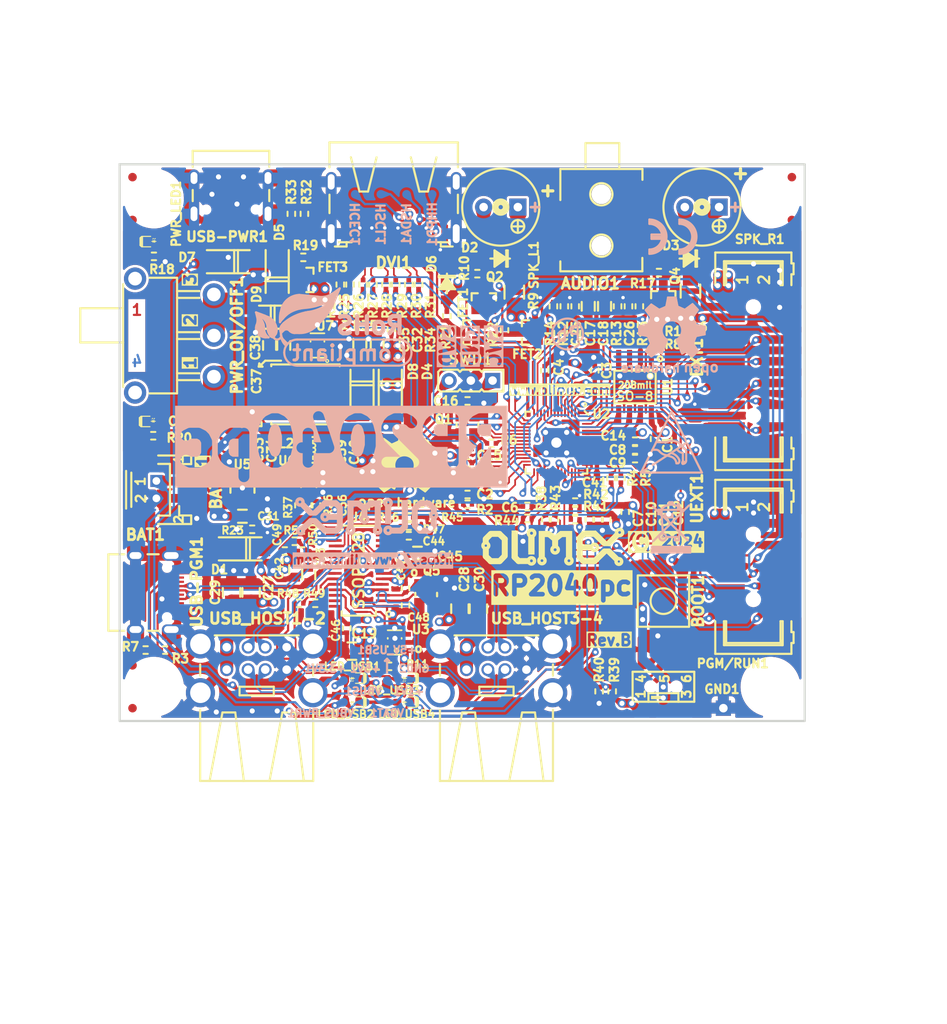
<source format=kicad_pcb>
(kicad_pcb (version 20221018) (generator pcbnew)
  (title_block (title "RP2040pc") (date "2024-07-11") (rev "B") (company "OLIMEX LTD.") (comment 1 "https://www.olimex.com/"))
  (layers (0 "F.Cu" signal) (1 "In1.Cu" signal) (2 "In2.Cu" signal) (31 "B.Cu" signal) (34 "B.Paste" user) (35 "F.Paste" user) (36 "B.SilkS" user "B.Silkscreen") (37 "F.SilkS" user "F.Silkscreen") (38 "B.Mask" user) (39 "F.Mask" user) (44 "Edge.Cuts" user))
  (net 0 "")
  (net 1 "GND")
  (net 2 "Net-(C15-Pad1)")
  (net 3 "Net-(AUDIO1-Pad3)")
  (net 4 "/SPK_R")
  (net 8 "/USB_D-")
  (net 9 "/USB_D+")
  (net 10 "+3.3V")
  (net 11 "Net-(AUDIO1-Pad1)")
  (net 12 "Net-(U2-XIN)")
  (net 14 "/+1V1")
  (net 15 "/SWDIO")
  (net 16 "/SWCLK")
  (net 17 "/D2-")
  (net 18 "/D2+")
  (net 19 "/D1-")
  (net 20 "/D1+")
  (net 21 "+5V")
  (net 23 "/~{BOOTSEL}")
  (net 24 "/RUN")
  (net 25 "/D0+")
  (net 26 "/D0-")
  (net 27 "/CK+")
  (net 28 "/CK-")
  (net 30 "/CSn")
  (net 32 "/D-")
  (net 33 "/D+")
  (net 34 "Net-(U4-XI)")
  (net 35 "Net-(U4-XO)")
  (net 36 "/SPK_L")
  (net 37 "/GPIO23\\I2C1_SCL")
  (net 38 "/GPIO22\\I2C1_SDA")
  (net 39 "/GPIO0")
  (net 40 "/GPIO3")
  (net 41 "VBAT")
  (net 42 "/GPIO1")
  (net 43 "/GPIO2")
  (net 44 "Net-(U2-XOUT)")
  (net 45 "Net-(U3-ISET)")
  (net 46 "Net-(C17-Pad1)")
  (net 47 "/GPIO6")
  (net 48 "/GPIO5")
  (net 49 "Net-(C18-Pad1)")
  (net 50 "/GPIO7")
  (net 51 "/+5V_USB_HOST")
  (net 52 "/GPIO4")
  (net 53 "/IO1")
  (net 54 "/IO2")
  (net 55 "/IO0")
  (net 56 "/CLK")
  (net 57 "/IO3")
  (net 58 "/GPIO24\\SPI1_RX(MISO)")
  (net 59 "/GPIO25\\SPI1_CSn(CS#)")
  (net 60 "/GPIO26\\SPI1_SCK(CLK)")
  (net 61 "/GPIO27\\SPI1_TX(MOSI)")
  (net 62 "/DCDC_VIN")
  (net 63 "Net-(U6-FB)")
  (net 64 "/GPIO29\\BAT_SENS")
  (net 65 "Net-(CHARGING1-K)")
  (net 66 "/HDMI_D2+")
  (net 67 "/HDMI_D2-")
  (net 68 "/HDMI_D1+")
  (net 69 "/HDMI_D1-")
  (net 70 "/HDMI_D0+")
  (net 71 "/HDMI_D0-")
  (net 72 "/HDMI_CK+")
  (net 73 "/HDMI_CK-")
  (net 74 "Net-(D2-K)")
  (net 75 "Net-(D2-A)")
  (net 76 "Net-(DVI1-Pad19)")
  (net 77 "Net-(D6-K)")
  (net 78 "/HSDA")
  (net 79 "Net-(DVI1-Pad13)")
  (net 80 "/HUB_RST#")
  (net 81 "/OVCUR#")
  (net 82 "/PWREN#")
  (net 83 "/USB_D2-")
  (net 84 "/USB_D2+")
  (net 85 "/USB_D3-")
  (net 86 "/USB_D3+")
  (net 87 "/USB_D4-")
  (net 88 "/USB_D4+")
  (net 89 "/USB_D1-")
  (net 90 "/USB_D1+")
  (net 91 "+5V_USB")
  (net 92 "Net-(USB-PGM1-CC2)")
  (net 93 "/VBUS")
  (net 94 "Net-(USB-PGM1-CC1)")
  (net 97 "Net-(D3-K)")
  (net 98 "Net-(D3-A)")
  (net 99 "/PWR_SW")
  (net 100 "/VBUS_PWR")
  (net 101 "/LX1")
  (net 102 "/GPIO11")
  (net 103 "/GPIO10")
  (net 104 "/SW1")
  (net 105 "Net-(PWR_LED1-K)")
  (net 106 "/GPIO20\\AUDIO-L")
  (net 107 "/GPIO21\\AUDIO-R")
  (net 108 "Net-(U5-CHRGb)")
  (net 109 "Net-(U5-PROG)")
  (net 110 "Net-(USB-PWR1-CC2)")
  (net 111 "Net-(USB-PWR1-CC1)")
  (net 112 "Net-(U7-FB)")
  (net 113 "/GPIO28\\PWR_SENS")
  (net 114 "/GPIO8\\UART1_TX")
  (net 115 "/GPIO9\\UART1_RX")
  (net 124 "/HSCL")
  (net 125 "/VBUS_PGM")
  (net 126 "/VD33_O")
  (net 127 "/VD18_O")
  (net 128 "/DRV")
  (net 129 "Net-(LED_USB1-K)")
  (net 130 "Net-(U4-BUSJ)")
  (net 131 "Net-(U4-REXT)")
  (net 132 "/LED1")
  (net 133 "/LED2")
  (net 134 "Net-(LED_USB2-K)")
  (net 135 "Net-(U4-VBUSM)")
  (footprint "OLIMEX_Other-FP:Mounting_Hole_Drill-3.3mm_Clerance-7mm" (layer "F.Cu") (at 114 121)
    (fp_text reference "MH1" hide)
    (fp_text value "Mounting_Hole_NPTH" hide)
  )
  (footprint "OLIMEX_Other-FP:Mounting_Hole_Drill-3.3mm_Clerance-7mm" (layer "F.Cu") (at 186 64)
    (fp_text reference "MH3" hide)
    (fp_text value "Mounting_Hole_NPTH" hide)
  )
  (footprint "OLIMEX_RLC-FP:R_0402_5MIL_DWS" (layer "F.Cu") (at 159.766 101.473 90)
    (fp_text reference "R38")
    (fp_text value "2.2k/R0402")
  )
  (footprint "OLIMEX_RLC-FP:R_0402_5MIL_DWS" (layer "F.Cu") (at 157.607 101.346 180)
    (fp_text reference "R44")
    (fp_text value "2.2k/R0402")
  )
  (footprint "OLIMEX_RLC-FP:R_0402_5MIL_DWS" (layer "F.Cu") (at 161.925 76.581 90)
    (fp_text reference "R12")
    (fp_text value "150R/R0402")
  )
  (footprint "OLIMEX_RLC-FP:R_0402_5MIL_DWS" (layer "F.Cu") (at 160.655 76.581 90)
    (fp_text reference "R14")
    (fp_text value "270R/R0402")
  )
  (footprint "OLIMEX_Other-FP:Fiducial1x3" (layer "F.Cu") (at 111.5 61.5 180)
    (fp_text reference "FID5" hide)
    (fp_text value "Fiducial" hide)
  )
  (footprint "OLIMEX_Other-FP:Fiducial1x3_Paste" (layer "F.Cu") (at 111.5 66.5)
    (fp_text reference "FID2" hide)
    (fp_text value "Fiducial" hide)
  )
  (footprint "OLIMEX_RLC-FP:C_0603_5MIL_DWS" (layer "F.Cu") (at 164.719 76.581 90)
    (fp_text reference "C17")
    (fp_text value "22uF/6.3V/20%/X5R/C0603")
  )
  (footprint "OLIMEX_RLC-FP:C_0402_5MIL_DWS" (layer "F.Cu") (at 163.195 76.581 90)
    (fp_text reference "C25")
    (fp_text value "100nF/10V/20%/X5R/C0402")
  )
  (footprint "OLIMEX_Connectors-FP:SCJ325P00XG0B02G" (layer "F.Cu") (at 166.25 63.5 -90)
    (fp_text reference "AUDIO1")
    (fp_text value "PJ-3.5-365-5P")
  )
  (footprint "OLIMEX_RLC-FP:R_0402_5MIL_DWS" (layer "F.Cu") (at 151.765 72.771)
    (fp_text reference "R10")
    (fp_text value "2.2k/R0402")
  )
  (footprint "OLIMEX_Transistors-FP:SOT23" (layer "F.Cu") (at 152.527 75.692 -90)
    (fp_text reference "Q2")
    (fp_text value "BC817-40(SOT23)")
  )
  (footprint "OLIMEX_Signs-FP:Logo_OLIMEX_TB" (layer "F.Cu") (at 160.75 104.648)
    (fp_text reference "Logo_OLIMEX_TB-Top" hide)
    (fp_text value "Logo_OLIMEX_TB" hide)
  )
  (footprint "OLIMEX_Other-FP:Mounting_Hole_Drill-3.3mm_Clerance-7mm" (layer "F.Cu") (at 186 121)
    (fp_text reference "MH4" hide)
    (fp_text value "Mounting_Hole_NPTH" hide)
  )
  (footprint "OLIMEX_RLC-FP:C_0402_5MIL_DWS" (layer "F.Cu") (at 172.466 92.075 90)
    (fp_text reference "C1")
    (fp_text value "100nF/10V/20%/X5R/C0402")
  )
  (footprint "OLIMEX_RLC-FP:C_0402_5MIL_DWS" (layer "F.Cu") (at 150.622 98.552 180)
    (fp_text reference "C2")
    (fp_text value "100nF/10V/20%/X5R/C0402")
  )
  (footprint "OLIMEX_RLC-FP:C_0402_5MIL_DWS" (layer "F.Cu") (at 165.481 84.074 90)
    (fp_text reference "C3")
    (fp_text value "100nF/10V/20%/X5R/C0402")
  )
  (footprint "OLIMEX_RLC-FP:C_0402_5MIL_DWS" (layer "F.Cu") (at 159.639 84.074 90)
    (fp_text reference "C4")
    (fp_text value "100nF/10V/20%/X5R/C0402")
  )
  (footprint "OLIMEX_RLC-FP:C_0402_5MIL_DWS" (layer "F.Cu") (at 150.622 94.869 180)
    (fp_text reference "C5")
    (fp_text value "100nF/10V/20%/X5R/C0402")
  )
  (footprint "OLIMEX_RLC-FP:C_0402_5MIL_DWS" (layer "F.Cu") (at 157.607 99.949 180)
    (fp_text reference "C6")
    (fp_text value "100nF/10V/20%/X5R/C0402")
  )
  (footprint "OLIMEX_RLC-FP:C_0402_5MIL_DWS" (layer "F.Cu") (at 164.846 101.473 -90)
    (fp_text reference "C7")
    (fp_text value "100nF/10V/20%/X5R/C0402")
  )
  (footprint "OLIMEX_RLC-FP:C_0402_5MIL_DWS" (layer "F.Cu") (at 170.18 93.345)
    (fp_text reference "C8")
    (fp_text value "100nF/10V/20%/X5R/C0402")
  )
  (footprint "OLIMEX_RLC-FP:C_0402_5MIL_DWS" (layer "F.Cu") (at 170.18 94.361)
    (fp_text reference "C9")
    (fp_text value "100nF/10V/20%/X5R/C0402")
  )
  (footprint "OLIMEX_RLC-FP:C_0402_5MIL_DWS" (layer "F.Cu") (at 165.862 101.473 -90)
    (fp_text reference "C10")
    (fp_text value "100nF/10V/20%/X5R/C0402")
  )
  (footprint "OLIMEX_RLC-FP:C_0402_5MIL_DWS" (layer "F.Cu") (at 166.878 101.473 -90)
    (fp_text reference "C11")
    (fp_text value "2.2uF/6.3V/20%/X5R/C0402")
  )
  (footprint "OLIMEX_RLC-FP:C_0402_5MIL_DWS" (layer "F.Cu") (at 169.037 100.584 -90)
    (fp_text reference "C12")
    (fp_text value "2.2uF/6.3V/20%/X5R/C0402")
  )
  (footprint "OLIMEX_RLC-FP:C_0402_5MIL_DWS" (layer "F.Cu") (at 170.18 92.329)
    (fp_text reference "C14")
    (fp_text value "100nF/10V/20%/X5R/C0402")
  )
  (footprint "OLIMEX_RLC-FP:C_0402_5MIL_DWS" (layer "F.Cu") (at 150.622 93.218 180)
    (fp_text reference "C15")
    (fp_text value "18pF/50V/5%/C0G/C0402")
  )
  (footprint "OLIMEX_RLC-FP:C_0402_5MIL_DWS" (layer "F.Cu") (at 150.622 87.63)
    (fp_text reference "C16")
    (fp_text value "18pF/50V/5%/C0G/C0402")
  )
  (footprint "OLIMEX_Crystal-FP:TSX-3.2x2.5mm_GND(3)" (layer "F.Cu") (at 150.622 90.424 90)
    (fp_text reference "Q1")
    (fp_text value "Q12MHz/20pF/10ppm/4P/3.2x2.5mm")
  )
  (footprint "OLIMEX_RLC-FP:R_0402_5MIL_DWS" (layer "F.Cu") (at 172.72 79.248 180)
    (fp_text reference "R1")
    (fp_text value "10k/R0402")
  )
  (footprint "OLIMEX_RLC-FP:R_0402_5MIL_DWS" (layer "F.Cu") (at 150.622 99.695)
    (fp_text reference "R2")
    (fp_text value "NA(10k/R0402)")
  )
  (footprint "OLIMEX_RLC-FP:R_0402_5MIL_DWS" (layer "F.Cu") (at 153.416 92.583)
    (fp_text reference "R6")
    (fp_text value "100R/R0402")
  )
  (footprint "OLIMEX_RLC-FP:R_0402_5MIL_DWS" (layer "F.Cu") (at 167.386 96.647 90)
    (fp_text reference "R4")
    (fp_text value "27R/R0402")
  )
  (footprint "OLIMEX_RLC-FP:R_0402_5MIL_DWS" (layer "F.Cu") (at 168.529 96.647 90)
    (fp_text reference "R5")
    (fp_text value "27R/R0402")
  )
  (footprint "OLIMEX_RLC-FP:R_0402_5MIL_DWS" (layer "F.Cu") (at 172.72 80.264)
    (fp_text reference "R8")
    (fp_text value "100R/R0402")
  )
  (footprint "OLIMEX_IC-FP:SO-8_208mil" (layer "F.Cu") (at 170.18 86 180)
    (fp_text reference "U1")
    (fp_text value "W25Q128JVSIQ ")
  )
  (footprint "OLIMEX_IC-FP:QFN56_7x7_Pitch_0.4mm" (layer "F.Cu") (at 161 92.5 180)
    (fp_text reference "U2")
    (fp_text value "RP2040(QFN-56_7x7mm_P0.4mm)")
  )
  (footprint "OLIMEX_RLC-FP:R_0402_5MIL_DWS" (layer "F.Cu") (at 144.907 74.041 90)
    (fp_text reference "R31")
    (fp_text value "270R/R0402")
  )
  (footprint "OLIMEX_RLC-FP:R_0402_5MIL_DWS" (layer "F.Cu") (at 141.097 74.041 90)
    (fp_text reference "R28")
    (fp_text value "270R/R0402")
  )
  (footprint "OLIMEX_RLC-FP:R_0402_5MIL_DWS" (layer "F.Cu") (at 136.906 74.041 90)
    (fp_text reference "R25")
    (fp_text value "270R/R0402")
  )
  (footprint "OLIMEX_RLC-FP:R_0402_5MIL_DWS" (layer "F.Cu") (at 135.763 74.041 90)
    (fp_text reference "R24")
    (fp_text value "270R/R0402")
  )
  (footprint "OLIMEX_Other-FP:Fiducial1x3_Paste" (layer "F.Cu") (at 188.5 66.5)
    (fp_text reference "FID3" hide)
    (fp_text value "Fiducial" hide)
  )
  (footprint "OLIMEX_Other-FP:Mounting_Hole_Drill-3.3mm_Clerance-7mm" (layer "F.Cu") (at 114 64)
    (fp_text reference "MH2" hide)
    (fp_text value "Mounting_Hole_NPTH" hide)
  )
  (footprint "OLIMEX_Other-FP:Fiducial1x3" (layer "F.Cu") (at 188.5 61.5 180)
    (fp_text reference "FID6" hide)
    (fp_text value "Fiducial" hide)
  )
  (footprint "OLIMEX_Buttons-FP:T1102D_6x6" (layer "F.Cu") (at 173.5 111 -90)
    (fp_text reference "BOOT1")
    (fp_text value "T1102D(6x6x9.5mm)")
  )
  (footprint "OLIMEX_Connectors-FP:HN1x3" (layer "F.Cu") (at 151.008 85.25 180)
    (fp_text reference "SWD1")
    (fp_text value "NA(HN1x3)")
  )
  (footprint "OLIMEX_RLC-FP:R_1206_5MIL_DWS" (layer "F.Cu") (at 156.083 74.93 90)
    (fp_text reference "R9")
    (fp_text value "47R/R1206")
  )
  (footprint "OLIMEX_Connectors-FP:HDMI-SWM-19_Paste" (layer "F.Cu") (at 142 63.5)
    (fp_text reference "DVI1")
    (fp_text value "HDMI-SWM-19")
  )
  (footprint "OLIMEX_RLC-FP:R_0402_5MIL_DWS" (layer "F.Cu") (at 139.573 74.041 90)
    (fp_text reference "R27")
    (fp_text value "270R/R0402")
  )
  (footprint "OLIMEX_RLC-FP:R_0402_5MIL_DWS" (layer "F.Cu") (at 138.43 74.041 90)
    (fp_text reference "R26")
    (fp_text value "270R/R0402")
  )
  (footprint "OLIMEX_RLC-FP:R_0402_5MIL_DWS" (layer "F.Cu") (at 142.24 74.041 90)
    (fp_text reference "R29")
    (fp_text value "270R/R0402")
  )
  (footprint "OLIMEX_RLC-FP:R_0402_5MIL_DWS" (layer "F.Cu") (at 143.764 74.041 90)
    (fp_text reference "R30")
    (fp_text value "270R/R0402")
  )
  (footprint "OLIMEX_RLC-FP:C_0402_5MIL_DWS" (layer "F.Cu") (at 150.622 95.885 180)
    (fp_text reference "C13")
    (fp_text value "100nF/10V/20%/X5R/C0402")
  )
  (footprint "OLIMEX_Devices-FP:Speaker_QMB-09B-03_1-Plus_2-Minus" (layer "F.Cu") (at 154.5 65 180)
    (fp_text reference "SPK_L1")
    (fp_text value "Speaker_QMB-09B-03(1.5-5.0V_2.7kHz_F9.0mm*H5.5mm)")
  )
  (footprint "OLIMEX_Other-FP:Fiducial1x3_Paste" (layer "F.Cu") (at 111.5 118.5)
    (fp_text reference "FID1" hide)
    (fp_text value "Fiducial" hide)
  )
  (footprint "OLIMEX_Diodes-FP:SOD-123_1C-2A_KA" (layer "F.Cu") (at 154.432 70.993 180)
    (fp_text reference "D2")
    (fp_text value "1N4148W/SOD123")
  )
  (footprint "OLIMEX_Other-FP:Fiducial1x3" (layer "F.Cu") (at 111.5 123.5 180)
    (fp_text reference "FID4" hide)
    (fp_text value "Fiducial" hide)
  )
  (footprint "OLIMEX_RLC-FP:C_0603_5MIL_DWS" (layer "F.Cu") (at 136.779 96.774 -90)
    (fp_text reference "C40")
    (fp_text value "NA(22uF/6.3V/20%/X5R/C0603)")
  )
  (footprint "OLIMEX_RLC-FP:R_0402_5MIL_DWS" (layer "F.Cu") (at 136.271 78.74 180)
    (fp_text reference "R35")
    (fp_text value "1.05k/1%/R0402")
  )
  (footprint "OLIMEX_Signs-FP:Sign_OSHW_8x8" (layer "F.Cu") (at 143.256 95.25)
    (fp_text reference "Sign_OSHW_8x8-Top" hide)
    (fp_text value "Sign_OSHW_8x8" hide)
  )
  (footprint "OLIMEX_Connectors-FP:USB_TWO_LEVEL" (layer "F.Cu") (at 126 119)
    (fp_text reference "USB_HOST1-2")
    (fp_text value "USBB1-FRWH-4A(USB-Ax2)")
  )
  (footprint "OLIMEX_LEDs-FP:LED_0603_KA" (layer "F.Cu") (at 143.256 122.809 180)
    (fp_text reference "LED_USB4")
    (fp_text value "LED/GREEN/0603")
  )
  (footprint "OLIMEX_RLC-FP:R_0402_5MIL_DWS" (layer "F.Cu") (at 113.919 91.694)
    (fp_text reference "R20")
    (fp_text value "2.2k/R0402")
  )
  (footprint "OLIMEX_Regulators-FP:SOT-563-6" (layer "F.Cu") (at 132.08 97.028 90)
    (fp_text reference "U6")
    (fp_text value "TPS62A02ADRLR(SOT-563-6)")
  )
  (footprint "OLIMEX_RLC-FP:R_0402_5MIL_DWS" (layer "F.Cu") (at 172.974 72.644)
    (fp_text reference "R17")
    (fp_text value "2.2k/R0402")
  )
  (footprint "OLIMEX_RLC-FP:C_0402_5MIL_DWS" (layer "F.Cu") (at 143.764 103.378)
    (fp_text reference "C44")
    (fp_text value "100nF/10V/20%/X5R/C0402")
  )
  (footprint "OLIMEX_RLC-FP:R_0402_5MIL_DWS" (layer "F.Cu") (at 170.688 76.581 90)
    (fp_text reference "R15")
    (fp_text value "270R/R0402")
  )
  (footprint "OLIMEX_RLC-FP:R_0402_5MIL_DWS" (layer "F.Cu") (at 165.989 121.539 -90)
    (fp_text reference "R40")
    (fp_text value "470k/R0402")
  )
  (footprint "OLIMEX_RLC-FP:C_0805_5MIL_DWS" (layer "F.Cu") (at 125.349 109.982 -90)
    (fp_text reference "C27")
    (fp_text value "NA(47uF/6.3V/20%/X5R/C0805)")
  )
  (footprint "OLIMEX_RLC-FP:C_0805_5MIL_DWS" (layer "F.Cu") (at 123.063 109.982 -90)
    (fp_text reference "C29")
    (fp_text value "47uF/6.3V/20%/X5R/C0805")
  )
  (footprint "OLIMEX_RLC-FP:R_0402_5MIL_DWS" (layer "F.Cu") (at 154.94 79.375 90)
    (fp_text reference "R22")
    (fp_text value "NA(2.2k/R0402)")
  )
  (footprint "OLIMEX_Buttons-FP:SS-12D11G5" (layer "F.Cu") (at 121 80 90)
    (fp_text reference "PWR_ON/OFF1")
    (fp_text value "SS-12D11G5")
  )
  (footprint "OLIMEX_Connectors-FP:GBH-254-SMT-14" (layer "F.Cu") (at 184 83 -90)
    (fp_text reference "EXT1")
    (fp_text value "B-V-14-LF")
  )
  (footprint "OLIMEX_RLC-FP:C_0805_5MIL_DWS" (layer "F.Cu") (at 137.115 116.84 180)
    (fp_text reference "C19")
    (fp_text value "47uF/6.3V/20%/X5R/C0805")
  )
  (footprint "OLIMEX_RLC-FP:C_0603_5MIL_DWS" (layer "F.Cu") (at 129.413 97.028 -90)
    (fp_text reference "C34")
    (fp_text value "22uF/6.3V/20%/X5R/C0603")
  )
  (footprint "OLIMEX_RLC-FP:R_0402_5MIL_DWS" (layer "F.Cu") (at 130.048 65.786 90)
    (fp_text reference "R33")
    (fp_text value "5.1k/1%/R0402")
  )
  (footprint "OLIMEX_LEDs-FP:LED_0603_KA" (layer "F.Cu") (at 143.256 120.015 180)
    (fp_text reference "LED_USB3")
    (fp_text value "LED/GREEN/0603")
  )
  (footprint "OLIMEX_IC-FP:SOT-23-5" (layer "F.Cu") (at 124.333 97.79 90)
    (fp_text reference "U5")
    (fp_text value "BL4054B-42TPRN(SOT23-5)")
  )
  (footprint "OLIMEX_Connectors-FP:USB_TWO_LEVEL" (layer "F.Cu") (at 154 119)
    (fp_text reference "USB_HOST3-4")
    (fp_text value "USBB1-FRWH-4A(USB-Ax2)")
  )
  (footprint "OLIMEX_RLC-FP:C_0402_5MIL_DWS" (layer "F.Cu") (at 136.525 114.173 -90)
    (fp_text reference "C46")
    (fp_text value "100nF/10V/20%/X5R/C0402")
  )
  (footprint "OLIMEX_RLC-FP:C_0805_5MIL_DWS" (layer "F.Cu") (at 151.892 111.887 -90)
    (fp_text reference "C30")
    (fp_text value "47uF/6.3V/20%/X5R/C0805")
  )
  (footprint "OLIMEX_LEDs-FP:LED_0603_KA" (layer "F.Cu") (at 113.919 90)
    (fp_text reference "CHARGING1")
    (fp_text value "LED/YELLOW/0603")
  )
  (footprint "OLIMEX_Diodes-FP:SMA-KA" (layer "F.Cu") (at 122.682 71.374 180)
    (fp_text reference "D7")
    (fp_text value "1N5822/SS34/SMA")
  )
  (footprint "OLIMEX_RLC-FP:C_0603_5MIL_DWS" (layer "F.Cu") (at 129.159 81.153 90)
    (fp_text reference "C37")
    (fp_text value "22uF/6.3V/20%/X5R/C0603")
  )
  (footprint "OLIMEX_RLC-FP:R_0402_5MIL_DWS" (layer "F.Cu") (at 131.572 65.786 90)
    (fp_text reference "R32")
    (fp_text value "5.1k/1%/R0402")
  )
  (footprint "OLIMEX_RLC-FP:R_0402_5MIL_DWS" (layer "F.Cu") (at 146.431 101.219)
    (fp_text reference "R45")
    (fp_text value "10k/R0402")
  )
  (footprint "OLIMEX_Connectors-FP:GBH-254-SMT-10" (layer "F.Cu") (at 184 107 -90)
    (fp_text reference "UEXT1")
    (fp_text value "P-B-V-10-LF")
  )
  (footprint "OLIMEX_Diodes-FP:SOD-123_1C-2A_KA" (layer "F.Cu") (at 176.53 70.993 180)
    (fp_text reference "D3")
    (fp_text value "1N4148W/SOD123")
  )
  (footprint "OLIMEX_RLC-FP:R_0402_5MIL_DWS" (layer "F.Cu") (at 163.195 100.457)
    (fp_text reference "R42")
    (fp_text value "470k/R0402")
  )
  (footprint "OLIMEX_Other-FP:TEST_PAD40x70_SQUARE" (layer "F.Cu") (at 180.5 123.5 -90)
    (fp_text reference "GND1")
    (fp_text value "TESTPAD" hide)
  )
  (footprint "OLIMEX_RLC-FP:C_0603_5MIL_DWS" (layer "F.Cu") (at 124.333 101.092)
    (fp_text reference "C31")
    (fp_text value "1uF/10V/10%/X5R/C0603")
  )
  (footprint "OLIMEX_RLC-FP:R_0402_5MIL_DWS" (layer "F.Cu") (at 131.318 105.156 180)
    (fp_text reference "R50")
    (fp_text value "47k/R0402")
  )
  (footprint "OLIMEX_RLC-FP:R_0402_5MIL_DWS" (layer "F.Cu") (at 113.03 116.713)
    (fp_text reference "R7")
    (fp_text value "5.1k/1%/R0402")
  )
  (footprint "OLIMEX_Transistors-FP:SOT23" (layer "F.Cu") (at 157.607 79.629)
    (fp_text reference "FET2")
    (fp_text value "NA(BSS138(SOT23-3))")
  )
  (footprint "OLIMEX_IC-FP:SSOP28_10x4mm_Pitch_0.64mm" (layer "F.Cu") (at 137.922 107.442 90)
    (fp_text reference "U4")
    (fp_text value "FE1.1s_USB2.0-HUB")
  )
  (footprint "OLIMEX_Diodes-FP:SMA-KA" (layer "F.Cu") (at 138.303 86.487 -90)
    (fp_text reference "D8")
    (fp_text value "1N5822/SS34/SMA")
  )
  (footprint "OLIMEX_Buttons-FP:SWITCH_SLIDE_IS-1390-G_TR" (layer "F.Cu") (at 173.5 121 90)
    (fp_text reference "PGM/RUN1")
    (fp_text value "SWITCH SLIDE IS-1390-G TR")
  )
  (footprint "OLIMEX_Regulators-FP:SOT23-6" (layer "F.Cu") (at 133.096 81.153)
    (fp_text reference "U7")
    (fp_text value "MT3608(SOT23-6)")
  )
  (footprint "OLIMEX_Transistors-FP:SOT23" (layer "F.Cu") (at 150.749 79.629)
    (fp_text reference "FET1")
    (fp_text value "NA(BSS138(SOT23-3))")
  )
  (footprint "OLIMEX_RLC-FP:C_0603_5MIL_DWS" (layer "F.Cu") (at 132.08 107.95 90)
    (fp_text reference "C43")
    (fp_text value "10uF/6.3V/20%/X5R/C0603")
  )
  (footprint "OLIMEX_IC-FP:SOT23-6" (layer "F.Cu") (at 142.113 115.824)
    (fp_text reference "U3")
    (fp_text value "CH217K(SOT23-6L)")
  )
  (footprint "OLIMEX_RLC-FP:R_0402_5MIL_DWS" (layer "F.Cu") (at 130.429 104.013 180)
    (fp_text reference "R51")
    (fp_text value "100k/R0402")
  )
  (footprint "OLIMEX_RLC-FP:C_0603_5MIL_DWS" (layer "F.Cu") (at 166.624 76.581 90)
    (fp_text reference "C18")
    (fp_text value "22uF/6.3V/20%/X5R/C0603")
  )
  (footprint "OLIMEX_Crystal-FP:TSX-3.2x2.5mm_GND(3)" (layer "F.Cu") (at 145.796 110.236 -90)
    (fp_text reference "Q5")
    (fp_text value "Q12MHz/20pF/10ppm/4P/3.2x2.5mm")
  )
  (footprint "OLIMEX_Connectors-FP:USB2.0_TYPE-C(A40-00119-A52-12)_Paste" (layer "F.Cu") (at 113 110 180)
    (fp_text reference "USB-PGM1")
    (fp_text value "USB-C-16P-F(A40-00119-A52-12)")
  )
  (footprint "OLIMEX_RLC-FP:R_0402_5MIL_DWS" (layer "F.Cu") (at 132.842 111.252 180)
    (fp_text reference "R49")
    (fp_text value "2.2k/R0402")
  )
  (footprint "OLIMEX_Transistors-FP:SOT23" (layer "F.Cu") (at 132 73.5 180)
    (fp_text reference "FET3")
    (fp_text value "WPM2015-3/TR")
  )
  (footprint "OLIMEX_RLC-FP:R_0402_5MIL_DWS" (layer "F.Cu") (at 160.782 101.473 -90)
    (fp_text reference "R43")
    (fp_text value "NA(10k/R0402)")
  )
  (footprint "OLIMEX_RLC-FP:R_0402_5MIL_DWS" (layer "F.Cu") (at 148.209 77.724 90)
    (fp_text reference "R21")
    (fp_text value "NA(2.2k/R0402)")
  )
  (footprint "OLIMEX_RLC-FP:R_0402_5MIL_DWS" (layer "F.Cu") (at 143.764 102.235 180)
    (fp_text reference "R47")
    (fp_text value "2.7k/1%/R0402")
  )
  (footprint "OLIMEX_RLC-FP:C_0402_5MIL_DWS" (layer "F.Cu") (at 169.418 76.581 90)
    (fp_text reference "C26")
    (fp_text value "100nF/10V/20%/X5R/C0402")
  )
  (footprint "OLIMEX_RLC-FP:C_0603_5MIL_DWS" (layer "F.Cu") (at 144.78 105.41)
    (fp_text reference "C45")
    (fp_text value "10uF/6.3V/20%/X5R/C0603")
  )
  (footprint "OLIMEX_RLC-FP:R_0402_5MIL_DWS" (layer "F.Cu") (at 130.937 111.252 180)
    (fp_text reference "R48")
    (fp_text value "2.2k/R0402")
  )
  (footprint "OLIMEX_RLC-FP:C_0402_5MIL_DWS" (layer "F.Cu") (at 143.383 109.474 90)
    (fp_text reference "C47")
    (fp_text value "NA(27pF/50V/5%/C0G/C0402)")
  )
  (footprint "OLIMEX_RLC-FP:C_0603_5MIL_DWS" (layer "F.Cu") (at 127.508 81.153 90)
    (fp_text reference "C38")
    (fp_text value "NA(22uF/6.3V/20%/X5R/C0603)")
  )
  (footprint "OLIMEX_RLC-FP:C_0402_5MIL_DWS" (layer "F.Cu") (at 163.195 99.441 180)
    (fp_text reference "C41")
    (fp_text value "100nF/10V/20%/X5R/C0402")
  )
  (footprint "OLIMEX_Connectors-FP:LIPO_BAT_VERTICAL_DW02S" (layer "F.Cu") (at 110.75 98 -90)
    (fp_text reference "BAT1")
    (fp_text value "DW02S")
  )
  (footprint "OLIMEX_RLC-FP:R_0402_5MIL_DWS" (layer "F.Cu") (at 130.937 99.822 -90)
    (fp_text reference "R37")
    (fp_text value "49.9k/1%/R0402")
  )
  (footprint "OLIMEX_Diodes-FP:SMA-KA" (layer "F.Cu") (at 128.397 72.517 90)
    (fp_text reference "D5")
    (fp_text value "1N5822/SS34/SMA")
  )
  (footprint "OLIMEX_RLC-FP:C_0402_5MIL_DWS" (layer "F.Cu") (at 129.286 105.156)
    (fp_text reference "C49")
    (fp_text value "100nF/10V/20%/X5R/C0402")
  )
  (footprint "OLIMEX_RLC-FP:C_0603_5MIL_DWS" (layer "F.Cu") (at 130.556 107.315 -90)
    (fp_text reference "C42")
    (fp_text value "10uF/6.3V/20%/X5R/C0603")
  )
  (footprint "OLIMEX_RLC-FP:R_0402_5MIL_DWS" (layer "F.Cu") (at 125.476 102.616 180)
    (fp_text reference "R23")
    (fp_text value "10k/R0402")
  )
  (footprint "OLIMEX_RLC-FP:R_0402_5MIL_DWS" (layer "F.Cu") (at 143.764 101.219 180)
    (fp_text reference "R46")
    (fp_text value "10k/R0402")
  )
  (footprint "OLIMEX_Connectors-FP:USB2.0_TYPE-C(A40-00119-A52-12)_Paste" (layer "F.Cu") (at 123 62.75 90)
    (fp_text reference "USB-PWR1")
    (fp_text value "USB-C-16P-F(A40-00119-A52-12)")
  )
  (footprint "OLIMEX_RLC-FP:R_0402_5MIL_DWS" (layer "F.Cu") (at 131.953 99.822 -90)
    (fp_text reference "R36")
    (fp_text value "220k/R0402")
  )
  (footprint "OLIMEX_Diodes-FP:SMA-KA" (layer "F.Cu") (at 124.079 104.902 180)
    (fp_text reference "D1")
    (fp_text value "1N5822/SS34/SMA")
  )
  (footprint "OLIMEX_RLC-FP:R_0402_5MIL_DWS" (layer "F.Cu") (at 168.148 76.581 90)
    (fp_text reference "R13")
    (fp_text value "150R/R0402")
  )
  (footprint "OLIMEX_RLC-FP:C_0603_5MIL_DWS" (layer "F.Cu") (at 140.081 80.899 90)
    (fp_text reference "C32")
    (fp_text value "NA(22uF/6.3V/20%/X5R/C0603)")
  )
  (footprint "OLIMEX_Devices-FP:Speaker_QMB-09B-03_1-Plus_2-Minus" (layer "F.Cu") (at 178 65 180)
    (fp_text reference "SPK_R1")
    (fp_text value "Speaker_QMB-09B-03(1.5-5.0V_2.7kHz_F9.0mm*H5.5mm)")
  )
  (footprint "OLIMEX_Diodes-FP:SMA-KA" (layer "F.Cu") (at 128.778 77.851)
    (fp_text reference "D9")
    (fp_text value "1N5822/SS34/SMA")
  )
  (footprint "OLIMEX_RLC-FP:C_0603_5MIL_DWS" (layer "F.Cu") (at 135.128 96.774 -90)
    (fp_text reference "C39")
    (fp_text value "22uF/6.3V/20%/X5R/C0603")
  )
  (footprint "OLIMEX_Diodes-FP:SOD-123_1C-2A_KA" (layer "F.Cu") (at 148.209 73.914 -90)
    (fp_text reference "D6")
    (fp_text value "1N5819S4/SOD123")
  )
  (footprint "OLIMEX_RLC-FP:C_0603_5MIL_DWS" (layer "F.Cu") (at 127.762 97.028 -90)
    (fp_text reference "C33")
    (fp_text value "NA(22uF/6.3V/20%/X5R/C0603)")
  )
  (footprint "OLIMEX_RLC-FP:C_0805_5MIL_DWS" (layer "F.Cu") (at 149.733 111.887 -90)
    (fp_text reference "C28")
    (fp_text value "NA(47uF/6.3V/20%/X5R/C0805)")
  )
  (footprint "OLIMEX_RLC-FP:R_0402_5MIL_DWS" (layer "F.Cu") (at 114 70.75)
    (fp_text reference "R18")
    (fp_text value "2.2k/R0402")
  )
  (footprint "OLIMEX_LEDs-FP:LED_0603_KA" (layer "F.Cu") (at 137.16 120.015 180)
    (fp_text reference "LED_USB1")
    (fp_text value "LED/GREEN/0603")
  )
  (footprint "OLIMEX_RLC-FP:R_0402_5MIL_DWS" (layer "F.Cu") (at 163.195 101.473 180)
    (fp_text reference "R41")
    (fp_text value "470k/R0402")
  )
  (footprint "OLIMEX_RLC-FP:C_0402_5MIL_DWS" (layer "F.Cu") (at 132.969 99.822 -90)
    (fp_text reference "C36")
    (fp_text value "NA(120pF/50V/5%/C0G/C0402)")
  )
  (footprint "OLIMEX_RLC-FP:R_0402_5MIL_DWS" (layer "F.Cu") (at 141.478 118.618)
    (fp_text reference "R11")
    (fp_text value "33k/R0402")
  )
  (footprint "OLIMEX_Diodes-FP:SMA-KA" (layer "F.Cu") (at 141.605 86.487 -90)
    (fp_text reference "D4")
    (fp_text value "NA(1N5822/SS34/SMA)")
  )
  (footprint "OLIMEX_RLC-FP:C_0603_5MIL_DWS" (layer "F.Cu") (at 138.049 80.899 90)
    (fp_text reference "C35")
    (fp_text value "22uF/6.3V/20%/X5R/C0603")
  )
  (footprint "OLIMEX_RLC-FP:R_0402_5MIL_DWS" (layer "F.Cu") (at 141.732 79.248 90)
    (fp_text reference "R34")
    (fp_text value "8.25k/1%/R0402")
  )
  (footprint "OLIMEX_Transistors-FP:SOT23" (layer "F.Cu") (at 173.482 75.438 -90)
    (fp_text reference "Q4")
    (fp_text value "BC817-40(SOT23)")
  )
  (footprint "OLIMEX_RLC-FP:YS75_7X8MM" (layer "F.Cu") (at 131.699 86.868 180)
    (fp_text reference "L1")
    (fp_text value "2.2uH/3A/YS75/7x8")
  )
  (footprint "OLIMEX_LEDs-FP:LED_0603_KA" (layer "F.Cu") (at 114 69)
    (fp_text reference "PWR_LED1")
    (fp_text value "LED/RED/0603")
  )
  (footprint "OLIMEX_Connectors-FP:PH2.0-2PWB" (layer "F.Cu") (at 115 98 -90)
    (fp_text reference "BAT2")
    (fp_text value "NA(PH2.0-2PWB)")
  )
  (footprint "OLIMEX_RLC-FP:C_0402_5MIL_DWS" (layer "F.Cu") (at 143.383 111.506 -90)
    (fp_text reference "C48")
    (fp_text value "NA(27pF/50V/5%/C0G/C0402)")
  )
  (footprint "OLIMEX_RLC-FP:CD32" (layer "F.Cu") (at 132.715 93.345)
    (fp_text reference "L2")
    (fp_text value "1.0uH/2.5A/DCR=30mR/20%/3.00x3.00x1.50mm/CD32(SWPA3015S1R0MT)")
  )
  (footprint "OLIMEX_RLC-FP:R_0402_5MIL_DWS" (layer "F.Cu") (at 115.316 116.713 180)
    (fp_text reference "R3")
    (fp_text value "5.1k/1%/R0402")
  )
  (footprint "OLIMEX_LEDs-FP:LED_0603_KA" (layer "F.Cu") (at 137.16 122.809 180)
    (fp_text reference "LED_USB2")
    (fp_text value "LED/GREEN/0603")
  )
  (footprint "OLIMEX_RLC-FP:R_0402_5MIL_DWS" (layer "F.Cu") (at 131.445 70.866)
    (fp_text reference "R19")
    (fp_text value "10k/R0402")
  )
  (footprint "OLIMEX_RLC-FP:R_1206_5MIL_DWS" (layer "F.Cu") (at 176.657 74.803 90)
    (fp_text reference "R16")
    (fp_text value "47R/R1206")
  )
  (footprint "OLIMEX_RLC-FP:R_0402_5MIL_DWS" (layer "F.Cu") (at 167.513 121.539 90)
    (fp_text reference "R39")
    (fp_text value "220k/R0402")
  )
  (footprint "OLIMEX_Signs-FP:CE_Sign" (layer "B.Cu") (at 173.609 68.453 180)
    (fp_text reference "Sign_CE" hide)
    (fp_text value "CE_Sign" hide)
  )
  (footprint "OLIMEX_Signs-FP:Sign_PB-Free" (layer "B.Cu") (at 162.5 79.5)
    (fp_text reference "Sign_PB-Free")
    (fp_text value "Sign_PB-Free")
  )
  (footprint "OLIMEX_Signs-FP:Sign_RecycleBin_1" (layer "B.Cu") (at 176.7225 105.423 180)
    (fp_text reference "Sign_RecycleBin" hide)
    (fp_text value "Sign_RecycleBin" hide)
  )
  (footprint "OLIMEX_Other-FP:TESTPAD_40-ROUND" (layer "B.Cu") (at 137.5 63.5 180)
    (fp_text reference "HCEC1")
    (fp_text value "TESTPAD" hide)
  )
  (footprint "OLIMEX_Other-FP:TESTPAD_40-ROUND" (layer "B.Cu") (at 143.5 63.5 90)
    (fp_text reference "HSDA1")
    (fp_text value "TESTPAD" hide)
  )
  (footprint "OLIMEX_Other-FP:TESTPAD_40-ROUND" (layer "B.Cu") (at 140.5 63.5 180)
    (fp_text reference "HSCL1")
    (fp_text value "TESTPAD" hide)
  )
  (footprint "OLIMEX_Other-FP:TESTPAD_40-ROUND" (layer "B.Cu") (at 146.5 63.5 180)
    (fp_text reference "HHPD1")
    (fp_text value "TESTPAD" hide)
  )
  (footprint "OLIMEX_Signs-FP:Sign_Antistatic" (layer "B.Cu") (at 177.9945 95.9945 180)
    (fp_text reference "Sign_Antistatic" hide)
    (fp_text value "Sign_Antistatic" hide)
  )
  (footprint "OLIMEX_Signs-FP:Sign_OSHW_8x8" (layer "B.Cu") (at 174.5 79.5 180)
    (fp_text reference "Sign_OSHW_8x8" hide)
    (fp_text value "Sign_OSHW_8x8" hide)
  )
  (footprint "OLIMEX_Signs-FP:Sign_RoHS_1" (layer "B.Cu") (at 143.0645 82.8735 180)
    (fp_text reference "Sign_RoHS" hide)
    (fp_text value "Sign_RoHS" hide)
  )
  (footprint "OLIMEX_Other-FP:TESTPAD_40-ROUND" (layer "B.Cu") (at 141.224 120.269)
    (fp_text reference "+5V_USB1")
    (fp_text value "TESTPAD" hide)
  )
  (footprint "OLIMEX_Other-FP:TESTPAD_40-ROUND" (layer "B.Cu") (at 143.764 120.269 180)
    (fp_text reference "GND2")
    (fp_text value "TESTPAD" hide)
  )
  (footprint "OLIMEX_Other-FP:TESTPAD_40-ROUND" (layer "B.Cu") (at 138.684 122.809 90)
    (fp_text reference "VBUS1")
    (fp_text value "TESTPAD" hide)
  )
  (footprint "OLIMEX_Other-FP:TESTPAD_40-ROUND" (layer "B.Cu") (at 138.684 120.269 90)
    (fp_text reference "+5V1")
    (fp_text value "TESTPAD" hide)
  )
  (footprint "OLIMEX_Other-FP:TESTPAD_40-ROUND" (layer "B.Cu") (at 143.764 122.809)
    (fp_text reference "+1V1")
    (fp_text value "TESTPAD" hide)
  )
  (footprint "OLIMEX_Other-FP:TESTPAD_40-ROUND" (layer "B.Cu") (at 141.224 122.809)
    (fp_text reference "VBAT1")
    (fp_text value "TESTPAD" hide)
  )
  (footprint "OLIMEX_Other-FP:TESTPAD_40-ROUND" (layer "B.Cu") (at 136.144 122.809)
    (fp_text reference "VBUS_PWR1")
    (fp_text value "TESTPAD" hide)
  )
  (footprint "OLIMEX_Other-FP:TESTPAD_40-ROUND" (layer "B.Cu") (at 136.144 120.269 180)
    (fp_text reference "+3.3V1")
    (fp_text value "TESTPAD" hide)
  )
  (footprint "OLIMEX_Signs-FP:Logo_OLIMEX_TB" (layer "B.Cu") (at 138.684 101.092 180)
    (fp_text reference "Logo_OLIMEX_TB" hide)
    (fp_text value "Logo_OLIMEX_TB" hide)
  )
  (gr_line (start 141.224 117.729) (end 140.97 117.983) (stroke (width 0.254)) (layer "B.SilkS"))
  (gr_line (start 141.224 119.34825) (end 141.224 117.729) (stroke (width 0.254)) (layer "B.SilkS"))
  (gr_line (start 141.478 117.983) (end 141.224 117.729) (stroke (width 0.254)) (layer "B.SilkS"))
  (gr_line (start 140.97 117.983) (end 141.478 117.983) (stroke (width 0.254)) (layer "B.SilkS"))
  (gr_line (start 126.238 83.6295) (end 126.3015 83.2485) (stroke (width 0.254)) (layer "F.SilkS"))
  (gr_line (start 128.8415 82.931) (end 127 82.931) (stroke (width 0.254)) (layer "F.SilkS"))
  (gr_line (start 126.6825 83.6295) (end 126.238 83.6295) (stroke (width 0.254)) (layer "F.SilkS"))
  (gr_line (start 127 82.931) (end 126.365 83.566) (stroke (width 0.254)) (layer "F.SilkS"))
  (gr_line (start 126.3015 83.2485) (end 126.6825 83.6295) (stroke (width 0.254)) (layer "F.SilkS"))
  (gr_rect (start 110 60) (end 190 125) (stroke (width 0.254)) (fill none) (layer "Edge.Cuts"))
  (gr_text "1" (at 111.25 77.749999) (layer "F.Cu") (effects (font (size 1.27 1.27) (thickness 0.254) bold) (justify left bottom)))
  (gr_text "4" (at 111.25 83.75) (layer "B.Cu") (effects (font (size 1.27 1.27) (thickness 0.254) bold) (justify right bottom mirror)))
  (gr_text "SWC" (at 153.75 81.25 90) (layer "B.SilkS" knockout) (effects (font (size 1.524 1.524) (thickness 0.381)) (justify mirror)))
  (gr_text "GND" (at 151 81.25 90) (layer "B.SilkS" knockout) (effects (font (size 1.524 1.524) (thickness 0.381)) (justify mirror)))
  (gr_text "SWD" (at 148.25 81.25 90) (layer "B.SilkS" knockout) (effects (font (size 1.524 1.524) (thickness 0.381)) (justify mirror)))
  (gr_text "+" (at 159.512 65.659) (layer "B.SilkS") (effects (font (size 1.27 1.27) (thickness 0.3175) bold) (justify left bottom mirror)))
  (gr_text "RP2040pc" (at 136 92.5) (layer "B.SilkS" knockout) (effects (font (size 5.08 5.08) (thickness 1.27) bold) (justify mirror)))
  (gr_text "https://www.olimex.com" (at 139.573 106.172) (layer "B.SilkS" knockout) (effects (font (size 1.016 1.016) (thickness 0.254) bold) (justify mirror)))
  (gr_text "+" (at 182.88 65.659) (layer "B.SilkS") (effects (font (size 1.27 1.27) (thickness 0.3175) bold) (justify left bottom mirror)))
  (gr_text "(C) 2024" (at 173.75 104) (layer "F.SilkS" knockout) (effects (font (size 1.27 1.27) (thickness 0.3175))))
  (gr_text "Rev.B" (at 167.132 115.57) (layer "F.SilkS" knockout) (effects (font (size 1.27 1.27) (thickness 0.3175) bold)))
  (gr_text "www.olimex.com" (at 161.417 86.36) (layer "F.SilkS" knockout) (effects (font (size 0.9652 0.9652) (thickness 0.2413) bold)))
  (gr_text "RP2040pc" (at 161.5948 109.22) (layer "F.SilkS" knockout) (effects (font (size 2.159 2.159) (thickness 0.53975) bold)))
  (segment (start 184.023 100.711) (end 184.023 99.441) (width 1.016) (layer "F.Cu") (net 1))
  (segment (start 126.325 67.524) (end 127 68.199) (width 0.3048) (layer "F.Cu") (net 1))
  (segment (start 131.699 73.406) (end 127.635 73.406) (width 0.2) (layer "F.Cu") (net 1))
  (segment (start 130.302 97.028) (end 130.683 97.028) (width 0.3048) (layer "F.Cu") (net 1))
  (segment (start 143.383 108.331) (end 143.383 108.966) (width 0.254) (layer "F.Cu") (net 1))
  (segment (start 133.731 98.298) (end 134.493 98.298) (width 1.016) (layer "F.Cu") (net 1))
  (segment (start 148.717 98.806) (end 148.971 98.552) (width 0.254) (layer "F.Cu") (net 1))
  (segment (start 119.023 65.78) (end 118.68 65.78) (width 0.3048) (layer "F.Cu") (net 1))
  (segment (start 141.859 113.919) (end 141.859 112.522) (width 0.762) (layer "F.Cu") (net 1))
  (segment (start 130.076 79.347) (end 129.159 80.264) (width 0.762) (layer "F.Cu") (net 1))
  (segment (start 116.932 113.075) (end 116.932 113.197) (width 0.3048) (layer "F.Cu") (net 1))
  (segment (start 171.958 93.853) (end 171.958 93.726) (width 0.508) (layer "F.Cu") (net 1))
  (segment (start 137.414 98.298) (end 138.43 98.298) (width 1.016) (layer "F.Cu") (net 1))
  (segment (start 133.096 81.153) (end 133.096 81.915) (width 0.762) (layer "F.Cu") (net 1))
  (segment (start 150.114 93.218) (end 150.1648 93.218) (width 0.2) (layer "F.Cu") (net 1))
  (segment (start 114.508 70.75) (end 114.692 70.75) (width 0.4064) (layer "F.Cu") (net 1))
  (segment (start 187.125 73.841) (end 187.071 73.787) (width 1.016) (layer "F.Cu") (net 1))
  (segment (start 125.857 79.629) (end 126.492 80.264) (width 1.016) (layer "F.Cu") (net 1))
  (segment (start 127.635 102.997) (end 127.254 102.997) (width 0.4064) (layer "F.Cu") (net 1))
  (segment (start 118.1 99) (end 119.888 99) (width 1.016) (layer "F.Cu") (net 1))
  (segment (start 150.114 94.869) (end 147.955 94.869) (width 0.3048) (layer "F.Cu") (net 1))
  (segment (start 130.048 66.294) (end 131.572 66.294) (width 0.4064) (layer "F.Cu") (net 1))
  (segment (start 165.989 122.047) (end 165.989 122.936) (width 0.4064) (layer "F.Cu") (net 1))
  (segment (start 116.03 114.0711) (end 116.03 114.099) (width 0.4064) (layer "F.Cu") (net 1))
  (segment (start 125.857 79.629) (end 126.365 79.121) (width 0.3048) (layer "F.Cu") (net 1))
  (segment (start 127.889 107.442) (end 128.905 108.458) (width 0.508) (layer "F.Cu") (net 1))
  (segment (start 141.478 112.522) (end 141.859 112.522) (width 0.254) (layer "F.Cu") (net 1))
  (segment (start 126.977 65.78) (end 127.32 65.78) (width 0.3048) (layer "F.Cu") (net 1))
  (segment (start 144.996 111.925) (end 144.996 111.336) (width 0.508) (layer "F.Cu") (net 1))
  (segment (start 116.932 113.418) (end 116.932 114.208) (width 0.508) (layer "F.Cu") (net 1))
  (segment (start 149.733 110.871) (end 149.733 110.109) (width 1.016) (layer "F.Cu") (net 1))
  (segment (start 140.672 111.602) (end 141.073053 111.602) (width 0.254) (layer "F.Cu") (net 1))
  (segment (start 111.85 114.32) (end 112.522 114.992) (width 0.508) (layer "F.Cu") (net 1))
  (segment (start 187.125 76.762) (end 187.071 76.708) (width 1.016) (layer "F.Cu") (net 1))
  (segment (start 143.4131 115.824) (end 144.78 115.824) (width 0.508) (layer "F.Cu") (net 1))
  (segment (start 135.763 81.28) (end 135.89 81.28) (width 1.016) (layer "F.Cu") (net 1))
  (segment (start 116.03 115.522) (end 116.713 116.205) (width 0.3048) (layer "F.Cu") (net 1))
  (segment (start 162.2 91.3) (end 163.068 90.432) (width 0.508) (layer "F.Cu") (net 1))
  (segment (start 116.932 113.197) (end 116.9041 113.197) (width 0.4064) (layer "F.Cu") (net 1))
  (segment (start 137.16 80.01) (end 136.779 80.391) (width 1.016) (layer "F.Cu") (net 1))
  (segment (start 135.128 97.663) (end 136.779 97.663) (width 1.016) (layer "F.Cu") (net 1))
  (segment (start 151.13 87.63) (end 151.13 87.503) (width 0.2) (layer "F.Cu") (net 1))
  (segment (start 124.333 97.79) (end 124.46 97.917) (width 0.508) (layer "F.Cu") (net 1))
  (segment (start 120.71 99) (end 121.92 97.79) (width 0.762) (layer "F.Cu") (net 1))
  (segment (start 141 67.467) (end 140.97 67.437) (width 0.2) (layer "F.Cu") (net 1))
  (segment (start 133.096 79.375) (end 133.068 79.347) (width 0.762) (layer "F.Cu") (net 1))
  (segment (start 116.03 106.023) (end 116.03 105.68) (width 0.3048) (layer "F.Cu") (net 1))
  (segment (start 172.72 78.105) (end 173.99 78.105) (width 1.016) (layer "F.Cu") (net 1))
  (segment (start 118.1 99) (end 114.28898 99) (width 1.016) (layer "F.Cu") (net 1))
  (segment (start 171.577 93.345) (end 171.577 92.329) (width 0.508) (layer "F.Cu") (net 1))
  (segment (start 140.672 111.602) (end 139.923 111.602) (width 0.254) (layer "F.Cu") (net 1))
  (segment (start 133.858 77.978) (end 137.541 77.978) (width 0.508) (layer "F.Cu") (net 1))
  (segment (start 141.224 111.752947) (end 141.224 112.268) (width 0.254) (layer "F.Cu") (net 1))
  (segment (start 135.89 81.28) (end 136.779 80.391) (width 1.016) (layer "F.Cu") (net 1))
  (segment (start 150.114 94.869) (end 150.114 95.25) (width 0.3048) (layer "F.Cu") (net 1))
  (segment (start 169.418 76.073) (end 169.291 76.073) (width 0.4064) (layer "F.Cu") (net 1))
  (segment (start 171 115.4) (end 171 118.2) (width 1.016) (layer "F.Cu") (net 1))
  (segment (start 148.082 108.458) (end 147.574 107.95) (width 0.254) (layer "F.Cu") (net 1))
  (segment (start 123.825 94.742) (end 122.809 94.742) (width 0.508) (layer "F.Cu") (net 1))
  (segment (start 185.232 101.92) (end 184.023 100.711) (width 1.016) (layer "F.Cu") (net 1))
  (segment (start 142.621 109.601) (end 142.24 109.601) (width 0.254) (layer "F.Cu") (net 1))
  (segment (start 126.492 80.264) (end 127.508 80.264) (width 1.524) (layer "F.Cu") (net 1))
  (segment (start 169.418 101.981) (end 169.418 101.473) (width 0.508) (layer "F.Cu") (net 1))
  (segment (start 151.13 87.503) (end 150.6474 87.0204) (width 0.2) (layer "F.Cu") (net 1))
  (segment (start 149.733 110.109) (end 149.098 109.474) (width 1.016) (layer "F.Cu") (net 1))
  (segment (start 131.826 107.061) (end 130.683 108.204) (width 0.508) (layer "F.Cu") (net 1))
  (segment (start 123.698 102.616) (end 124.968 102.616) (width 0.508) (layer "F.Cu") (net 1))
  (segment (start 143.926 112.303) (end 142.078 112.303) (width 0.508) (layer "F.Cu") (net 1))
  (segment (start 131.191 102.997) (end 131.8768 102.3112) (width 0.2) (layer "F.Cu") (net 1))
  (segment (start 144.018 112.395) (end 144.78 112.395) (width 0.508) (layer "F.Cu") (net 1))
  (segment (start 141 69.05) (end 141 67.467) (width 0.2) (layer "F.Cu") (net 1))
  (segment (start 119.925 66.682) (end 119.023 65.78) (width 0.3048) (layer "F.Cu") (net 1))
  (segment (start 136.525 114.681) (end 135.636 114.681) (width 0.508) (layer "F.Cu") (net 1))
  (segment (start 187.125 75.38) (end 187.125 73.841) (width 1.016) (layer "F.Cu") (net 1))
  (segment (start 165.481 82.677) (end 165.481 83.566) (width 0.508) (layer "F.Cu") (net 1))
  (segment (start 116.03 114.099) (end 116.03 114.32) (width 0.3048) (layer "F.Cu") (net 1))
  (segment (start 136.525 116) (end 135.259 116) (width 0.508) (layer "F.Cu") (net 1))
  (segment (start 123.317 107.442) (end 124.714 107.442) (width 1.016) (layer "F.Cu") (net 1))
  (segment (start 116.9016 113.197) (end 116.03 114.0686) (width 0.4318) (layer "F.Cu") (net 1))
  (segment (start 142.3591 115.344694) (end 142.838406 115.824) (width 0.508) (layer "F.Cu") (net 1))
  (segment (start 119.888 99) (end 120.71 99) (width 1.016) (layer "F.Cu") (net 1))
  (segment (start 145.034 103.378) (end 144.272 103.378) (width 0.4064) (layer "F.Cu") (net 1))
  (segment (start 137.6426 102.6414) (end 138.4808 102.6414) (width 0.2) (layer "F.Cu") (net 1))
  (segment (start 166.37 102.743) (end 166.878 102.235) (width 0.2) (layer "F.Cu") (net 1))
  (segment (start 187.125 101.92) (end 185.232 101.92) (width 1.016) (layer "F.Cu") (net 1))
  (segment (start 130.683 102.997) (end 131.191 102.997) (width 0.4064) (layer "F.Cu") (net 1))
  (segment (start 127.635 73.406) (end 127.127 73.914) (width 0.2) (layer "F.Cu") (net 1))
  (segment (start 155.956 99.187) (end 155.829 99.187) (width 0.254) (layer "F.Cu") (net 1))
  (segment (start 130.302 108.458) (end 130.556 108.204) (width 0.508) (layer "F.Cu") (net 1))
  (segment (start 126.365 79.121) (end 128.778 79.121) (width 0.3048) (layer "F.Cu") (net 1))
  (segment (start 138 67.486) (end 138.049 67.437) (width 0.2) (layer "F.Cu") (net 1))
  (segment (start 113.132 117.348) (end 114.046 117.348) (width 0.254) (layer "F.Cu") (net 1))
  (segment (start 126.4336 66.5734) (end 127.32 66.5734) (width 0.762) (layer "F.Cu") (net 1))
  (segment (start 152.781 90.41695) (end 153.86405 91.5) (width 0.2) (layer "F.Cu") (net 1))
  (segment (start 163.195 76.073) (end 163.068 76.073) (width 0.4064) (layer "F.Cu") (net 1))
  (segment (start 162.052 76.073) (end 162.56 75.565) (width 0.4064) (layer "F.Cu") (net 1))
  (segment (start 133.068 79.347) (end 130.076 79.347) (width 0.762) (layer "F.Cu") (net 1))
  (segment (start 134.0612 102.3112) (end 134.366 102.616) (width 0.2) (layer "F.Cu") (net 1))
  (segment (start 128.033 106.2312) (end 128.778 105.4862) (width 0.508) (layer "F.Cu") (net 1))
  (segment (start 147.066 93.726) (end 149.268 91.524) (width 0.3048) (layer "F.Cu") (net 1))
  (segment (start 147.701 67.437) (end 147.193 66.929) (width 0.254) (layer "F.Cu") (net 1))
  (segment (start 152.527 87.884) (end 152.781 88.138) (width 0.2) (layer "F.Cu") (net 1))
  (segment (start 116.03 114.9276) (end 116.03 115.522) (width 0.3048) (layer "F.Cu") (net 1))
  (segment (start 171.3 115.1) (end 171 115.4) (width 1.016) (layer "F.Cu") (net 1))
  (segment (start 163.703 99.441) (end 163.703 98.679) (width 0.2) (layer "F.Cu") (net 1))
  (segment (start 168.402 84.709) (end 168.275 84.582) (width 0.508) (layer "F.Cu") (net 1))
  (segment (start 129.413 97.917) (end 129.794 97.917) (width 0.254) (layer "F.Cu") (net 1))
  (segment (start 136.779 97.663) (end 137.414 98.298) (width 1.016) (layer "F.Cu") (net 1))
  (segment (start 143.256 108.966) (end 142.621 109.601) (width 0.254) (layer "F.Cu") (net 1))
  (segment (start 116.094 105.68) (end 116.03 105.68) (width 0.3048) (layer "F.Cu") (net 1))
  (segment (start 132.58 97.02) (end 132.588 97.028) (width 0.254) (layer "F.Cu") (net 1))
  (segment (start 142.5 67.443) (end 142.494 67.437) (width 0.2) (layer "F.Cu") (net 1))
  (segment (start 130.683 108.204) (end 130.556 108.204) (width 0.508) (layer "F.Cu") (net 1))
  (segment (start 128.778 105.4862) (end 128.778 105.156) (width 0.508) (layer "F.Cu") (net 1))
  (segment (start 144.018 112.395) (end 143.926 112.303) (width 0.508) (layer "F.Cu") (net 1))
  (segment (start 133.731 97.155) (end 133.731 97.663) (width 1.016) (layer "F.Cu") (net 1))
  (segment (start 149.733 110.871) (end 151.892 110.871) (width 1.016) (layer "F.Cu") (net 1))
  (segment (start 127.254 99.06) (end 127.254 100.33) (width 1.016) (layer "F.Cu") (net 1))
  (segment (start 129.413 97.917) (end 130.302 97.028) (width 0.3048) (layer "F.Cu") (net 1))
  (segment (start 116.932 106.675) (end 117.9626 106.675) (width 0.3048) (layer "F.Cu") (net 1))
  (segment (start 145.796 67.442714) (end 145.5 67.738714) (width 0.2) (layer "F.Cu") (net 1))
  (segment (start 132.588 97.028) (end 133.604 97.028) (width 0.3048) (layer "F.Cu") (net 1))
  (segment (start 129.667 104.013) (end 129.921 104.013) (width 0.4064) (layer "F.Cu") (net 1))
  (segment (start 147.574 107.95) (end 143.764 107.95) (width 0.254) (layer "F.Cu") (net 1))
  (segment (start 145.034 102.489) (end 145.034 103.378) (width 0.4064) (layer "F.Cu") (net 1))
  (segment (start 126.325 66.682) (end 126.325 67.524) (width 0.3048) (layer "F.Cu") (net 1))
  (segment (start 174.4345 77.2795) (end 174.4345 76.54544) (width 1.016) (layer "F.Cu") (net 1))
  (segment (start 136.525 82.296) (end 136.525 82.042) (width 1.016) (layer "F.Cu") (net 1))
  (segment (start 152.781 88.138) (end 152.781 90.41695) (width 0.2) (layer "F.Cu") (net 1))
  (segment (start 135.763 78.74) (end 135.001 78.74) (width 0.508) (layer "F.Cu") (net 1))
  (segment (start 168.275 84.582) (end 168.275 82.765) (width 0.508) (layer "F.Cu") (net 1))
  (segment (start 130.937 100.33) (end 130.302 100.33) (width 0.4064) (layer "F.Cu") (net 1))
  (segment (start 151.384 93.98) (end 152.019 93.345) (width 0.2) (layer "F.Cu") (net 1))
  (segment (start 153.4795 76.79944) (end 153.797 76.48194) (width 0.762) (layer "F.Cu") (net 1))
  (segment (start 141.828 111.602) (end 141.859 111.633) (width 0.254) (layer "F.Cu") (net 1))
  (segment (start 153.86405 91.5) (end 157.5625 91.5) (width 0.2) (layer "F.Cu") (net 1))
  (segment (start 114.28898 99) (end 114.28822 99.00076) (width 1.016) (layer "F.Cu") (net 1))
  (segment (start 161.925 76.073) (end 162.052 76.073) (width 0.4064) (layer "F.Cu") (net 1))
  (segment (start 141.859 111.633) (end 141.859 112.522) (width 0.254) (layer "F.Cu") (net 1))
  (segment (start 116.932 114.208) (end 116.82 114.32) (width 0.508) (layer "F.Cu") (net 1))
  (segment (start 171.3 115.1) (end 172.809 115.1) (width 1.016) (layer "F.Cu") (net 1))
  (segment (start 144.018 112.395) (end 144.018 113.665) (width 0.508) (layer "F.Cu") (net 1))
  (segment (start 137.1346 103.1494) (end 137.6426 102.6414) (width 0.2) (layer "F.Cu") (net 1))
  (segment (start 131.953 70.866) (end 131.953 73.152) (width 0.2) (layer "F.Cu") (net 1))
  (segment (start 118.742 66.548) (end 118.68 66.61) (width 0.3048) (layer "F.Cu") (net 1))
  (segment (start 159.8 93.7) (end 158.851 93.7) (width 0.508) (layer "F.Cu") (net 1))
  (segment (start 127.762 97.917) (end 129.413 97.917) (width 1.016) (layer "F.Cu") (net 1))
  (segment (start 119.675 66.682) (end 119.675 67.4722) (width 0.3048) (layer "F.Cu") (net 1))
  (segment (start 142.5 69.05) (end 142.5 67.443) (width 0.2) (layer "F.Cu") (net 1))
  (segment (start 131.8768 102.3112) (end 134.0612 102.3112) (width 0.2) (layer "F.Cu") (net 1))
  (segment (start 150.6474 87.0204) (end 149.5806 87.0204) (width 0.2) (layer "F.Cu") (net 1))
  (segment (start 139.923 111.602) (end 139.446 111.125) (width 0.254) (layer "F.Cu") (net 1))
  (segment (start 124.46 100.33) (end 125.222 101.092) (width 0.508) (layer "F.Cu") (net 1))
  (segment (start 155.829 99.187) (end 155.067 99.949) (width 0.254) (layer "F.Cu") (net 1))
  (segment (start 136.099 117.049) (end 137.668 118.618) (width 0.762) (layer "F.Cu") (net 1))
  (segment (start 134.3961 81.153) (end 135.636 81.153) (width 0.6096) (layer "F.Cu") (net 1))
  (segment (start 150.114 95.25) (end 150.114 95.885) (width 0.3048) (layer "F.Cu") (net 1))
  (segment (start 142.14153 115.344694) (end 142.14153 114.20153) (width 0.762) (layer "F.Cu") (net 1))
  (segment (start 119.675 66.682) (end 119.541 66.548) (width 0.3048) (layer "F.Cu") (net 1))
  (segment (start 144.018 112.014) (end 144.018 112.395) (width 0.508) (layer "F.Cu") (net 1))
  (segment (start 187.125 75.38) (end 187.125 76.654) (width 1.016) (layer "F.Cu") (net 1))
  (segment (start 172.809 115.1) (end 172.847 115.062) (width 1.016) (layer "F.Cu") (net 1))
  (segment (start 117.9626 106.675) (end 118.237 106.4006) (width 0.3048) (layer "F.Cu") (net 1))
  (segment (start 128.778 104.902) (end 129.667 104.013) (width 0.4064) (layer "F.Cu") (net 1))
  (segment (start 129.921 104.013) (end 129.921 103.759) (width 0.4064) (layer "F.Cu") (net 1))
  (segment (start 156.718 99.949) (end 155.956 99.187) (width 0.254) (layer "F.Cu") (net 1))
  (segment (start 115.824 115.1336) (end 115.824 116.713) (width 0.508) (layer "F.Cu") (net 1))
  (segment (start 171.3 109.07) (end 171.3 106.9) (width 1.016) (layer "F.Cu") (net 1))
  (segment (start 161.163 82.042) (end 159.639 83.566) (width 0.508) (layer "F.Cu") (net 1))
  (segment (start 124.333 95.25) (end 123.825 94.742) (width 0.508) (layer "F.Cu") (net 1))
  (segment (start 138.049 80.01) (end 137.16 80.01) (width 1.016) (layer "F.Cu") (net 1))
  (segment (start 144.78 102.235) (end 144.272 102.235) (width 0.508) (layer "F.Cu") (net 1))
  (segment (start 163.068 76.073) (end 162.56 75.565) (width 0.4064) (layer "F.Cu") (net 1))
  (segment (start 171.577 93.345) (end 170.688 93.345) (width 0.508) (layer "F.Cu") (net 1))
  (segment (start 125.222 101.092) (end 124.968 101.346) (width 0.508) (layer "F.Cu") (net 1))
  (segment (start 147.193 66.929) (end 146.685 66.929) (width 0.254) (layer "F.Cu") (net 1))
  (segment (start 137.1346 109.5756) (end 137.1346 103.1494) (width 0.2) (layer "F.Cu") (net 1))
  (segment (start 116.9041 113.197) (end 116.9016 113.197) (width 0.4318) (layer "F.Cu") (net 1))
  (segment (start 169.418 101.473) (end 169.037 101.092) (width 0.508) (layer "F.Cu") (net 1))
  (segment (start 155.067 99.949) (end 153.416 99.949) (width 0.254) (layer "F.Cu") (net 1))
  (segment (start 171.958 93.726) (end 171.577 93.345) (width 0.508) (layer "F.Cu") (net 1))
  (segment (start 124.333 96.49) (end 124.333 97.79) (width 0.508) (layer "F.Cu") (net 1))
  (segment (start 127.762 97.917) (end 127.762 98.552) (width 1.016) (layer "F.Cu") (net 1))
  (segment (start 130.683 97.028) (end 132.588 97.028) (width 0.3048) (layer "F.Cu") (net 1))
  (segment (start 116.932 113.325) (end 116.932 113.418) (width 0.3048) (layer "F.Cu") (net 1))
  (segment (start 133.096 79.375) (end 133.096 81.153) (width 0.762) (layer "F.Cu") (net 1))
  (segment (start 127.32 66.5734) (end 127.32 65.78) (width 0.3048) (layer "F.Cu") (net 1))
  (segment (start 136.525 114.681) (end 136.525 116) (width 0.508) (layer "F.Cu") (net 1))
  (segment (start 124.46 97.917) (end 124.46 100.33) (width 0.508) (layer "F.Cu") (net 1))
  (segment (start 173.99 78.105) (end 173.99 77.724) (width 1.016) (layer "F.Cu") (net 1))
  (segment (start 124.968 101.346) (end 124.968 102.616) (width 0.508) (layer "F.Cu") (net 1))
  (segment (start 153.416 99.949) (end 152.527 99.06) (width 0.254) (layer "F.Cu") (net 1))
  (segment (start 147.127 115.697) (end 144.907 115.697) (width 1.524) (layer "F.Cu") (net 1))
  (segment (start 150.9268 93.98) (end 151.384 93.98) (width 0.2) (layer "F.Cu") (net 1))
  (segment (start 118.68 66.61) (end 118.68 65.78) (width 0.3048) (layer "F.Cu") (net 1))
  (segment (start 141.073053 111.602) (end 141.224 111.752947) (width 0.254) (layer "F.Cu") (net 1))
  (segment (start 171.323 109.093) (end 171.3 109.07) (width 1.016) (layer "F.Cu") (net 1))
  (segment (start 136.099 116.84) (end 136.099 117.049) (width 0.762) (layer "F.Cu") (net 1))
  (segment (start 135.636 81.153) (end 135.763 81.28) (width 0.6096) (layer "F.Cu") (net 1))
  (segment (start 133.731 97.663) (end 133.731 98.298) (width 1.016) (layer "F.Cu") (net 1))
  (segment (start 126.325 66.682) (end 126.4336 66.5734) (width 0.3048) (layer "F.Cu") (net 1))
  (segment (start 116.932 113.325) (end 118.278 113.325) (width 0.3048) (layer "F.Cu") (net 1))
  (segment (start 148.971 98.552) (end 150.114 98.552) (width 0.254) (layer "F.Cu") (net 1))
  (segment (start 133.731 96.012) (end 133.731 97.155) (width 1.016) (layer "F.Cu") (net 1))
  (segment (start 142.14153 114.20153) (end 142.113 114.173) (width 0.762) (layer "F.Cu") (net 1))
  (segment (start 145.923 105.156) (end 146.812 105.156) (width 0.762) (layer "F.Cu") (net 1))
  (segment (start 143.383 108.966) (end 143.256 108.966) (width 0.254) (layer "F.Cu") (net 1))
  (segment (start 112.522 116.738) (end 113.132 117.348) (width 0.254) (layer "F.Cu") (net 1))
  (segment (start 139.5 69.05) (end 139.5 67.491) (width 0.2) (layer "F.Cu") (net 1))
  (segment (start 172.466 92.583) (end 171.831 92.583) (width 0.508) (layer "F.Cu") (net 1))
  (segment (start 166.878 102.235) (end 166.878 101.981) (width 0.2) (layer "F.Cu") (net 1))
  (segment (start 114.692 70.75) (end 115.316 71.374) (width 0.4064) (layer "F.Cu") (net 1))
  (segment (start 116.932 106.518) (end 116.932 105.9784) (width 0.508) (layer "F.Cu") (net 1))
  (segment (start 112.522 114.992) (end 112.522 116.713) (width 0.508) (layer "F.Cu") (net 1))
  (segment (start 162.2 93.7) (end 162.353 93.853) (width 0.508) (layer "F.Cu") (net 1))
  (segment (start 134.3961 81.153) (end 133.096 81.153) (width 0.6096) (layer "F.Cu") (net 1))
  (segment (start 149.098 111.506) (end 148.463 111.506) (width 0.254) (layer "F.Cu") (net 1))
  (segment (start 135.259 116) (end 136.099 116.84) (width 1.524) (layer "F.Cu") (net 1))
  (segment (start 187.125 76.654) (end 187.071 76.708) (width 1.016) (layer "F.Cu") (net 1))
  (segment (start 169.291 76.073) (end 168.783 75.565) (width 0.4064) (layer "F.Cu") (net 1))
  (segment (start 128.033 107.298) (end 128.033 106.2312) (width 0.508) (layer "F.Cu") (net 1))
  (segment (start 116.03 114.9276) (end 115.824 115.1336) (width 0.508) (layer "F.Cu") (net 1))
  (segment (start 146.812 93.726) (end 147.066 93.726) (width 0.3048) (layer "F.Cu") (net 1))
  (segment (start 139.7 80.391) (end 138.43 80.391) (width 1.016) (layer "F.Cu") (net 1))
  (segment (start 157.099 99.949) (end 156.718 99.949) (width 0.254) (layer "F.Cu") (net 1))
  (segment (start 136.525 82.042) (end 135.763 81.28) (width 1.016) (layer "F.Cu") (net 1))
  (segment (start 132.57 116) (end 135.259 116) (width 1.524) (layer "F.Cu") (net 1))
  (segment (start 147.43 116) (end 147.127 115.697) (width 1.524) (layer "F.Cu") (net 1))
  (segment (start 149.733 110.871) (end 149.098 111.506) (width 0.254) (layer "F.Cu") (net 1))
  (segment (start 116.932 106.925) (end 116.03 106.023) (width 0.3048) (layer "F.Cu") (net 1))
  (segment (start 137.668 118.618) (end 140.97 118.618) (width 0.508) (layer "F.Cu") (net 1))
  (segment (start 162.353 93.853) (end 163.322 93.853) (width 0.508) (layer "F.Cu") (net 1))
  (segment (start 142.078 112.303) (end 141.859 112.522) (width 0.508) (layer "F.Cu") (net 1))
  (segment (start 149.268 91.524) (end 149.822 91.524) (width 0.3048) (layer "F.Cu") (net 1))
  (segment (start 143.383 112.014) (end 144.907 112.014) (width 0.508) (layer "F.Cu") (net 1))
  (segment (start 147.701 69.723) (end 147.701 67.437) (width 0.254) (layer "F.Cu") (net 1))
  (segment (start 147.955 94.869) (end 146.812 93.726) (width 0.3048) (layer "F.Cu") (net 1))
  (segment (start 129.794 97.917) (end 130.683 97.028) (width 0.254) (layer "F.Cu") (net 1))
  (segment (start 133.604 97.028) (end 133.731 97.155) (width 0.3048) (layer "F.Cu") (net 1))
  (segment (start 128.905 108.458) (end 130.302 108.458) (width 0.508) (layer "F.Cu") (net 1))
  (segment (start 127.762 98.552) (end 127.254 99.06) (width 1.016) (layer "F.Cu") (net 1))
  (segment (start 116.932 106.675) (end 116.932 106.518) (width 0.3048) (layer "F.Cu") (net 1))
  (segment (start 119.675 67.4722) (end 119.126 68.0212) (width 0.3048) (layer "F.Cu") (net 1))
  (segment (start 128.778 105.156) (end 128.778 104.902) (width 0.4064) (layer "F.Cu") (net 1))
  (segment (start 116.82 114.32) (end 116.03 114.32) (width 0.508) (layer "F.Cu") (net 1))
  (segment (start 132.917 122.047) (end 135.128 122.047) (width 0.4064) (layer "F.Cu") (net 1))
  (segment (start 139.446 111.125) (end 138.684 111.125) (width 0.254) (layer "F.Cu") (net 1))
  (segment (start 138 69.05) (end 138 67.486) (width 0.2) (layer "F.Cu") (net 1))
  (segment (start 116.03 114.0686) (end 116.03 114.0711) (width 0.4318) (layer "F.Cu") (net 1))
  (segment (start 171.577 92.329) (end 170.688 92.329) (width 0.508) (layer "F.Cu") (net 1))
  (segment (start 130.302 100.33) (end 127.635 102.997) (width 0.4064) (layer "F.Cu") (net 1))
  (segment (start 147.447 69.977) (end 147.701 69.723) (width 0.254) (layer "F.Cu") (net 1))
  (segment (start 158.851 93.7) (end 158.623 93.472) (width 0.508) (layer "F.Cu") (net 1))
  (segment (start 119.541 66.548) (end 118.742 66.548) (width 0.762) (layer "F.Cu") (net 1))
  (segment (start 126.075 66.682) (end 126.977 65.78) (width 0.3048) (layer "F.Cu") (net 1))
  (segment (start 171.831 92.583) (end 171.577 92.329) (width 0.508) (layer "F.Cu") (net 1))
  (segment (start 143.383 112.014) (end 144.018 112.014) (width 0.508) (layer "F.Cu") (net 1))
  (segment (start 144.907 112.014) (end 144.996 111.925) (width 0.508) (layer "F.Cu") (net 1))
  (segment (start 142.113 114.173) (end 141.859 113.919) (width 0.762) (layer "F.Cu") (net 1))
  (segment (start 150.1648 93.218) (end 150.9268 93.98) (width 0.2) (layer "F.Cu") (net 1))
  (segment (start 141.224 112.268) (end 141.478 112.522) (width 0.254) (layer "F.Cu") (net 1))
  (segment (start 140.672 111.602) (end 141.828 111.602) (width 0.3048) (layer "F.Cu") (net 1))
  (segment (start 118.278 113.325) (end 118.491 113.538) (width 0.3048) (layer "F.Cu") (net 1))
  (segment (start 147.447 112.522) (end 145.415 112.522) (width 0.254) (layer "F.Cu") (net 1))
  (segment (start 142.14153 115.344694) (end 142.3591 115.344694) (width 0.508) (layer "F.Cu") (net 1))
  (segment (start 149.5806 87.0204) (end 149.225 87.376) (width 0.2) (layer "F.Cu") (net 1))
  (segment (start 145.5 67.738714) (end 145.5 69.05) (width 0.2) (layer "F.Cu") (net 1))
  (segment (start 119.888 99) (end 119.888 99.949) (width 1.016) (layer "F.Cu") (net 1))
  (segment (start 140.081 80.01) (end 139.7 80.391) (width 1.016) (layer "F.Cu") (net 1))
  (segment (start 145.669 105.41) (end 145.923 105.156) (width 0.762) (layer "F.Cu") (net 1))
  (segment (start 132.57 121.7) (end 132.917 122.047) (width 0.4064) (layer "F.Cu") (net 1))
  (segment (start 138.43 80.391) (end 138.049 80.01) (width 1.016) (layer "F.Cu") (net 1))
  (segment (start 148.463 111.506) (end 147.447 112.522) (width 0.254) (layer "F.Cu") (net 1))
  (segment (start 142.838406 115.824) (end 143.4131 115.824) (width 0.508) (layer "F.Cu") (net 1))
  (segment (start 135.128 97.663) (end 133.731 97.663) (width 1.016) (layer "F.Cu") (net 1))
  (segment (start 133.096 78.74) (end 133.096 79.375) (width 0.762) (layer "F.Cu") (net 1))
  (segment (start 133.096 78.74) (end 133.858 77.978) (width 0.508) (layer "F.Cu") (net 1))
  (segment (start 165.354 82.55) (end 165.481 82.677) (width 0.508) (layer "F.Cu") (net 1))
  (segment (start 144.78 115.824) (end 144.907 115.697) (width 0.508) (layer "F.Cu") (net 1))
  (segment (start 127.508 80.264) (end 129.159 80.264) (width 1.016) (layer "F.Cu") (net 1))
  (segment (start 153.797 76.48194) (end 153.797 75.565) (width 0.762) (layer "F.Cu") (net 1))
  (segment (start 132.58 96.278) (end 132.58 97.02) (width 0.254) (layer "F.Cu") (net 1))
  (segment (start 143.764 107.95) (end 143.383 108.331) (width 0.254) (layer "F.Cu") (net 1))
  (segment (start 187.125 77.92) (end 187.125 76.762) (width 1.016) (layer "F.Cu") (net 1))
  (segment (start 145.034 102.489) (end 144.78 102.235) (width 0.508) (layer "F.Cu") (net 1))
  (segment (start 116.932 106.518) (end 116.094 105.68) (width 0.3048) (layer "F.Cu") (net 1))
  (segment (start 132.08 107.061) (end 131.826 107.061) (width 0.508) (layer "F.Cu") (net 1))
  (segment (start 187.071 73.787) (end 187.071 72.39) (width 1.016) (layer "F.Cu") (net 1))
  (segment (start 127.889 107.442) (end 128.033 107.298) (width 0.508) (layer "F.Cu") (net 1))
  (segment (start 138.684 111.125) (end 137.1346 109.5756) (width 0.2) (layer "F.Cu") (net 1))
  (segment (start 173.99 77.724) (end 174.4345 77.2795) (width 1.016) (layer "F.Cu") (net 1))
  (segment (start 168.275 76.073) (end 168.783 75.565) (width 0.4064) (layer "F.Cu") (net 1))
  (segment (start 124.333 96.49) (end 124.333 95.25) (width 0.508) (layer "F.Cu") (net 1))
  (segment (start 168.148 76.073) (end 168.275 76.073) (width 0.4064) (layer "F.Cu") (net 1))
  (segment (start 131.953 73.152) (end 131.699 73.406) (width 0.2) (layer "F.Cu") (net 1))
  (segment (start 121.92 97.79) (end 124.333 97.79) (width 0.762) (layer "F.Cu") (net 1))
  (segment (start 161.671 82.042) (end 161.163 82.042) (width 0.508) (layer "F.Cu") (net 1))
  (segment (start 129.921 103.759) (end 130.683 102.997) (width 0.4064) (layer "F.Cu") (net 1))
  (segment (start 139.5 67.491) (end 139.446 67.437) (width 0.2) (layer "F.Cu") (net 1))
  (segment (start 112.522 116.713) (end 112.522 116.738) (width 0.254) (layer "F.Cu") (net 1))
  (via (at 172.847 115.062) (size 1) (drill 0.6) (layers "F.Cu" "B.Cu") (net 1))
  (via (at 168.783 75.565) (size 0.8) (drill 0.4) (layers "F.Cu" "B.Cu") (net 1))
  (via (at 174.117 100.838) (size 1) (drill 0.6) (layers "F.Cu" "B.Cu") (net 1))
  (via (at 140.716 121.539) (size 0.8) (drill 0.4) (layers "F.Cu" "B.Cu") (net 1))
  (via (at 163.703 98.679) (size 0.8) (drill 0.4) (layers "F.Cu" "B.Cu") (net 1))
  (via (at 173.99 78.105) (size 1) (drill 0.6) (layers "F.Cu" "B.Cu") (net 1))
  (via (at 184.023 100.711) (size 1) (drill 0.6) (layers "F.Cu" "B.Cu") (net 1))
  (via (at 139.065 80.391) (size 1) (drill 0.6) (layers "F.Cu" "B.Cu") (net 1))
  (via (at 152.527 99.06) (size 1) (drill 0.6) (layers "F.Cu" "B.Cu") (net 1))
  (via (at 187.071 72.39) (size 1) (drill 0.6) (layers "F.Cu" "B.Cu") (net 1))
  (via (at 171.958 84.709) (size 1) (drill 0.6) (layers "F.Cu" "B.Cu") (net 1))
  (via (at 124.333 97.79) (size 1) (drill 0.6) (layers "F.Cu" "B.Cu") (net 1))
  (via (at 184.023 71.628) (size 1) (drill 0.6) (layers "F.Cu" "B.Cu") (net 1))
  (via (at 121.285 123.952) (size 1) (drill 0.6) (layers "F.Cu" "B.Cu") (net 1))
  (via (at 146.812 105.156) (size 1) (drill 0.6) (layers "F.Cu" "B.Cu") (net 1))
  (via (at 142.113 114.173) (size 1) (drill 0.6) (layers "F.Cu" "B.Cu") (net 1))
  (via (at 148.082 108.458) (size 1) (drill 0.6) (layers "F.Cu" "B.Cu") (net 1))
  (via (at 168.402 84.709) (size 1) (drill 0.6) (layers "F.Cu" "B.Cu") (net 1))
  (via (at 187.071 76.708) (size 1) (drill 0.6) (layers "F.Cu" "B.Cu") (net 1))
  (via (at 145.034 102.489) (size 1) (drill 0.6) (layers "F.Cu" "B.Cu") (net 1))
  (via (at 153.797 75.565) (size 1) (drill 0.6) (layers "F.Cu" "B.Cu") (net 1))
  (via (at 121.92 107.442) (size 1) (drill 0.6) (layers "F.Cu" "B.Cu") (net 1))
  (via (at 121.539 61.468) (size 1) (drill 0.6) (layers "F.Cu" "B.Cu") (net 1))
  (via (at 133.731 96.012) (size 1) (drill 0.6) (layers "F.Cu" "B.Cu") (net 1))
  (via (at 135.763 81.28) (size 1) (drill 0.6) (layers "F.Cu" "B.Cu") (net 1))
  (via (at 187.071 73.787) (size 1) (drill 0.6) (layers "F.Cu" "B.Cu") (net 1))
  (via (at 157.099 104.013) (size 1) (drill 0.6) (layers "F.Cu" "B.Cu") (net 1))
  (via (at 142.494 67.437) (size 0.8) (drill 0.4) (layers "F.Cu" "B.Cu") (net 1))
  (via (at 166.37 102.743) (size 1) (drill 0.6) (layers "F.Cu" "B.Cu") (net 1))
  (via (at 128.397 123.825) (size 1) (drill 0.6) (layers "F.Cu" "B.Cu") (net 1))
  (via (at 139.446 67.437) (size 0.8) (drill 0.4) (layers "F.Cu" "B.Cu") (net 1))
  (via (at 135.001 78.74) (size 1) (drill 0.6) (layers "F.Cu" "B.Cu") (net 1))
  (via (at 127.254 100.33) (size 1) (drill 0.6) (layers "F.Cu" "B.Cu") (net 1))
  (via (at 147.447 69.977) (size 0.8) (drill 0.4) (layers "F.Cu" "B.Cu") (net 1))
  (via (at 133.096 78.74) (size 1) (drill 0.6) (layers "F.Cu" "B.Cu") (net 1))
  (via (at 124.714 107.442) (size 1) (drill 0.6) (layers "F.Cu" "B.Cu") (net 1))
  (via (at 133.731 97.155) (size 1) (drill 0.6) (layers "F.Cu" "B.Cu") (net 1))
  (via (at 123.698 64.643) (size 1) (drill 0.6) (layers "F.Cu" "B.Cu") (net 1))
  (via (at 184.023 99.441) (size 1) (drill 0.6) (layers "F.Cu" "B.Cu") (net 1))
  (via (at 141.859 112.522) (size 1) (drill 0.6) (layers "F.Cu" "B.Cu") (net 1))
  (via (at 149.098 109.474) (size 1) (drill 0.6) (layers "F.Cu" "B.Cu") (net 1))
  (via (at 122.682 70.866) (size 1) (drill 0.6) (layers "F.Cu" "B.Cu") (net 1))
  (via (at 165.354 82.55) (size 1) (drill 0.6) (layers "F.Cu" "B.Cu") (net 1))
  (via (at 136.525 82.296) (size 1) (drill 0.6) (layers "F.Cu" "B.Cu") (net 1))
  (via (at 140.97 67.437) (size 0.8) (drill 0.4) (layers "F.Cu" "B.Cu") (net 1))
  (via (at 159.131 75.565) (size 0.8) (drill 0.4) (layers "F.Cu" "B.Cu") (net 1))
  (via (at 133.731 98.298) (size 1) (drill 0.6) (layers "F.Cu" "B.Cu") (net 1))
  (via (at 146.812 93.726) (size 1) (drill 0.6) (layers "F.Cu" "B.Cu") (net 1))
  (via (at 162.56 75.565) (size 0.8) (drill 0.4) (layers "F.Cu" "B.Cu") (net 1))
  (via (at 114.935 110.744) (size 1) (drill 0.6) (layers "F.Cu" "B.Cu") (net 1))
  (via (at 125.476 88.9) (size 1) (drill 0.6) (layers "F.Cu" "B.Cu") (net 1))
  (via (at 127.254 99.06) (size 1) (drill 0.6) (layers "F.Cu" "B.Cu") (net 1))
  (via (at 120.777 63.5) (size 1) (drill 0.6) (layers "F.Cu" "B.Cu") (net 1))
  (via (at 152.527 87.884) (size 1) (drill 0.6) (layers "F.Cu" "B.Cu") (net 1))
  (via (at 142.14153 115.344694) (size 1) (drill 0.6) (layers "F.Cu" "B.Cu") (net 1))
  (via (at 155.829 99.187) (size 0.8) (drill 0.4) (layers "F.Cu" "B.Cu") (net 1))
  (via (at 123.698 102.616) (size 1) (drill 0.6) (layers "F.Cu" "B.Cu") (net 1))
  (via (at 127.889 107.442) (size 1) (drill 0.6) (layers "F.Cu" "B.Cu") (net 1))
  (via (at 165.989 122.936) (size 1) (drill 0.6) (layers "F.Cu" "B.Cu") (net 1))
  (via (at 115.316 71.374) (size 1) (drill 0.6) (layers "F.Cu" "B.Cu") (net 1))
  (via (at 145.796 67.442714) (size 0.8) (drill 0.4) (layers "F.Cu" "B.Cu") (net 1))
  (via (at 169.418 101.981) (size 1) (drill 0.6) (layers "F.Cu" "B.Cu") (net 1))
  (via (at 127.254 102.997) (size 0.8) (drill 0.4) (layers "F.Cu" "B.Cu") (net 1))
  (via (at 124.46 61.468) (size 1) (drill 0.6) (layers "F.Cu" "B.Cu") (net 1))
  (via (at 148.717 98.806) (size 1) (drill 0.6) (layers "F.Cu" "B.Cu") (net 1))
  (via (at 172.72 78.105) (size 1) (drill 0.6) (layers "F.Cu" "B.Cu") (net 1))
  (via (at 171.323 109.093) (size 1) (drill 0.6) (layers "F.Cu" "B.Cu") (net 1))
  (via (at 125.857 79.629) (size 1) (drill 0.6) (layers "F.Cu" "B.Cu") (net 1))
  (via (at 122.809 94.742) (size 1) (drill 0.6) (layers "F.Cu" "B.Cu") (net 1))
  (via (at 125.476 123.825) (size 1) (drill 0.6) (layers "F.Cu" "B.Cu") (net 1))
  (via (at 136.779 80.391) (size 1) (drill 0.6) (layers "F.Cu" "B.Cu") (net 1))
  (via (at 123.317 107.442) (size 1) (drill 0.6) (layers "F.Cu" "B.Cu") (net 1))
  (via (at 118.999 101.346) (size 1) (drill 0.6) (layers "F.Cu" "B.Cu") (net 1))
  (via (at 161.671 82.042) (size 1) (drill 0.6) (layers "F.Cu" "B.Cu") (net 1))
  (via (at 177.165 88.011) (size 0.8) (drill 0.4) (layers "F.Cu" "B.Cu") (net 1))
  (via (at 138.049 67.437) (size 0.8) (drill 0.4) (layers "F.Cu" "B.Cu") (net 1))
  (via (at 171.958 93.853) (size 1) (drill 0.6) (layers "F.Cu" "B.Cu") (net 1))
  (segment (start 132.935 121.7) (end 134.366 120.269) (width 0.508) (layer "B.Cu") (net 1))
  (segment (start 160.782 82.931) (end 160.782 88.138) (width 0.2) (layer "B.Cu") (net 1))
  (segment (start 160.02 91.59) (end 159.73 91.3) (width 1.016) (layer "B.Cu") (net 1))
  (segment (start 161 92.5) (end 162.941 92.5) (width 1.016) (layer "B.Cu") (net 1))
  (segment (start 132.57 121.7) (end 132.935 121.7) (width 0.508) (layer "B.Cu") (net 1))
  (segment (start 143.764 120.269) (end 142.875 120.269) (width 0.508) (layer "B.Cu") (net 1))
  (segment (start 159.73 91.3) (end 162.2 91.3) (width 1.016) (layer "B.Cu") (net 1))
  (segment (start 134.366 120.269) (end 134.62 120.269) (width 0.254) (layer "B.Cu") (net 1))
  (segment (start 137.033 117.856) (end 137.033 113.665) (width 0.254) (layer "B.Cu") (net 1))
  (segment (start 165.1762 82.3722) (end 162.4838 82.3722) (width 0.2) (layer "B.Cu") (net 1))
  (segment (start 145.669 120.142) (end 143.891 120.142) (width 0.508) (layer "B.Cu") (net 1))
  (segment (start 143.891 120.142) (end 143.764 120.269) (width 0.508) (layer "B.Cu") (net 1))
  (segment (start 160.02 93.48) (end 160.02 91.59) (width 1.016) (layer "B.Cu") (net 1))
  (segment (start 162.4838 82.3722) (end 162.433 82.423) (width 0.2) (layer "B.Cu") (net 1))
  (segment (start 147.43 121.7) (end 147.227 121.7) (width 0.508) (layer "B.Cu") (net 1))
  (segment (start 137.033 113.665) (end 137.414 113.284) (width 0.254) (layer "B.Cu") (net 1))
  (segment (start 134.62 120.269) (end 137.033 117.856) (width 0.254) (layer "B.Cu") (net 1))
  (segment (start 159.8 93.7) (end 163.677 93.7) (width 1.016) (layer "B.Cu") (net 1))
  (segment (start 147.227 121.7) (end 145.669 120.142) (width 0.508) (layer "B.Cu") (net 1))
  (segment (start 161.671 82.042) (end 160.782 82.931) (width 0.2) (layer "B.Cu") (net 1))
  (segment (start 142.875 120.269) (end 142.24 119.634) (width 0.508) (layer "B.Cu") (net 1))
  (segment (start 160.782 88.138) (end 161.036 88.392) (width 0.2) (layer "B.Cu") (net 1))
  (segment (start 159.8 93.7) (end 160.02 93.48) (width 1.016) (layer "B.Cu") (net 1))
  (segment (start 165.354 82.55) (end 165.1762 82.3722) (width 0.2) (layer "B.Cu") (net 1))
  (segment (start 152.3365 92.0115) (end 152.908 92.583) (width 0.254) (layer "F.Cu") (net 2))
  (segment (start 151.13 93.218) (end 151.13 91.816) (width 0.4064) (layer "F.Cu") (net 2))
  (segment (start 152.273 92.0115) (end 152.3365 92.0115) (width 0.254) (layer "F.Cu") (net 2))
  (segment (start 151.13 91.816) (end 151.422 91.524) (width 0.4064) (layer "F.Cu") (net 2))
  (segment (start 151.9095 92.0115) (end 151.422 91.524) (width 0.4064) (layer "F.Cu") (net 2))
  (segment (start 152.273 92.0115) (end 151.9095 92.0115) (width 0.4064) (layer "F.Cu") (net 2))
  (segment (start 171.55 69.5) (end 166.624 74.426) (width 1.016) (layer "F.Cu") (net 3))
  (segment (start 166.624 74.426) (end 166.624 75.692) (width 1.016) (layer "F.Cu") (net 3))
  (segment (start 172.466 72.136) (end 172.466 72.644) (width 0.4064) (layer "F.Cu") (net 4))
  (segment (start 173.609 67.7545) (end 173.609 70.993) (width 0.4064) (layer "F.Cu") (net 4))
  (segment (start 172.2545 66.4) (end 173.609 67.7545) (width 0.4064) (layer "F.Cu") (net 4))
  (segment (start 172.466 76.4794) (end 172.53204 76.54544) (width 0.4064) (layer "F.Cu") (net 4))
  (segment (start 171.55 66.4) (end 172.2545 66.4) (width 0.4064) (layer "F.Cu") (net 4))
  (segment (start 172.466 72.644) (end 172.466 76.4794) (width 0.4064) (layer "F.Cu") (net 4))
  (segment (start 173.609 70.993) (end 172.466 72.136) (width 0.4064) (layer "F.Cu") (net 4))
  (segment (start 118.206547 109.25) (end 116.932 109.25) (width 0.254) (layer "F.Cu") (net 8))
  (segment (start 134.1882 103.282) (end 134.0825 103.3877) (width 0.2) (layer "F.Cu") (net 8))
  (segment (start 115.824 109.474) (end 115.824 109.982) (width 0.254) (layer "F.Cu") (net 8))
  (segment (start 135.172 103.282) (end 134.1882 103.282) (width 0.3048) (layer "F.Cu") (net 8))
  (segment (start 167.5638 97.8662) (end 167.386 98.044) (width 0.2) (layer "F.Cu") (net 8))
  (segment (start 167.5638 97.3328) (end 167.5638 97.8662) (width 0.2) (layer "F.Cu") (net 8))
  (segment (start 116.092 110.25) (end 116.932 110.25) (width 0.254) (layer "F.Cu") (net 8))
  (segment (start 118.242006 109.214541) (end 118.206547 109.25) (width 0.254) (layer "F.Cu") (net 8))
  (segment (start 167.386 97.155) (end 167.5638 97.3328) (width 0.2) (layer "F.Cu") (net 8))
  (segment (start 134.0825 103.3877) (end 133.640143 103.3877) (width 0.2) (layer "F.Cu") (net 8))
  (segment (start 133.640143 103.3877) (end 133.340143 103.0877) (width 0.2) (layer "F.Cu") (net 8))
  (segment (start 116.048 109.25) (end 115.824 109.474) (width 0.254) (layer "F.Cu") (net 8))
  (segment (start 115.824 109.982) (end 116.092 110.25) (width 0.254) (layer "F.Cu") (net 8))
  (segment (start 116.932 109.25) (end 116.048 109.25) (width 0.254) (layer "F.Cu") (net 8))
  (via (at 118.242006 109.214541) (size 0.8) (drill 0.4) (layers "F.Cu" "B.Cu") (net 8))
  (via (at 167.386 98.044) (size 0.8) (drill 0.4) (layers "F.Cu" "B.Cu") (net 8))
  (via (at 133.340143 103.0877) (size 0.8) (drill 0.4) (layers "F.Cu" "B.Cu") (net 8))
  (segment (start 167.646627 98.304627) (end 167.386 98.044) (width 0.2) (layer "B.Cu") (net 8))
  (segment (start 137.960234 100.4967) (end 166.535234 100.4967) (width 0.2) (layer "B.Cu") (net 8))
  (segment (start 132.235776 103.3877) (end 133.040143 103.3877) (width 0.2) (layer "B.Cu") (net 8))
  (segment (start 118.535933 109.508467) (end 119.169467 109.508467) (width 0.2) (layer "B.Cu") (net 8))
  (segment (start 131.566116 107.144818) (end 131.566116 104.05736) (width 0.2) (layer "B.Cu") (net 8))
  (segment (start 133.340143 103.0877) (end 133.640143 103.3877) (width 0.2) (layer "B.Cu") (net 8))
  (segment (start 119.169467 109.508467) (end 119.418234 109.2597) (width 0.2) (layer "B.Cu") (net 8))
  (segment (start 133.040143 103.3877) (end 133.340143 103.0877) (width 0.2) (layer "B.Cu") (net 8))
  (segment (start 119.418234 109.2597) (end 129.451234 109.2597) (width 0.2) (layer "B.Cu") (net 8))
  (segment (start 133.640143 103.3877) (end 135.069234 103.3877) (width 0.2) (layer "B.Cu") (net 8))
  (segment (start 167.646627 99.385307) (end 167.646627 98.304627) (width 0.2) (layer "B.Cu") (net 8))
  (segment (start 118.242006 109.214541) (end 118.535933 109.508467) (width 0.2) (layer "B.Cu") (net 8))
  (segment (start 166.535234 100.4967) (end 167.646627 99.385307) (width 0.2) (layer "B.Cu") (net 8))
  (segment (start 135.069234 103.3877) (end 137.960234 100.4967) (width 0.2) (layer "B.Cu") (net 8))
  (segment (start 131.566116 104.05736) (end 132.235776 103.3877) (width 0.2) (layer "B.Cu") (net 8))
  (segment (start 129.451234 109.2597) (end 131.566116 107.144818) (width 0.2) (layer "B.Cu") (net 8))
  (segment (start 134.1333 103.8163) (end 133.640143 103.8163) (width 0.2) (layer "F.Cu") (net 9))
  (segment (start 117.6976 110.75) (end 116.932 110.75) (width 0.254) (layer "F.Cu") (net 9))
  (segment (start 134.239 103.922) (end 134.1333 103.8163) (width 0.2) (layer "F.Cu") (net 9))
  (segment (start 118.237 110.236) (end 118.2116 110.236) (width 0.254) (layer "F.Cu") (net 9))
  (segment (start 168.529 97.155) (end 168.529 98.044) (width 0.2) (layer "F.Cu") (net 9))
  (segment (start 133.640143 103.8163) (end 133.340143 104.1163) (width 0.2) (layer "F.Cu") (net 9))
  (segment (start 118.2116 110.236) (end 117.6976 110.75) (width 0.254) (layer "F.Cu") (net 9))
  (segment (start 118.237 110.236) (end 118.1735 110.236) (width 0.254) (layer "F.Cu") (net 9))
  (segment (start 118.1735 110.236) (end 117.6875 109.75) (width 0.254) (layer "F.Cu") (net 9))
  (segment (start 117.6875 109.75) (end 116.932 109.75) (width 0.254) (layer "F.Cu") (net 9))
  (segment (start 135.172 103.922) (end 134.239 103.922) (width 0.3048) (layer "F.Cu") (net 9))
  (via (at 168.529 98.044) (size 0.8) (drill 0.4) (layers "F.Cu" "B.Cu") (net 9))
  (via (at 133.340143 104.1163) (size 0.8) (drill 0.4) (layers "F.Cu" "B.Cu") (net 9))
  (via (at 118.237 110.236) (size 0.8) (drill 0.4) (layers "F.Cu" "B.Cu") (net 9))
  (segment (start 118.535933 109.937067) (end 119.346999 109.937067) (width 0.2) (layer "B.Cu") (net 9))
  (segment (start 118.237 110.236) (end 118.535933 109.937067) (width 0.2) (layer "B.Cu") (net 9))
  (segment (start 132.413308 103.8163) (end 133.040143 103.8163) (width 0.2) (layer "B.Cu") (net 9))
  (segment (start 119.595766 109.6883) (end 129.628766 109.6883) (width 0.2) (layer "B.Cu") (net 9))
  (segment (start 131.994716 104.234892) (end 132.413308 103.8163) (width 0.2) (layer "B.Cu") (net 9))
  (segment (start 131.994716 107.32235) (end 131.994716 104.234892) (width 0.2) (layer "B.Cu") (net 9))
  (segment (start 168.075227 99.562839) (end 168.075227 98.497773) (width 0.2) (layer "B.Cu") (net 9))
  (segment (start 133.640143 103.8163) (end 135.246766 103.8163) (width 0.2) (layer "B.Cu") (net 9))
  (segment (start 138.137766 100.9253) (end 166.712766 100.9253) (width 0.2) (layer "B.Cu") (net 9))
  (segment (start 133.340143 104.1163) (end 133.640143 103.8163) (width 0.2) (layer "B.Cu") (net 9))
  (segment (start 135.246766 103.8163) (end 138.137766 100.9253) (width 0.2) (layer "B.Cu") (net 9))
  (segment (start 166.712766 100.9253) (end 168.075227 99.562839) (width 0.2) (layer "B.Cu") (net 9))
  (segment (start 119.346999 109.937067) (end 119.595766 109.6883) (width 0.2) (layer "B.Cu") (net 9))
  (segment (start 133.040143 103.8163) (end 133.340143 104.1163) (width 0.2) (layer "B.Cu") (net 9))
  (segment (start 129.628766 109.6883) (end 131.994716 107.32235) (width 0.2) (layer "B.Cu") (net 9))
  (segment (start 168.075227 98.497773) (end 168.529 98.044) (width 0.2) (layer "B.Cu") (net 9))
  (segment (start 175.514 77.978) (end 175.514 78.232) (width 0.4064) (layer "F.Cu") (net 10))
  (segment (start 133.915 93.345) (end 133.915 93.91) (width 1.016) (layer "F.Cu") (net 10))
  (segment (start 138.303 94.615) (end 138.303 94.996) (width 1.016) (layer "F.Cu") (net 10))
  (segment (start 159.766 101.981) (end 160.401 101.981) (width 0.508) (layer "F.Cu") (net 10))
  (segment (start 159.9692 84.582) (end 159.639 84.582) (width 0.508) (layer "F.Cu") (net 10))
  (segment (start 138.938 93.98) (end 139.573 94.615) (width 1.016) (layer "F.Cu") (net 10))
  (segment (start 151.13 94.869) (end 151.257 94.869) (width 0.3048) (layer "F.Cu") (net 10))
  (segment (start 159.639 84.582) (end 159.639 88.011) (width 0.508) (layer "F.Cu") (net 10))
  (segment (start 135.128 95.123) (end 135.128 95.885) (width 1.016) (layer "F.Cu") (net 10))
  (segment (start 177.038 77.724) (end 176.784 77.978) (width 1.016) (layer "F.Cu") (net 10))
  (segment (start 175.514 78.232) (end 174.498 79.248) (width 0.4064) (layer "F.Cu") (net 10))
  (segment (start 154.305 93.472) (end 154.813 92.964) (width 0.3048) (layer "F.Cu") (net 10))
  (segment (start 156.972 102.489) (end 157.099 102.362) (width 0.4064) (layer "F.Cu") (net 10))
  (segment (start 136.779 95.885) (end 138.303 95.885) (width 1.016) (layer "F.Cu") (net 10))
  (segment (start 135.255 94.996) (end 138.303 94.996) (width 1.27) (layer "F.Cu") (net 10))
  (segment (start 180.721 101.766) (end 180.721 100.711) (width 1.016) (layer "F.Cu") (net 10))
  (segment (start 151.257 94.869) (end 152.654 93.472) (width 0.3048) (layer "F.Cu") (net 10))
  (segment (start 166.614 92.7) (end 164.4375 92.7) (width 0.2) (layer "F.Cu") (net 10))
  (segment (start 163.6 95.758) (end 164.592 95.758) (width 0.2) (layer "F.Cu") (net 10))
  (segment (start 151.13 94.844) (end 151.13 94.869) (width 0.3048) (layer "F.Cu") (net 10))
  (segment (start 154.33675 102.489) (end 152.43175 100.584) (width 0.254) (layer "F.Cu") (net 10))
  (segment (start 165.227 100.838) (end 164.719 100.33) (width 0.762) (layer "F.Cu") (net 10))
  (segment (start 152.04948 80.772) (end 158.5214 80.772) (width 0.3048) (layer "F.Cu") (net 10))
  (segment (start 164.5412 95.2037) (end 164.5412 95.7072) (width 0.2) (layer "F.Cu") (net 10))
  (segment (start 135.128 100.33) (end 132.969 100.33) (width 0.4064) (layer "F.Cu") (net 10))
  (segment (start 157.099 102.362) (end 157.099 101.346) (width 0.4064) (layer "F.Cu") (net 10))
  (segment (start 160.401 102.743) (end 160.401 101.981) (width 0.508) (layer "F.Cu") (net 10))
  (segment (start 164.5412 95.7072) (end 164.592 95.758) (width 0.2) (layer "F.Cu") (net 10))
  (segment (start 139.573 95.885) (end 139.573 94.615) (width 1.016) (layer "F.Cu") (net 10))
  (segment (start 135.89 93.98) (end 134.585 92.675) (width 1.016) (layer "F.Cu") (net 10))
  (segment (start 174.498 79.248) (end 173.228 79.248) (width 0.4064) (layer "F.Cu") (net 10))
  (segment (start 166.742 93.1) (end 166.878 92.964) (width 0.2) (layer "F.Cu") (net 10))
  (segment (start 164.3025 89.0625) (end 164.465 88.9) (width 0.2) (layer "F.Cu") (net 10))
  (segment (start 156.972 102.489) (end 154.33675 102.489) (width 0.254) (layer "F.Cu") (net 10))
  (segment (start 158.115 100.203) (end 158.115 99.949) (width 0.4064) (layer "F.Cu") (net 10))
  (segment (start 163.195 83.185) (end 161.3662 83.185) (width 0.508) (layer "F.Cu") (net 10))
  (segment (start 165.481 87.884) (end 165.481 84.582) (width 0.508) (layer "F.Cu") (net 10))
  (segment (start 131.953 100.33) (end 132.969 100.33) (width 0.4064) (layer "F.Cu") (net 10))
  (segment (start 165.1 95.1) (end 165.1 95.4278) (width 0.3048) (layer "F.Cu") (net 10))
  (segment (start 180.875 101.92) (end 180.721 101.766) (width 1.016) (layer "F.Cu") (net 10))
  (segment (start 135.128 95.123) (end 135.255 94.996) (width 1.016) (layer "F.Cu") (net 10))
  (segment (start 133.915 93.91) (end 135.128 95.123) (width 1.016) (layer "F.Cu") (net 10))
  (segment (start 157.099 101.346) (end 157.099 101.219) (width 0.4064) (layer "F.Cu") (net 10))
  (segment (start 133.915 93.345) (end 134.55 93.98) (width 1.016) (layer "F.Cu") (net 10))
  (segment (start 180.875 77.92) (end 178.112 77.92) (width 1.016) (layer "F.Cu") (net 10))
  (segment (start 155.702 77.851) (end 156.972 77.851) (width 1.016) (layer "F.Cu") (net 10))
  (segment (start 138.303 94.996) (end 138.303 95.885) (width 1.016) (layer "F.Cu") (net 10))
  (segment (start 166.878 92.964) (end 167.259 92.964) (width 0.508) (layer "F.Cu") (net 10))
  (segment (start 159.766 98.933) (end 158.75 99.949) (width 0.4064) (layer "F.Cu") (net 10))
  (segment (start 179.451 101.92) (end 179.451 100.711) (width 1.016) (layer "F.Cu") (net 10))
  (segment (start 158.75 99.949) (end 158.115 99.949) (width 0.4064) (layer "F.Cu") (net 10))
  (segment (start 165.1 94.8436) (end 164.9564 94.7) (width 0.2) (layer "F.Cu") (net 10))
  (segment (start 172.466 91.567) (end 173.482 91.567) (width 0.508) (layer "F.Cu") (net 10))
  (segment (start 167.422 100.838) (end 165.227 100.838) (width 0.762) (layer "F.Cu") (net 10))
  (segment (start 167.64 93.345) (end 169.672 93.345) (width 0.508) (layer "F.Cu") (net 10))
  (segment (start 164.465 88.9) (end 165.481 87.884) (width 0.508) (layer "F.Cu") (net 10))
  (segment (start 159.766 97.028) (end 160 96.794) (width 0.2) (layer "F.Cu") (net 10))
  (segment (start 163.449 83.185) (end 163.195 83.185) (width 0.508) (layer "F.Cu") (net 10))
  (segment (start 156.083 76.708) (end 156.972 77.597) (width 1.016) (layer "F.Cu") (net 10))
  (segment (start 163.6 89.0625) (end 164.4751 89.0625) (width 0.2) (layer "F.Cu") (net 10))
  (segment (start 157.607 79.47152) (end 158.71444 80.57896) (width 0.3048) (layer "F.Cu") (net 10))
  (segment (start 152.654 93.472) (end 154.305 93.472) (width 0.3048) (layer "F.Cu") (net 10))
  (segment (start 164.846 84.582) (end 163.449 83.185) (width 0.508) (layer "F.Cu") (net 10))
  (segment (start 163.6 88.9) (end 164.465 88.9) (width 0.2) (layer "F.Cu") (net 10))
  (segment (start 160 88.372) (end 159.639 88.011) (width 0.2) (layer "F.Cu") (net 10))
  (segment (start 138.303 95.885) (end 138.938 95.885) (width 1.016) (layer "F.Cu") (net 10))
  (segment (start 169.672 94.6404) (end 169.672 94.361) (width 0.508) (layer "F.Cu") (net 10))
  (segment (start 164.719 96.5962) (end 164.592 96.4692) (width 0.762) (layer "F.Cu") (net 10))
  (segment (start 160 89.0625) (end 160 88.372) (width 0.2) (layer "F.Cu") (net 10))
  (segment (start 163.6 89.0625) (end 164.3025 89.0625) (width 0.2) (layer "F.Cu") (net 10))
  (segment (start 156.972 77.851) (end 157.607 78.486) (width 0.3048) (layer "F.Cu") (net 10))
  (segment (start 150.114 99.822) (end 150.114 99.695) (width 0.254) (layer "F.Cu") (net 10))
  (segment (start 165.1 95.1) (end 165.1 94.8436) (width 0.2) (layer "F.Cu") (net 10))
  (segment (start 164.592 96.4692) (end 164.592 95.758) (width 0.762) (layer "F.Cu") (net 10))
  (segment (start 156.083 76.327) (end 155.702 76.708) (width 1.016) (layer "F.Cu") (net 10))
  (segment (start 167.259 92.964) (end 167.64 93.345) (width 0.508) (layer "F.Cu") (net 10))
  (segment (start 151.85644 80.57896) (end 152.04948 80.772) (width 0.3048) (layer "F.Cu") (net 10))
  (segment (start 148.717 94.107) (end 150.393 94.107) (width 0.3048) (layer "F.Cu") (net 10))
  (segment (start 134.585 92.675) (end 133.915 93.345) (width 1.016) (layer "F.Cu") (net 10))
  (segment (start 172.085 89.235) (end 172.085 90.297) (width 0.508) (layer "F.Cu") (net 10))
  (segment (start 157.607 78.486) (end 157.607 79.47152) (width 0.3048) (layer "F.Cu") (net 10))
  (segment (start 164.4375 93.1) (end 166.742 93.1) (width 0.2) (layer "F.Cu") (net 10))
  (segment (start 138.938 95.885) (end 139.573 95.885) (width 1.016) (layer "F.Cu") (net 10))
  (segment (start 164.719 100.33) (end 164.719 96.5962) (width 0.762) (layer "F.Cu") (net 10))
  (segment (start 164.4375 95.1) (end 165.1 95.1) (width 0.2) (layer "F.Cu") (net 10))
  (segment (start 164.4375 95.1) (end 164.5412 95.2037) (width 0.2) (layer "F.Cu") (net 10))
  (segment (start 173.482 91.567) (end 173.736 91.313) (width 0.508) (layer "F.Cu") (net 10))
  (segment (start 134.55 93.98) (end 135.89 93.98) (width 1.016) (layer "F.Cu") (net 10))
  (segment (start 177.038 76.581) (end 177.038 77.724) (width 1.016) (layer "F.Cu") (net 10))
  (segment (start 165.1 95.4278) (end 164.7698 95.758) (width 0.3048) (layer "F.Cu") (net 10))
  (segment (start 155.702 76.708) (end 155.702 77.851) (width 1.016) (layer "F.Cu") (net 10))
  (segment (start 176.749999 77.943999) (end 176.784 77.978) (width 1.016) (layer "F.Cu") (net 10))
  (segment (start 160 96.794) (end 160 95.9375) (width 0.2) (layer "F.Cu") (net 10))
  (segment (start 155.077 92.7) (end 154.813 92.964) (width 0.2) (layer "F.Cu") (net 10))
  (segment (start 158.5214 80.772) (end 158.71444 80.57896) (width 0.3048) (layer "F.Cu") (net 10))
  (segment (start 180.875 101.92) (end 180.66 101.92) (width 1.016) (layer "F.Cu") (net 10))
  (segment (start 165.481 84.582) (end 164.846 84.582) (width 0.508) (layer "F.Cu") (net 10))
  (segment (start 148.59 93.98) (end 148.717 94.107) (width 0.3048) (layer "F.Cu") (net 10))
  (segment (start 163.6 89.0625) (end 163.6 88.9) (width 0.2) (layer "F.Cu") (net 10))
  (segment (start 180.875 101.92) (end 179.451 101.92) (width 1.016) (layer "F.Cu") (net 10))
  (segment (start 164.7698 95.758) (end 164.592 95.758) (width 0.2) (layer "F.Cu") (net 10))
  (segment (start 164.9564 94.7) (end 164.4375 94.7) (width 0.2) (layer "F.Cu") (net 10))
  (segment (start 152.43175 100.584) (end 150.876 100.584) (width 0.254) (layer "F.Cu") (net 10))
  (segment (start 163.7792 96.4692) (end 164.592 96.4692) (width 0.2) (layer "F.Cu") (net 10))
  (segment (start 178.112 77.92) (end 178.054 77.978) (width 1.016) (layer "F.Cu") (net 10))
  (segment (start 166.878 92.964) (end 166.614 92.7) (width 0.2) (layer "F.Cu") (net 10))
  (segment (start 157.5625 92.7) (end 155.077 92.7) (width 0.2) (layer "F.Cu") (net 10))
  (segment (start 172.085 90.297) (end 172.466 90.678) (width 0.508) (layer "F.Cu") (net 10))
  (segment (start 160.401 101.981) (end 160.782 101.981) (width 0.508) (layer "F.Cu") (net 10))
  (segment (start 163.6 95.9375) (end 163.6 95.758) (width 0.2) (layer "F.Cu") (net 10))
  (segment (start 159.766 97.028) (end 159.766 98.933) (width 0.4064) (layer "F.Cu") (net 10))
  (segment (start 180.66 101.92) (end 179.451 100.711) (width 1.016) (layer "F.Cu") (net 10))
  (segment (start 169.672 94.361) (end 169.672 93.345) (width 0.508) (layer "F.Cu") (net 10))
  (segment (start 171.958 95.377) (end 170.4086 95.377) (width 0.508) (layer "F.Cu") (net 10))
  (segment (start 176.784 77.978) (end 175.514 77.978) (width 1.016) (layer "F.Cu") (net 10))
  (segment (start 180.721 100.711) (end 179.451 100.711) (width 1.016) (layer "F.Cu") (net 10))
  (segment (start 157.099 101.219) (end 158.115 100.203) (width 0.4064) (layer "F.Cu") (net 10))
  (segment (start 172.466 90.678) (end 172.466 91.567) (width 0.508) (layer "F.Cu") (net 10))
  (segment (start 135.89 93.98) (end 138.938 93.98) (width 1.016) (layer "F.Cu") (net 10))
  (segment (start 176.657 76.2) (end 177.038 76.581) (width 1.016) (layer "F.Cu") (net 10))
  (segment (start 156.083 76.327) (end 156.083 76.708) (width 1.016) (layer "F.Cu") (net 10))
  (segment (start 138.938 95.885) (end 138.938 93.98) (width 1.016) (layer "F.Cu") (net 10))
  (segment (start 150.393 94.107) (end 151.13 94.844) (width 0.3048) (layer "F.Cu") (net 10))
  (segment (start 163.6 96.29) (end 163.7792 96.4692) (width 0.2) (layer "F.Cu") (net 10))
  (segment (start 150.876 100.584) (end 150.114 99.822) (width 0.254) (layer "F.Cu") (net 10))
  (segment (start 156.972 77.597) (end 156.972 77.851) (width 1.016) (layer "F.Cu") (net 10))
  (segment (start 168.021 101.437) (end 167.422 100.838) (width 0.762) (layer "F.Cu") (net 10))
  (segment (start 135.128 95.885) (end 136.779 95.885) (width 1.016) (layer "F.Cu") (net 10))
  (segment (start 168.021 102.108) (end 168.021 101.437) (width 0.762) (layer "F.Cu") (net 10))
  (segment (start 163.6 95.9375) (end 163.6 96.29) (width 0.2) (layer "F.Cu") (net 10))
  (segment (start 170.4086 95.377) (end 169.672 94.6404) (width 0.508) (layer "F.Cu") (net 10))
  (segment (start 161.3662 83.185) (end 159.9692 84.582) (width 0.508) (layer "F.Cu") (net 10))
  (segment (start 178.054 77.978) (end 176.784 77.978) (width 1.016) (layer "F.Cu") (net 10))
  (via (at 135.128 120.904) (size 0.8) (drill 0.4) (layers "F.Cu" "B.Cu") (net 10))
  (via (at 139.573 95.885) (size 1) (drill 0.6) (layers "F.Cu" "B.Cu") (net 10))
  (via (at 179.451 100.711) (size 1) (drill 0.6) (layers "F.Cu" "B.Cu") (net 10))
  (via (at 156.972 102.489) (size 1) (drill 0.6) (layers "F.Cu" "B.Cu") (net 10))
  (via (at 155.702 77.851) (size 1) (drill 0.6) (layers "F.Cu" "B.Cu") (net 10))
  (via (at 156.972 77.851) (size 1) (drill 0.6) (layers "F.Cu" "B.Cu") (net 10))
  (via (at 135.128 100.33) (size 0.8) (drill 0.4) (layers "F.Cu" "B.Cu") (net 10))
  (via (at 138.303 94.615) (size 1) (drill 0.6) (layers "F.Cu" "B.Cu") (net 10))
  (via (at 175.514 77.978) (size 1) (drill 0.6) (layers "F.Cu" "B.Cu") (net 10))
  (via (at 173.736 91.313) (size 1) (drill 0.6) (layers "F.Cu" "B.Cu") (net 10))
  (via (at 168.021 102.108) (size 1) (drill 0.6) (layers "F.Cu" "B.Cu") (net 10))
  (via (at 176.784 77.978) (size 1) (drill 0.6) (layers "F.Cu" "B.Cu") (net 10))
  (via (at 180.721 100.711) (size 1) (drill 0.6) (layers "F.Cu" "B.Cu") (net 10))
  (via (at 160.401 102.743) (size 0.8) (drill 0.4) (layers "F.Cu" "B.Cu") (net 10))
  (via (at 138.303 95.885) (size 1) (drill 0.6) (layers "F.Cu" "B.Cu") (net 10))
  (via (at 178.054 77.978) (size 1) (drill 0.6) (layers "F.Cu" "B.Cu") (net 10))
  (via (at 163.195 83.185) (size 1) (drill 0.6) (layers "F.Cu" "B.Cu") (net 10))
  (via (at 171.958 95.377) (size 1) (drill 0.6) (layers "F.Cu" "B.Cu") (net 10))
  (via (at 148.59 93.98) (size 1) (drill 0.6) (layers "F.Cu" "B.Cu") (net 10))
  (via (at 139.573 94.615) (size 1) (drill 0.6) (layers "F.Cu" "B.Cu") (net 10))
  (segment (start 135.89 120.269) (end 136.144 120.269) (width 0.508) (layer "B.Cu") (net 10))
  (segment (start 135.255 120.904) (end 135.89 120.269) (width 0.508) (layer "B.Cu") (net 10))
  (segment (start 135.128 120.904) (end 135.255 120.904) (width 0.508) (layer "B.Cu") (net 10))
  (segment (start 160.95 69.8) (end 164.719 73.569) (width 1.016) (layer "F.Cu") (net 11))
  (segment (start 164.719 73.569) (end 164.719 75.692) (width 1.016) (layer "F.Cu") (net 11))
  (segment (start 157.5625 91.9) (end 153.622 91.9) (width 0.2) (layer "F.Cu") (net 12))
  (segment (start 150.5712 90.3732) (end 149.822 89.624) (width 0.4064) (layer "F.Cu") (net 12))
  (segment (start 152.146 90.424) (end 150.622 90.424) (width 0.2) (layer "F.Cu") (net 12))
  (segment (start 153.622 91.9) (end 152.146 90.424) (width 0.2) (layer "F.Cu") (net 12))
  (segment (start 150.114 89.032) (end 150.114 87.63) (width 0.4064) (layer "F.Cu") (net 12))
  (segment (start 149.822 89.624) (end 149.822 89.324) (width 0.4064) (layer "F.Cu") (net 12))
  (segment (start 150.622 90.424) (end 150.5712 90.3732) (width 0.2) (layer "F.Cu") (net 12))
  (segment (start 149.822 89.324) (end 150.114 89.032) (width 0.4064) (layer "F.Cu") (net 12))
  (segment (start 165.481 116.967) (end 163.449 118.999) (width 0.254) (layer "F.Cu") (net 14))
  (segment (start 151.13 95.885) (end 151.3205 95.885) (width 0.3048) (layer "F.Cu") (net 14))
  (segment (start 165.735 94.615) (end 165.608 94.488) (width 0.508) (layer "F.Cu") (net 14))
  (segment (start 166.37 99.822) (end 169.926 99.822) (width 0.762) (layer "F.Cu") (net 14))
  (segment (start 145.415 123.825) (end 145.034 123.444) (width 0.254) (layer "F.Cu") (net 14))
  (segment (start 155.566 93.1) (end 155.194 93.472) (width 0.2) (layer "F.Cu") (net 14))
  (segment (start 165.1 94.3) (end 165.166 94.3) (width 0.2) (layer "F.Cu") (net 14))
  (segment (start 165.735 99.187) (end 166.37 99.822) (width 0.762) (layer "F.Cu") (net 14))
  (segment (start 157.0355 121.793) (end 152.4 121.793) (width 0.254) (layer "F.Cu") (net 14))
  (segment (start 148.971 96.012) (end 149.606 96.647) (width 0.3048) (layer "F.Cu") (net 14))
  (segment (start 159.8295 118.999) (end 157.0355 121.793) (width 0.254) (layer "F.Cu") (net 14))
  (segment (start 165.5455 116.967) (end 165.481 116.967) (width 0.254) (layer "F.Cu") (net 14))
  (segment (start 163.449 118.999) (end 159.8295 118.999) (width 0.254) (layer "F.Cu") (net 14))
  (segment (start 164.4375 92.3) (end 167.865 92.3) (width 0.2) (layer "F.Cu") (net 14))
  (segment (start 171.069 91.313) (end 170.434 91.313) (width 0.4064) (layer "F.Cu") (net 14))
  (segment (start 165.1 94.3) (end 165.547 94.3) (width 0.2) (layer "F.Cu") (net 14))
  (segment (start 170.434 91.313) (end 169.672 92.075) (width 0.4064) (layer "F.Cu") (net 14))
  (segment (start 169.672 92.329) (end 167.894 92.329) (width 0.4064) (layer "F.Cu") (net 14))
  (segment (start 153.0985 94.107) (end 154.559 94.107) (width 0.3048) (layer "F.Cu") (net 14))
  (segment (start 152.4 121.793) (end 150.368 123.825) (width 0.254) (layer "F.Cu") (net 14))
  (segment (start 165.547 94.3) (end 165.608 94.361) (width 0.2) (layer "F.Cu") (net 14))
  (segment (start 154.559 94.107) (end 155.194 93.472) (width 0.3048) (layer "F.Cu") (net 14))
  (segment (start 165.735 96.012) (end 165.735 94.615) (width 0.508) (layer "F.Cu") (net 14))
  (segment (start 165.166 94.3) (end 165.735 94.869) (width 0.2) (layer "F.Cu") (net 14))
  (segment (start 151.13 96.012) (end 151.13 95.885) (width 0.3048) (layer "F.Cu") (net 14))
  (segment (start 151.3205 95.885) (end 153.0985 94.107) (width 0.3048) (layer "F.Cu") (net 14))
  (segment (start 150.495 96.647) (end 151.13 96.012) (width 0.3048) (layer "F.Cu") (net 14))
  (segment (start 165.735 96.012) (end 165.735 99.187) (width 0.762) (layer "F.Cu") (net 14))
  (segment (start 149.606 96.647) (end 150.495 96.647) (width 0.3048) (layer "F.Cu") (net 14))
  (segment (start 164.4375 94.3) (end 165.1 94.3) (width 0.2) (layer "F.Cu") (net 14))
  (segment (start 169.672 92.075) (end 169.672 92.329) (width 0.4064) (layer "F.Cu") (net 14))
  (segment (start 150.368 123.825) (end 145.415 123.825) (width 0.254) (layer "F.Cu") (net 14))
  (segment (start 167.865 92.3) (end 167.894 92.329) (width 0.2) (layer "F.Cu") (net 14))
  (segment (start 157.5625 93.1) (end 155.566 93.1) (width 0.2) (layer "F.Cu") (net 14))
  (segment (start 165.608 94.361) (end 165.608 94.488) (width 0.2) (layer "F.Cu") (net 14))
  (via (at 169.926 99.822) (size 1) (drill 0.6) (layers "F.Cu" "B.Cu") (net 14))
  (via (at 165.5455 116.967) (size 0.8) (drill 0.4) (layers "F.Cu" "B.Cu") (net 14))
  (via (at 171.069 91.313) (size 1) (drill 0.6) (layers "F.Cu" "B.Cu") (net 14))
  (via (at 148.971 96.012) (size 1) (drill 0.6) (layers "F.Cu" "B.Cu") (net 14))
  (via (at 145.034 123.444) (size 0.8) (drill 0.4) (layers "F.Cu" "B.Cu") (net 14))
  (segment (start 143.764 122.809) (end 144.399 123.444) (width 0.254) (layer "B.Cu") (net 14))
  (segment (start 169.291 103.632) (end 170.434 102.489) (width 0.2) (layer "B.Cu") (net 14))
  (segment (start 170.434 100.457) (end 169.799 99.822) (width 0.2) (layer "B.Cu") (net 14))
  (segment (start 170.434 102.489) (end 170.434 100.457) (width 0.2) (layer "B.Cu") (net 14))
  (segment (start 166.878 103.632) (end 169.291 103.632) (width 0.2) (layer "B.Cu") (net 14))
  (segment (start 165.5455 104.9645) (end 166.878 103.632) (width 0.2) (layer "B.Cu") (net 14))
  (segment (start 165.5455 116.967) (end 165.5455 104.9645) (width 0.2) (layer "B.Cu") (net 14))
  (segment (start 144.399 123.444) (end 145.034 123.444) (width 0.254) (layer "B.Cu") (net 14))
  (segment (start 154.813 95.25) (end 153.635343 95.25) (width 0.2) (layer "F.Cu") (net 15))
  (segment (start 144.907 91.948) (end 146.812 90.043) (width 0.254) (layer "F.Cu") (net 15))
  (segment (start 151.095343 97.79) (end 147.955 97.79) (width 0.2) (layer "F.Cu") (net 15))
  (segment (start 156.163 93.9) (end 154.813 95.25) (width 0.2) (layer "F.Cu") (net 15))
  (segment (start 146.812 90.043) (end 146.812 86.906) (width 0.254) (layer "F.Cu") (net 15))
  (segment (start 144.907 95.885) (end 144.907 91.948) (width 0.254) (layer "F.Cu") (net 15))
  (segment (start 146.812 86.906) (end 148.468 85.25) (width 0.254) (layer "F.Cu") (net 15))
  (segment (start 153.635343 95.25) (end 151.095343 97.79) (width 0.2) (layer "F.Cu") (net 15))
  (segment (start 147.955 97.79) (end 146.812 97.79) (width 0.254) (layer "F.Cu") (net 15))
  (segment (start 157.5625 93.9) (end 156.163 93.9) (width 0.2) (layer "F.Cu") (net 15))
  (segment (start 146.812 97.79) (end 144.907 95.885) (width 0.254) (layer "F.Cu") (net 15))
  (segment (start 150.876 97.282) (end 148.209 97.282) (width 0.2) (layer "F.Cu") (net 16))
  (segment (start 147.32 97.282) (end 148.209 97.282) (width 0.254) (layer "F.Cu") (net 16))
  (segment (start 148.4884 86.5886) (end 147.574 87.503) (width 0.254) (layer "F.Cu") (net 16))
  (segment (start 145.669 92.202) (end 145.669 95.631) (width 0.254) (layer "F.Cu") (net 16))
  (segment (start 152.2094 86.5886) (end 148.4884 86.5886) (width 0.254) (layer "F.Cu") (net 16))
  (segment (start 145.669 95.631) (end 147.32 97.282) (width 0.254) (layer "F.Cu") (net 16))
  (segment (start 147.574 87.503) (end 147.574 90.297) (width 0.254) (layer "F.Cu") (net 16))
  (segment (start 153.416 94.742) (end 150.876 97.282) (width 0.2) (layer "F.Cu") (net 16))
  (segment (start 147.574 90.297) (end 145.669 92.202) (width 0.254) (layer "F.Cu") (net 16))
  (segment (start 155.928 93.5) (end 154.686 94.742) (width 0.2) (layer "F.Cu") (net 16))
  (segment (start 157.5625 93.5) (end 155.928 93.5) (width 0.2) (layer "F.Cu") (net 16))
  (segment (start 154.686 94.742) (end 153.416 94.742) (width 0.2) (layer "F.Cu") (net 16))
  (segment (start 153.548 85.25) (end 152.2094 86.5886) (width 0.254) (layer "F.Cu") (net 16))
  (segment (start 138.354 70.934632) (end 138.354 70.396001) (width 0.2) (layer "F.Cu") (net 17))
  (segment (start 136.6885 72.600132) (end 138.354 70.934632) (width 0.2) (layer "F.Cu") (net 17))
  (segment (start 136.906 73.120499) (end 136.6885 72.902999) (width 0.2) (layer "F.Cu") (net 17))
  (segment (start 136.906 73.533) (end 136.906 73.120499) (width 0.2) (layer "F.Cu") (net 17))
  (segment (start 138.5 70.250001) (end 138.5 69.05) (width 0.2) (layer "F.Cu") (net 17))
  (segment (start 136.6885 72.902999) (end 136.6885 72.600132) (width 0.2) (layer "F.Cu") (net 17))
  (segment (start 138.354 70.396001) (end 138.5 70.250001) (width 0.2) (layer "F.Cu") (net 17))
  (segment (start 135.763 73.533) (end 135.763 73.120499) (width 0.2) (layer "F.Cu") (net 18))
  (segment (start 135.9805 72.306868) (end 137.646 70.641368) (width 0.2) (layer "F.Cu") (net 18))
  (segment (start 137.646 70.641368) (end 137.646 70.396001) (width 0.2) (layer "F.Cu") (net 18))
  (segment (start 135.9805 72.902999) (end 135.9805 72.306868) (width 0.2) (layer "F.Cu") (net 18))
  (segment (start 137.646 70.396001) (end 137.5 70.250001) (width 0.2) (layer "F.Cu") (net 18))
  (segment (start 137.5 70.250001) (end 137.5 69.05) (width 0.2) (layer "F.Cu") (net 18))
  (segment (start 135.763 73.120499) (end 135.9805 72.902999) (width 0.2) (layer "F.Cu") (net 18))
  (segment (start 139.854 70.396001) (end 140 70.250001) (width 0.2) (layer "F.Cu") (net 19))
  (segment (start 139.3555 72.902999) (end 139.3555 72.219132) (width 0.2) (layer "F.Cu") (net 19))
  (segment (start 139.573 73.120499) (end 139.3555 72.902999) (width 0.2) (layer "F.Cu") (net 19))
  (segment (start 139.854 71.720632) (end 139.854 70.396001) (width 0.2) (layer "F.Cu") (net 19))
  (segment (start 139.3555 72.219132) (end 139.854 71.720632) (width 0.2) (layer "F.Cu") (net 19))
  (segment (start 140 70.250001) (end 140 69.05) (width 0.2) (layer "F.Cu") (net 19))
  (segment (start 139.573 73.533) (end 139.573 73.120499) (width 0.2) (layer "F.Cu") (net 19))
  (segment (start 139 70.250001) (end 139 69.05) (width 0.2) (layer "F.Cu") (net 20))
  (segment (start 138.43 73.533) (end 138.43 73.120499) (width 0.2) (layer "F.Cu") (net 20))
  (segment (start 138.6475 72.902999) (end 138.6475 71.925868) (width 0.2) (layer "F.Cu") (net 20))
  (segment (start 138.6475 71.925868) (end 139.146 71.427368) (width 0.2) (layer "F.Cu") (net 20))
  (segment (start 139.146 70.396001) (end 139 70.250001) (width 0.2) (layer "F.Cu") (net 20))
  (segment (start 138.43 73.120499) (end 138.6475 72.902999) (width 0.2) (layer "F.Cu") (net 20))
  (segment (start 139.146 71.427368) (end 139.146 70.396001) (width 0.2) (layer "F.Cu") (net 20))
  (segment (start 139.639 116.774) (end 139.573 116.84) (width 0.508) (layer "F.Cu") (net 21))
  (segment (start 142.494 81.788) (end 142.494 83.098) (width 1.016) (layer "F.Cu") (net 21))
  (segment (start 134.041 106.482) (end 135.172 106.482) (width 0.3048) (layer "F.Cu") (net 21))
  (segment (start 139.192 114.427) (end 139.192 115.189) (width 1.016) (layer "F.Cu") (net 21))
  (segment (start 179.832 72.898) (end 180.594 72.898) (width 1.016) (layer "F.Cu") (net 21))
  (segment (start 141.605 83.987) (end 141.732 83.86) (width 1.016) (layer "F.Cu") (net 21))
  (segment (start 130.556 106.426) (end 130.937 106.045) (width 0.508) (layer "F.Cu") (net 21))
  (segment (start 181.102 75.153) (end 181.102 74.168) (width 1.016) (layer "F.Cu") (net 21))
  (segment (start 138.049 82.804) (end 140.843 82.804) (width 1.016) (layer "F.Cu") (net 21))
  (segment (start 129.921 105.791) (end 130.81 105.791) (width 0.508) (layer "F.Cu") (net 21))
  (segment (start 179.832 74.168) (end 179.832 75.38) (width 1.016) (layer "F.Cu") (net 21))
  (segment (start 179.832 74.168) (end 181.102 74.168) (width 1.016) (layer "F.Cu") (net 21))
  (segment (start 138.131 116.84) (end 138.938 116.84) (width 1.524) (layer "F.Cu") (net 21))
  (segment (start 129.286 106.934) (end 129.54 106.68) (width 1.016) (layer "F.Cu") (net 21))
  (segment (start 141.605 84.836) (end 142.494 85.725) (width 1.016) (layer "F.Cu") (net 21))
  (segment (start 138.049 81.788) (end 138.049 82.804) (width 1.016) (layer "F.Cu") (net 21))
  (segment (start 138.938 115.443) (end 138.938 116.84) (width 1.016) (layer "F.Cu") (net 21))
  (segment (start 141.224 83.733) (end 141.224 81.153) (width 1.016) (layer "F.Cu") (net 21))
  (segment (start 141.224 82.423) (end 141.732 82.423) (width 1.016) (layer "F.Cu") (net 21))
  (segment (start 129.794 105.156) (end 129.794 105.664) (width 0.508) (layer "F.Cu") (net 21))
  (segment (start 141.732 81.153) (end 141.224 81.153) (width 1.016) (layer "F.Cu") (net 21))
  (segment (start 137.922 114.427) (end 137.922 115.189) (width 1.016) (layer "F.Cu") (net 21))
  (segment (start 142.494 85.725) (end 142.494 83.098) (width 1.016) (layer "F.Cu") (net 21))
  (segment (start 138.049 82.804) (end 138.049 83.733) (width 1.016) (layer "F.Cu") (net 21))
  (segment (start 130.81 105.791) (end 130.81 106.172) (width 0.508) (layer "F.Cu") (net 21))
  (segment (start 154.686 78.613) (end 154.686 74.549) (width 0.254) (layer "F.Cu") (net 21))
  (segment (start 129.794 105.664) (end 130.556 106.426) (width 0.508) (layer "F.Cu") (net 21))
  (segment (start 179.832 74.168) (end 179.832 72.898) (width 1.016) (layer "F.Cu") (net 21))
  (segment (start 140.843 82.804) (end 141.224 82.423) (width 1.016) (layer "F.Cu") (net 21))
  (segment (start 138.049 83.733) (end 138.303 83.987) (width 1.016) (layer "F.Cu") (net 21))
  (segment (start 138.049 81.788) (end 140.081 81.788) (width 1.016) (layer "F.Cu") (net 21))
  (segment (start 142.494 81.153) (end 142.494 81.788) (width 1.016) (layer "F.Cu") (net 21))
  (segment (start 142.494 81.153) (end 141.732 81.153) (width 1.016) (layer "F.Cu") (net 21))
  (segment (start 154.686 74.549) (end 154.305 74.168) (width 0.254) (layer "F.Cu") (net 21))
  (segment (start 130.556 106.426) (end 130.302 106.68) (width 0.508) (layer "F.Cu") (net 21))
  (segment (start 139.192 115.189) (end 137.922 115.189) (width 1.016) (layer "F.Cu") (net 21))
  (segment (start 138.938 116.84) (end 139.573 116.84) (width 1.524) (layer "F.Cu") (net 21))
  (segment (start 141.605 84.114) (end 141.605 84.836) (width 1.016) (layer "F.Cu") (net 21))
  (segment (start 129.286 107.315) (end 129.286 106.934) (width 1.016) (layer "F.Cu") (net 21))
  (segment (start 180.594 72.898) (end 180.594 75.099) (width 1.016) (layer "F.Cu") (net 21))
  (segment (start 142.494 85.725) (end 141.224 85.725) (width 1.016) (layer "F.Cu") (net 21))
  (segment (start 179.832 75.38) (end 180.875 75.38) (width 1.016) (layer "F.Cu") (net 21))
  (segment (start 149.479 74.549) (end 149.479 73.66) (width 1.016) (layer "F.Cu") (net 21))
  (segment (start 138.303 84.114) (end 141.605 84.114) (width 1.778) (layer "F.Cu") (net 21))
  (segment (start 141.605 84.114) (end 141.224 84.495) (width 1.016) (layer "F.Cu") (net 21))
  (segment (start 137.922 116.631) (end 137.922 115.189) (width 1.016) (layer "F.Cu") (net 21))
  (segment (start 130.302 106.68) (end 129.54 106.68) (width 0.508) (layer "F.Cu") (net 21))
  (segment (start 141.732 83.86) (end 141.732 82.423) (width 1.016) (layer "F.Cu") (net 21))
  (segment (start 181.102 74.168) (end 181.102 72.898) (width 1.016) (layer "F.Cu") (net 21))
  (segment (start 140.8129 116.774) (end 139.639 116.774) (width 0.508) (layer "F.Cu") (net 21))
  (segment (start 139.192 114.427) (end 137.922 114.427) (width 1.016) (layer "F.Cu") (net 21))
  (segment (start 129.54 106.172) (end 129.921 105.791) (width 0.508) (layer "F.Cu") (net 21))
  (segment (start 180.594 75.099) (end 180.875 75.38) (width 1.016) (layer "F.Cu") (net 21))
  (segment (start 180.594 72.898) (end 181.102 72.898) (width 1.016) (layer "F.Cu") (net 21))
  (segment (start 140.081 81.788) (end 142.494 81.788) (width 1.016) (layer "F.Cu") (net 21))
  (segment (start 180.875 75.38) (end 181.102 75.153) (width 1.016) (layer "F.Cu") (net 21))
  (segment (start 133.731 106.172) (end 134.041 106.482) (width 0.3048) (layer "F.Cu") (net 21))
  (segment (start 154.94 78.867) (end 154.686 78.613) (width 0.4064) (layer "F.Cu") (net 21))
  (segment (start 148.214 75.814) (end 149.479 74.549) (width 1.016) (layer "F.Cu") (net 21))
  (segment (start 130.81 105.156) (end 130.81 105.791) (width 0.508) (layer "F.Cu") (net 21))
  (segment (start 141.732 79.756) (end 141.732 81.153) (width 0.4064) (layer "F.Cu") (net 21))
  (segment (start 138.131 116.84) (end 137.922 116.631) (width 1.016) (layer "F.Cu") (net 21))
  (segment (start 148.209 75.814) (end 148.214 75.814) (width 1.016) (layer "F.Cu") (net 21))
  (segment (start 141.224 84.495) (end 141.224 85.725) (width 1.016) (layer "F.Cu") (net 21))
  (segment (start 133.604 106.045) (end 133.731 106.172) (width 0.508) (layer "F.Cu") (net 21))
  (segment (start 148.209 75.814) (end 148.209 77.216) (width 0.508) (layer "F.Cu") (net 21))
  (segment (start 130.937 106.045) (end 133.604 106.045) (width 0.508) (layer "F.Cu") (net 21))
  (segment (start 142.494 83.098) (end 141.605 83.987) (width 1.016) (layer "F.Cu") (net 21))
  (segment (start 139.192 115.189) (end 138.938 115.443) (width 1.016) (layer "F.Cu") (net 21))
  (segment (start 141.732 82.423) (end 142.494 82.423) (width 1.016) (layer "F.Cu") (net 21))
  (segment (start 130.81 106.172) (end 130.556 106.426) (width 0.508) (layer "F.Cu") (net 21))
  (segment (start 129.54 106.68) (end 129.54 106.172) (width 1.016) (layer "F.Cu") (net 21))
  (segment (start 141.605 84.114) (end 141.224 83.733) (width 1.016) (layer "F.Cu") (net 21))
  (via (at 149.479 73.66) (size 1) (drill 0.6) (layers "F.Cu" "B.Cu") (net 21))
  (via (at 137.922 115.57) (size 1) (drill 0.6) (layers "F.Cu" "B.Cu") (net 21))
  (via (at 179.832 72.898) (size 1) (drill 0.6) (layers "F.Cu" "B.Cu") (net 21))
  (via (at 141.224 82.423) (size 1) (drill 0.6) (layers "F.Cu" "B.Cu") (net 21))
  (via (at 154.305 74.168) (size 0.8) (drill 0.4) (layers "F.Cu" "B.Cu") (net 21))
  (via (at 137.922 114.427) (size 1) (drill 0.6) (layers "F.Cu" "B.Cu") (net 21))
  (via (at 181.102 74.168) (size 1) (drill 0.6) (layers "F.Cu" "B.Cu") (net 21))
  (via (at 142.494 81.153) (size 1) (drill 0.6) (layers "F.Cu" "B.Cu") (net 21))
  (via (at 139.192 114.427) (size 1) (drill 0.6) (layers "F.Cu" "B.Cu") (net 21))
  (via (at 142.494 82.423) (size 1) (drill 0.6) (layers "F.Cu" "B.Cu") (net 21))
  (via (at 141.224 85.725) (size 1) (drill 0.6) (layers "F.Cu" "B.Cu") (net 21))
  (via (at 129.286 107.315) (size 1) (drill 0.6) (layers "F.Cu" "B.Cu") (net 21))
  (via (at 139.192 115.57) (size 1) (drill 0.6) (layers "F.Cu" "B.Cu") (net 21))
  (via (at 129.54 106.172) (size 1) (drill 0.6) (layers "F.Cu" "B.Cu") (net 21))
  (via (at 141.224 81.153) (size 1) (drill 0.6) (layers "F.Cu" "B.Cu") (net 21))
  (via (at 142.494 85.725) (size 1) (drill 0.6) (layers "F.Cu" "B.Cu") (net 21))
  (via (at 181.102 72.898) (size 1) (drill 0.6) (layers "F.Cu" "B.Cu") (net 21))
  (via (at 179.832 74.168) (size 1) (drill 0.6) (layers "F.Cu" "B.Cu") (net 21))
  (segment (start 138.684 116.078) (end 139.192 115.57) (width 0.254) (layer "B.Cu") (net 21))
  (segment (start 138.684 120.269) (end 138.684 119.507) (width 0.508) (layer "B.Cu") (net 21))
  (segment (start 138.684 119.507) (end 138.684 116.078) (width 0.254) (layer "B.Cu") (net 21))
  (segment (start 175.7 115.1) (end 175.7 106.9) (width 1.016) (layer "F.Cu") (net 23))
  (segment (start 173.228 88.519) (end 173.228 80.772) (width 0.254) (layer "F.Cu") (net 23))
  (segment (start 175.514 90.805) (end 173.228 88.519) (width 0.254) (layer "F.Cu") (net 23))
  (segment (start 175.7 106.9) (end 174.972 106.172) (width 0.508) (layer "F.Cu") (net 23))
  (segment (start 175.514 98.679) (end 175.514 90.805) (width 0.254) (layer "F.Cu") (net 23))
  (segment (start 173.228 80.264) (end 173.228 80.772) (width 0.4064) (layer "F.Cu") (net 23))
  (segment (start 174.972 106.172) (end 174.498 106.172) (width 0.508) (layer "F.Cu") (net 23))
  (via (at 175.514 98.679) (size 0.8) (drill 0.4) (layers "F.Cu" "B.Cu") (net 23))
  (via (at 174.498 106.172) (size 0.8) (drill 0.4) (layers "F.Cu" "B.Cu") (net 23))
  (segment (start 175.514 105.156) (end 174.498 106.172) (width 0.254) (layer "B.Cu") (net 23))
  (segment (start 175.514 98.679) (end 175.514 105.156) (width 0.254) (layer "B.Cu") (net 23))
  (segment (start 151.13 99.695) (end 151.13 98.552) (width 0.4064) (layer "F.Cu") (net 24))
  (segment (start 157.5625 94.3) (end 156.398 94.3) (width 0.2) (layer "F.Cu") (net 24))
  (segment (start 151.13 98.552) (end 151.511 98.171) (width 0.4064) (layer "F.Cu") (net 24))
  (segment (start 156.398 94.3) (end 154.94 95.758) (width 0.2) (layer "F.Cu") (net 24))
  (segment (start 154.94 95.758) (end 153.924 95.758) (width 0.2) (layer "F.Cu") (net 24))
  (segment (start 153.924 95.758) (end 151.511 98.171) (width 0.2) (layer "F.Cu") (net 24))
  (segment (start 141.3145 72.470447) (end 140.646 71.801947) (width 0.2) (layer "F.Cu") (net 25))
  (segment (start 141.3145 72.902999) (end 141.3145 72.470447) (width 0.2) (layer "F.Cu") (net 25))
  (segment (start 140.5 70.250001) (end 140.5 69.05) (width 0.2) (layer "F.Cu") (net 25))
  (segment (start 141.097 73.533) (end 141.097 73.120499) (width 0.2) (layer "F.Cu") (net 25))
  (segment (start 141.097 73.120499) (end 141.3145 72.902999) (width 0.2) (layer "F.Cu") (net 25))
  (segment (start 140.646 71.801947) (end 140.646 70.396001) (width 0.2) (layer "F.Cu") (net 25))
  (segment (start 140.646 70.396001) (end 140.5 70.250001) (width 0.2) (layer "F.Cu") (net 25))
  (segment (start 142.24 73.120499) (end 142.0225 72.902999) (width 0.2) (layer "F.Cu") (net 26))
  (segment (start 141.5 70.250001) (end 141.5 69.05) (width 0.2) (layer "F.Cu") (net 26))
  (segment (start 142.0225 72.177183) (end 141.354 71.508683) (width 0.2) (layer "F.Cu") (net 26))
  (segment (start 141.354 70.396001) (end 141.5 70.250001) (width 0.2) (layer "F.Cu") (net 26))
  (segment (start 142.24 73.533) (end 142.24 73.120499) (width 0.2) (layer "F.Cu") (net 26))
  (segment (start 141.354 71.508683) (end 141.354 70.396001) (width 0.2) (layer "F.Cu") (net 26))
  (segment (start 142.0225 72.902999) (end 142.0225 72.177183) (width 0.2) (layer "F.Cu") (net 26))
  (segment (start 142.146 70.91997) (end 143.9815 72.75547) (width 0.2) (layer "F.Cu") (net 27))
  (segment (start 142.146 70.396001) (end 142.146 70.91997) (width 0.2) (layer "F.Cu") (net 27))
  (segment (start 142 69.05) (end 142 70.250001) (width 0.2) (layer "F.Cu") (net 27))
  (segment (start 143.9815 72.902999) (end 143.764 73.120499) (width 0.2) (layer "F.Cu") (net 27))
  (segment (start 143.9815 72.75547) (end 143.9815 72.902999) (width 0.2) (layer "F.Cu") (net 27))
  (segment (start 143.764 73.120499) (end 143.764 73.533) (width 0.2) (layer "F.Cu") (net 27))
  (segment (start 142 70.250001) (end 142.146 70.396001) (width 0.2) (layer "F.Cu") (net 27))
  (segment (start 144.907 73.120499) (end 144.907 73.533) (width 0.2) (layer "F.Cu") (net 28))
  (segment (start 142.854 70.626706) (end 144.6895 72.462206) (width 0.2) (layer "F.Cu") (net 28))
  (segment (start 142.854 70.396001) (end 142.854 70.626706) (width 0.2) (layer "F.Cu") (net 28))
  (segment (start 143 69.05) (end 143 70.250001) (width 0.2) (layer "F.Cu") (net 28))
  (segment (start 143 70.250001) (end 142.854 70.396001) (width 0.2) (layer "F.Cu") (net 28))
  (segment (start 144.6895 72.902999) (end 144.907 73.120499) (width 0.2) (layer "F.Cu") (net 28))
  (segment (start 144.6895 72.462206) (end 144.6895 72.902999) (width 0.2) (layer "F.Cu") (net 28))
  (segment (start 172.212 80.264) (end 171.958 80.01) (width 0.4064) (layer "F.Cu") (net 30))
  (segment (start 172.212 80.264) (end 172.212 79.248) (width 0.4064) (layer "F.Cu") (net 30))
  (segment (start 166.497 81.026) (end 166.497 84.963) (width 0.254) (layer "F.Cu") (net 30))
  (segment (start 172.085 81.788) (end 172.212 81.661) (width 0.4064) (layer "F.Cu") (net 30))
  (segment (start 167.513 80.01) (end 166.497 81.026) (width 0.254) (layer "F.Cu") (net 30))
  (segment (start 171.958 80.01) (end 171.704 80.01) (width 0.4064) (layer "F.Cu") (net 30))
  (segment (start 172.212 81.661) (end 172.212 80.264) (width 0.4064) (layer "F.Cu") (net 30))
  (segment (start 165.1 89.4334) (end 165.1 89.408) (width 0.2) (layer "F.Cu") (net 30))
  (segment (start 172.085 82.765) (end 172.085 81.788) (width 0.4064) (layer "F.Cu") (net 30))
  (segment (start 166.243 88.265) (end 165.1 89.408) (width 0.254) (layer "F.Cu") (net 30))
  (segment (start 164.4375 89.9) (end 164.6334 89.9) (width 0.2) (layer "F.Cu") (net 30))
  (segment (start 166.497 84.963) (end 166.243 85.217) (width 0.254) (layer "F.Cu") (net 30))
  (segment (start 164.6334 89.9) (end 165.1 89.4334) (width 0.2) (layer "F.Cu") (net 30))
  (segment (start 171.704 80.01) (end 167.513 80.01) (width 0.254) (layer "F.Cu") (net 30))
  (segment (start 166.243 85.217) (end 166.243 88.265) (width 0.254) (layer "F.Cu") (net 30))
  (segment (start 166.866167 95.136567) (end 166.866167 94.525233) (width 0.2) (layer "F.Cu") (net 32))
  (segment (start 167.042233 95.312633) (end 166.866167 95.136567) (width 0.2) (layer "F.Cu") (net 32))
  (segment (start 164.4375 93.9) (end 166.240934 93.9) (width 0.2) (layer "F.Cu") (net 32))
  (segment (start 167.875 95.534066) (end 167.875 95.8024) (width 0.2) (layer "F.Cu") (net 32))
  (segment (start 167.5384 96.139) (end 167.386 96.139) (width 0.2) (layer "F.Cu") (net 32))
  (segment (start 167.653567 95.312633) (end 167.875 95.534066) (width 0.2) (layer "F.Cu") (net 32))
  (segment (start 166.240934 93.9) (end 166.866167 94.525233) (width 0.2) (layer "F.Cu") (net 32))
  (segment (start 167.875 95.8024) (end 167.5384 96.139) (width 0.2) (layer "F.Cu") (net 32))
  (segment (start 167.653567 95.312633) (end 167.042233 95.312633) (width 0.2) (layer "F.Cu") (net 32))
  (segment (start 168.3512 95.404134) (end 168.3512 95.9612) (width 0.2) (layer "F.Cu") (net 33))
  (segment (start 166.447066 93.5) (end 168.3512 95.404134) (width 0.2) (layer "F.Cu") (net 33))
  (segment (start 164.4375 93.5) (end 166.447066 93.5) (width 0.2) (layer "F.Cu") (net 33))
  (segment (start 168.3512 95.9612) (end 168.529 96.139) (width 0.2) (layer "F.Cu") (net 33))
  (segment (start 143.043 110.322) (end 143.383 109.982) (width 0.254) (layer "F.Cu") (net 34))
  (segment (start 144.404 109.728) (end 143.637 109.728) (width 0.254) (layer "F.Cu") (net 34))
  (segment (start 144.996 109.136) (end 144.404 109.728) (width 0.254) (layer "F.Cu") (net 34))
  (segment (start 140.672 110.322) (end 143.043 110.322) (width 0.254) (layer "F.Cu") (net 34))
  (segment (start 143.637 109.728) (end 143.383 109.982) (width 0.254) (layer "F.Cu") (net 34))
  (segment (start 143.51 110.998) (end 143.383 110.998) (width 0.254) (layer "F.Cu") (net 35))
  (segment (start 140.672 110.962) (end 143.347 110.962) (width 0.254) (layer "F.Cu") (net 35))
  (segment (start 144.272 110.236) (end 143.51 110.998) (width 0.254) (layer "F.Cu") (net 35))
  (segment (start 146.596 111.336) (end 146.596 111.0868) (width 0.254) (layer "F.Cu") (net 35))
  (segment (start 145.7452 110.236) (end 144.272 110.236) (width 0.254) (layer "F.Cu") (net 35))
  (segment (start 146.596 111.0868) (end 145.7452 110.236) (width 0.254) (layer "F.Cu") (net 35))
  (segment (start 143.347 110.962) (end 143.383 110.998) (width 0.254) (layer "F.Cu") (net 35))
  (segment (start 160.95 65.6) (end 160.723 65.6) (width 0.4064) (layer "F.Cu") (net 36))
  (segment (start 157.988 62.865) (end 151.765 62.865) (width 0.4064) (layer "F.Cu") (net 36))
  (segment (start 151.257 76.0222) (end 151.257 72.771) (width 0.4064) (layer "F.Cu") (net 36))
  (segment (start 151.257 70.993) (end 151.257 72.771) (width 0.4064) (layer "F.Cu") (net 36))
  (segment (start 150.749 63.881) (end 150.749 70.485) (width 0.4064) (layer "F.Cu") (net 36))
  (segment (start 151.765 62.865) (end 150.749 63.881) (width 0.4064) (layer "F.Cu") (net 36))
  (segment (start 160.723 65.6) (end 157.988 62.865) (width 0.4064) (layer "F.Cu") (net 36))
  (segment (start 151.57704 76.34224) (end 151.257 76.0222) (width 0.4064) (layer "F.Cu") (net 36))
  (segment (start 150.749 70.485) (end 151.257 70.993) (width 0.4064) (layer "F.Cu") (net 36))
  (segment (start 151.57704 76.79944) (end 151.57704 76.34224) (width 0.4064) (layer "F.Cu") (net 36))
  (segment (start 183.449 107) (end 180.875 107) (width 0.254) (layer "F.Cu") (net 37))
  (segment (start 159.004 101.6) (end 159.639 100.965) (width 0.254) (layer "F.Cu") (net 37))
  (segment (start 179.0725 107) (end 176.3395 104.267) (width 0.254) (layer "F.Cu") (net 37))
  (segment (start 176.3395 104.267) (end 169.9895 104.267) (width 0.254) (layer "F.Cu") (net 37))
  (segment (start 168.4655 105.791) (end 162.052 105.791) (width 0.254) (layer "F.Cu") (net 37))
  (segment (start 180.875 107) (end 179.0725 107) (width 0.254) (layer "F.Cu") (net 37))
  (segment (start 160.8 99.931) (end 160.8 95.9375) (width 0.2) (layer "F.Cu") (net 37))
  (segment (start 159.004 102.743) (end 159.004 101.6) (width 0.254) (layer "F.Cu") (net 37))
  (segment (start 184.531 105.918) (end 183.449 107) (width 0.254) (layer "F.Cu") (net 37))
  (segment (start 153.797 78.232) (end 153.3525 78.6765) (width 0.508) (layer "F.Cu") (net 37))
  (segment (start 162.052 105.791) (end 159.004 102.743) (width 0.254) (layer "F.Cu") (net 37))
  (segment (start 169.9895 104.267) (end 168.4655 105.791) (width 0.254) (layer "F.Cu") (net 37))
  (segment (start 159.639 100.965) (end 159.766 100.965) (width 0.254) (layer "F.Cu") (net 37))
  (segment (start 153.3525 78.6765) (end 151.85644 78.6765) (width 0.508) (layer "F.Cu") (net 37))
  (segment (start 159.766 100.965) (end 160.8 99.931) (width 0.2) (layer "F.Cu") (net 37))
  (via (at 153.797 78.232) (size 0.8) (drill 0.4) (layers "F.Cu" "B.Cu") (net 37))
  (via (at 184.531 105.918) (size 0.8) (drill 0.4) (layers "F.Cu" "B.Cu") (net 37))
  (segment (start 184.531 105.918) (end 187.071 103.378) (width 0.254) (layer "B.Cu") (net 37))
  (segment (start 176.53 73.406) (end 158.623 73.406) (width 0.254) (layer "B.Cu") (net 37))
  (segment (start 187.071 103.378) (end 187.071 80.137) (width 0.254) (layer "B.Cu") (net 37))
  (segment (start 181.229 78.105) (end 176.53 73.406) (width 0.254) (layer "B.Cu") (net 37))
  (segment (start 185.039 78.105) (end 181.229 78.105) (width 0.254) (layer "B.Cu") (net 37))
  (segment (start 158.623 73.406) (end 153.797 78.232) (width 0.254) (layer "B.Cu") (net 37))
  (segment (start 187.071 80.137) (end 185.039 78.105) (width 0.254) (layer "B.Cu") (net 37))
  (segment (start 158.115 101.346) (end 158.242 101.346) (width 0.2) (layer "F.Cu") (net 38))
  (segment (start 160.4 97.283) (end 160.4 95.9375) (width 0.2) (layer "F.Cu") (net 38))
  (segment (start 158.115 102.997) (end 158.115 101.346) (width 0.254) (layer "F.Cu") (net 38))
  (segment (start 161.671 106.553) (end 158.115 102.997) (width 0.254) (layer "F.Cu") (net 38))
  (segment (start 160.274 99.314) (end 160.274 97.409) (width 0.2) (layer "F.Cu") (net 38))
  (segment (start 183.642 108.204) (end 178.181 108.204) (width 0.254) (layer "F.Cu") (net 38))
  (segment (start 184.023 107.823) (end 184.846 107) (width 0.254) (layer "F.Cu") (net 38))
  (segment (start 177.8 107.823) (end 177.8 106.68) (width 0.254) (layer "F.Cu") (net 38))
  (segment (start 158.242 101.346) (end 160.274 99.314) (width 0.2) (layer "F.Cu") (net 38))
  (segment (start 184.846 107) (end 187.125 107) (width 0.254) (layer "F.Cu") (net 38))
  (segment (start 178.181 108.204) (end 177.8 107.823) (width 0.254) (layer "F.Cu") (net 38))
  (segment (start 177.8 106.68) (end 176.276 105.156) (width 0.254) (layer "F.Cu") (net 38))
  (segment (start 168.91 106.553) (end 161.671 106.553) (width 0.254) (layer "F.Cu") (net 38))
  (segment (start 160.274 97.409) (end 160.4 97.283) (width 0.2) (layer "F.Cu") (net 38))
  (segment (start 184.023 107.823) (end 183.642 108.204) (width 0.254) (layer "F.Cu") (net 38))
  (segment (start 176.276 105.156) (end 170.307 105.156) (width 0.254) (layer "F.Cu") (net 38))
  (segment (start 158.496 78.45806) (end 158.71444 78.6765) (width 0.508) (layer "F.Cu") (net 38))
  (segment (start 170.307 105.156) (end 168.91 106.553) (width 0.254) (layer "F.Cu") (net 38))
  (segment (start 158.496 77.343) (end 158.496 78.45806) (width 0.508) (layer "F.Cu") (net 38))
  (via (at 158.496 77.343) (size 0.8) (drill 0.4) (layers "F.Cu" "B.Cu") (net 38))
  (via (at 184.023 107.823) (size 0.8) (drill 0.4) (layers "F.Cu" "B.Cu") (net 38))
  (segment (start 184.785 78.994) (end 186.309 80.518) (width 0.254) (layer "B.Cu") (net 38))
  (segment (start 183.515 107.315) (end 184.023 107.823) (width 0.254) (layer "B.Cu") (net 38))
  (segment (start 180.848 78.994) (end 184.785 78.994) (width 0.254) (layer "B.Cu") (net 38))
  (segment (start 186.309 80.518) (end 186.309 102.743) (width 0.254) (layer "B.Cu") (net 38))
  (segment (start 186.309 102.743) (end 183.515 105.537) (width 0.254) (layer "B.Cu") (net 38))
  (segment (start 176.149 74.295) (end 180.848 78.994) (width 0.254) (layer "B.Cu") (net 38))
  (segment (start 183.515 105.537) (end 183.515 107.315) (width 0.254) (layer "B.Cu") (net 38))
  (segment (start 158.496 77.343) (end 161.544 74.295) (width 0.254) (layer "B.Cu") (net 38))
  (segment (start 161.544 74.295) (end 176.149 74.295) (width 0.254) (layer "B.Cu") (net 38))
  (segment (start 178.366 80.46) (end 180.875 80.46) (width 0.2) (layer "F.Cu") (net 39))
  (segment (start 175.133 87.884) (end 175.26 87.757) (width 0.2) (layer "F.Cu") (net 39))
  (segment (start 175.26 83.566) (end 178.366 80.46) (width 0.2) (layer "F.Cu") (net 39))
  (segment (start 164.084 88.011) (end 163.6268 88.011) (width 0.2) (layer "F.Cu") (net 39))
  (segment (start 175.26 87.757) (end 175.26 83.566) (width 0.2) (layer "F.Cu") (net 39))
  (segment (start 163.2 88.4378) (end 163.2 89.0625) (width 0.2) (layer "F.Cu") (net 39))
  (segment (start 163.6268 88.011) (end 163.2 88.4378) (width 0.2) (layer "F.Cu") (net 39))
  (via (at 164.084 88.011) (size 0.8) (drill 0.4) (layers "F.Cu" "B.Cu") (net 39))
  (via (at 175.133 87.884) (size 0.8) (drill 0.4) (layers "F.Cu" "B.Cu") (net 39))
  (segment (start 174.498 87.376) (end 165.735 87.376) (width 0.2) (layer "B.Cu") (net 39))
  (segment (start 175.133 87.884) (end 175.006 87.884) (width 0.2) (layer "B.Cu") (net 39))
  (segment (start 175.006 87.884) (end 174.498 87.376) (width 0.2) (layer "B.Cu") (net 39))
  (segment (start 165.1 88.011) (end 164.084 88.011) (width 0.2) (layer "B.Cu") (net 39))
  (segment (start 165.735 87.376) (end 165.1 88.011) (width 0.2) (layer "B.Cu") (net 39))
  (segment (start 162 87.555) (end 162.814 86.741) (width 0.2) (layer "F.Cu") (net 40))
  (segment (start 162.814 86.741) (end 162.814 85.852) (width 0.2) (layer "F.Cu") (net 40))
  (segment (start 162.814 85.852) (end 163.195 85.471) (width 0.2) (layer "F.Cu") (net 40))
  (segment (start 163.195 85.471) (end 164.465 85.471) (width 0.2) (layer "F.Cu") (net 40))
  (segment (start 177.2285 85.2805) (end 177.2285 86.9315) (width 0.2) (layer "F.Cu") (net 40))
  (segment (start 162 89.0625) (end 162 87.555) (width 0.2) (layer "F.Cu") (net 40))
  (segment (start 177.2285 86.9315) (end 178.377 88.08) (width 0.2) (layer "F.Cu") (net 40))
  (segment (start 180.875 88.08) (end 178.377 88.08) (width 0.762) (layer "F.Cu") (net 40))
  (via (at 177.2285 85.2805) (size 0.8) (drill 0.4) (layers "F.Cu" "B.Cu") (net 40))
  (via (at 164.465 85.471) (size 0.8) (drill 0.4) (layers "F.Cu" "B.Cu") (net 40))
  (segment (start 164.592 85.598) (end 164.465 85.471) (width 0.2) (layer "B.Cu") (net 40))
  (segment (start 177.2285 85.2805) (end 176.911 85.598) (width 0.2) (layer "B.Cu") (net 40))
  (segment (start 176.911 85.598) (end 164.592 85.598) (width 0.2) (layer "B.Cu") (net 40))
  (segment (start 132.715 74.549) (end 133.985 74.549) (width 1.016) (layer "F.Cu") (net 41))
  (segment (start 132.715 75.184) (end 132.715 75.819) (width 1.016) (layer "F.Cu") (net 41))
  (segment (start 132.715 73.88482) (end 132.715 74.549) (width 1.016) (layer "F.Cu") (net 41))
  (segment (start 133.985 75.819) (end 132.715 75.819) (width 1.016) (layer "F.Cu") (net 41))
  (segment (start 118.1 97) (end 119.789 97) (width 1.016) (layer "F.Cu") (net 41))
  (segment (start 133.985 75.184) (end 133.985 74.549) (width 1.016) (layer "F.Cu") (net 41))
  (segment (start 118.1 97) (end 114.31438 97) (width 1.016) (layer "F.Cu") (net 41))
  (segment (start 131.151 77.383) (end 132.715 75.819) (width 2.032) (layer "F.Cu") (net 41))
  (segment (start 123.16 96.49) (end 123.063 96.393) (width 0.508) (layer "F.Cu") (net 41))
  (segment (start 132.715 75.184) (end 133.985 75.184) (width 1.016) (layer "F.Cu") (net 41))
  (segment (start 131.151 77.851) (end 131.151 77.383) (width 1.016) (layer "F.Cu") (net 41))
  (segment (start 133.985 74.3801) (end 133.985 74.549) (width 1.016) (layer "F.Cu") (net 41))
  (segment (start 120.396 96.393) (end 123.063 96.393) (width 1.016) (layer "F.Cu") (net 41))
  (segment (start 133.10236 73.49746) (end 132.715 73.88482) (width 1.016) (layer "F.Cu") (net 41))
  (segment (start 123.383 96.49) (end 123.16 96.49) (width 0.508) (layer "F.Cu") (net 41))
  (segment (start 133.10236 73.49746) (end 133.985 74.3801) (width 1.016) (layer "F.Cu") (net 41))
  (segment (start 132.715 74.549) (end 132.715 75.184) (width 1.016) (layer "F.Cu") (net 41))
  (segment (start 114.31438 97) (end 114.28568 96.9713) (width 1.016) (layer "F.Cu") (net 41))
  (segment (start 133.985 75.819) (end 133.985 75.184) (width 1.016) (layer "F.Cu") (net 41))
  (segment (start 119.789 97) (end 120.396 96.393) (width 1.016) (layer "F.Cu") (net 41))
  (segment (start 163.703 102.362) (end 163.703 101.473) (width 0.508) (layer "F.Cu") (net 41))
  (via (at 133.985 75.819) (size 1) (drill 0.6) (layers "F.Cu" "B.Cu") (net 41))
  (via (at 132.715 75.819) (size 1) (drill 0.6) (layers "F.Cu" "B.Cu") (net 41))
  (via (at 132.715 74.549) (size 1) (drill 0.6) (layers "F.Cu" "B.Cu") (net 41))
  (via (at 133.985 74.549) (size 1) (drill 0.6) (layers "F.Cu" "B.Cu") (net 41))
  (via (at 163.703 102.362) (size 0.8) (drill 0.4) (layers "F.Cu" "B.Cu") (net 41))
  (segment (start 113.411 114.554) (end 113.411 101.854) (width 0.254) (layer "B.Cu") (net 41))
  (segment (start 159.766 118.999) (end 160.909 118.999) (width 0.254) (layer "B.Cu") (net 41))
  (segment (start 142.24 122.809) (end 143.256 121.793) (width 0.254) (layer "B.Cu") (net 41))
  (segment (start 163.703 102.362) (end 163.703 116.205) (width 0.2) (layer "B.Cu") (net 41))
  (segment (start 133.475 123.7) (end 131.3835 123.7) (width 0.2) (layer "B.Cu") (net 41))
  (segment (start 130.7465 123.063) (end 130.4925 122.809) (width 0.254) (layer "B.Cu") (net 41))
  (segment (start 114.3703 96.9713) (end 115.062 97.663) (width 1.016) (layer "B.Cu") (net 41))
  (segment (start 118.11 119.253) (end 113.411 114.554) (width 0.254) (layer "B.Cu") (net 41))
  (segment (start 135.382 121.793) (end 139.192 121.793) (width 0.254) (layer "B.Cu") (net 41))
  (segment (start 141.224 122.809) (end 142.24 122.809) (width 0.254) (layer "B.Cu") (net 41))
  (segment (start 143.256 121.793) (end 144.4498 121.793) (width 0.254) (layer "B.Cu") (net 41))
  (segment (start 131.3835 123.7) (end 130.7465 123.063) (width 0.2) (layer "B.Cu") (net 41))
  (segment (start 140.208 122.809) (end 141.224 122.809) (width 0.254) (layer "B.Cu") (net 41))
  (segment (start 130.4925 122.809) (end 123.571 122.809) (width 0.254) (layer "B.Cu") (net 41))
  (segment (start 134.874 122.301) (end 133.475 123.7) (width 0.2) (layer "B.Cu") (net 41))
  (segment (start 115.697 98.298) (end 115.062 97.663) (width 0.254) (layer "B.Cu") (net 41))
  (segment (start 113.411 101.854) (end 115.697 99.568) (width 0.254) (layer "B.Cu") (net 41))
  (segment (start 114.28568 96.9713) (end 114.3703 96.9713) (width 1.016) (layer "B.Cu") (net 41))
  (segment (start 146.4818 123.825) (end 154.94 123.825) (width 0.254) (layer "B.Cu") (net 41))
  (segment (start 139.192 121.793) (end 140.208 122.809) (width 0.254) (layer "B.Cu") (net 41))
  (segment (start 134.874 122.301) (end 135.382 121.793) (width 0.254) (layer "B.Cu") (net 41))
  (segment (start 115.697 99.568) (end 115.697 98.298) (width 0.254) (layer "B.Cu") (net 41))
  (segment (start 123.571 122.809) (end 120.015 119.253) (width 0.254) (layer "B.Cu") (net 41))
  (segment (start 163.703 116.205) (end 160.909 118.999) (width 0.2) (layer "B.Cu") (net 41))
  (segment (start 120.015 119.253) (end 118.11 119.253) (width 0.254) (layer "B.Cu") (net 41))
  (segment (start 144.4498 121.793) (end 146.4818 123.825) (width 0.254) (layer "B.Cu") (net 41))
  (segment (start 154.94 123.825) (end 159.766 118.999) (width 0.254) (layer "B.Cu") (net 41))
  (segment (start 162.8 88.025) (end 163.703 87.122) (width 0.2) (layer "F.Cu") (net 42))
  (segment (start 176.276 84.455) (end 177.731 83) (width 0.2) (layer "F.Cu") (net 42))
  (segment (start 163.703 87.122) (end 164.465 87.122) (width 0.2) (layer "F.Cu") (net 42))
  (segment (start 176.276 87.249) (end 176.276 84.455) (width 0.2) (layer "F.Cu") (net 42))
  (segment (start 164.465 87.122) (end 164.592 86.995) (width 0.2) (layer "F.Cu") (net 42))
  (segment (start 162.8 89.0625) (end 162.8 88.025) (width 0.2) (layer "F.Cu") (net 42))
  (segment (start 177.731 83) (end 180.875 83) (width 0.2) (layer "F.Cu") (net 42))
  (via (at 176.276 87.249) (size 0.8) (drill 0.4) (layers "F.Cu" "B.Cu") (net 42))
  (via (at 164.592 86.995) (size 0.8) (drill 0.4) (layers "F.Cu" "B.Cu") (net 42))
  (segment (start 164.719 86.868) (end 164.592 86.995) (width 0.2) (layer "B.Cu") (net 42))
  (segment (start 176.276 87.249) (end 175.895 86.868) (width 0.2) (layer "B.Cu") (net 42))
  (segment (start 175.895 86.868) (end 164.719 86.868) (width 0.2) (layer "B.Cu") (net 42))
  (segment (start 180.875 85.54) (end 179.001 85.54) (width 0.762) (layer "F.Cu") (net 43))
  (segment (start 179.001 85.54) (end 178.308 86.233) (width 0.762) (layer "F.Cu") (net 43))
  (segment (start 162.4 89.0625) (end 162.4 87.79) (width 0.2) (layer "F.Cu") (net 43))
  (segment (start 163.576 86.614) (end 163.576 86.36) (width 0.2) (layer "F.Cu") (net 43))
  (segment (start 162.4 87.79) (end 162.941 87.249) (width 0.2) (layer "F.Cu") (net 43))
  (segment (start 162.941 87.249) (end 163.576 86.614) (width 0.2) (layer "F.Cu") (net 43))
  (via (at 178.308 86.233) (size 0.8) (drill 0.4) (layers "F.Cu" "B.Cu") (net 43))
  (via (at 163.576 86.36) (size 0.8) (drill 0.4) (layers "F.Cu" "B.Cu") (net 43))
  (segment (start 163.703 86.233) (end 178.308 86.233) (width 0.2) (layer "B.Cu") (net 43))
  (segment (start 163.576 86.36) (end 163.703 86.233) (width 0.2) (layer "B.Cu") (net 43))
  (segment (start 154.207 92.3) (end 153.924 92.583) (width 0.2) (layer "F.Cu") (net 44))
  (segment (start 157.5625 92.3) (end 154.207 92.3) (width 0.2) (layer "F.Cu") (net 44))
  (segment (start 141.3002 115.824) (end 141.986 116.5098) (width 0.254) (layer "F.Cu") (net 45))
  (segment (start 141.986 118.618) (end 141.986 118.237) (width 0.4064) (layer "F.Cu") (net 45))
  (segment (start 140.8129 115.824) (end 141.3002 115.824) (width 0.254) (layer "F.Cu") (net 45))
  (segment (start 141.986 116.5098) (end 141.986 118.237) (width 0.254) (layer "F.Cu") (net 45))
  (segment (start 160.655 77.089) (end 161.925 77.089) (width 0.4064) (layer "F.Cu") (net 46))
  (segment (start 161.925 77.089) (end 163.195 77.089) (width 0.4064) (layer "F.Cu") (net 46))
  (segment (start 164.338 77.089) (end 163.195 77.089) (width 0.4064) (layer "F.Cu") (net 46))
  (segment (start 164.719 77.47) (end 164.338 77.089) (width 0.4064) (layer "F.Cu") (net 46))
  (segment (start 160.8 89.0625) (end 160.8 85.961) (width 0.2) (layer "F.Cu") (net 47))
  (segment (start 184.658 87.63) (end 184.277 87.63) (width 0.762) (layer "F.Cu") (net 47))
  (segment (start 160.8 85.961) (end 161.544 85.217) (width 0.2) (layer "F.Cu") (net 47))
  (segment (start 187.125 88.08) (end 185.108 88.08) (width 0.762) (layer "F.Cu") (net 47))
  (segment (start 185.108 88.08) (end 184.658 87.63) (width 0.762) (layer "F.Cu") (net 47))
  (via (at 184.277 87.63) (size 0.8) (drill 0.4) (layers "F.Cu" "B.Cu") (net 47))
  (via (at 161.544 85.217) (size 0.8) (drill 0.4) (layers "F.Cu" "B.Cu") (net 47))
  (segment (start 162.306 85.725) (end 162.306 88.011) (width 0.2) (layer "B.Cu") (net 47))
  (segment (start 161.544 85.217) (end 161.798 85.217) (width 0.2) (layer "B.Cu") (net 47))
  (segment (start 162.306 88.011) (end 163.703 89.408) (width 0.2) (layer "B.Cu") (net 47))
  (segment (start 183.261 87.63) (end 184.277 87.63) (width 0.2) (layer "B.Cu") (net 47))
  (segment (start 181.483 89.408) (end 183.261 87.63) (width 0.2) (layer "B.Cu") (net 47))
  (segment (start 165.481 89.408) (end 166.497 88.392) (width 0.2) (layer "B.Cu") (net 47))
  (segment (start 163.703 89.408) (end 165.481 89.408) (width 0.2) (layer "B.Cu") (net 47))
  (segment (start 166.497 88.392) (end 173.736 88.392) (width 0.2) (layer "B.Cu") (net 47))
  (segment (start 174.752 89.408) (end 181.483 89.408) (width 0.2) (layer "B.Cu") (net 47))
  (segment (start 173.736 88.392) (end 174.752 89.408) (width 0.2) (layer "B.Cu") (net 47))
  (segment (start 161.798 85.217) (end 162.306 85.725) (width 0.2) (layer "B.Cu") (net 47))
  (segment (start 184.785 91.059) (end 184.277 91.059) (width 0.762) (layer "F.Cu") (net 48))
  (segment (start 185.224 90.62) (end 184.785 91.059) (width 0.762) (layer "F.Cu") (net 48))
  (segment (start 161.2 89.0625) (end 161.2 86.704) (width 0.2) (layer "F.Cu") (net 48))
  (segment (start 187.125 90.62) (end 185.224 90.62) (width 0.762) (layer "F.Cu") (net 48))
  (segment (start 161.2 86.704) (end 161.544 86.36) (width 0.2) (layer "F.Cu") (net 48))
  (via (at 161.544 86.36) (size 0.8) (drill 0.4) (layers "F.Cu" "B.Cu") (net 48))
  (via (at 184.277 91.059) (size 0.8) (drill 0.4) (layers "F.Cu" "B.Cu") (net 48))
  (segment (start 165.862 89.916) (end 166.878 88.9) (width 0.2) (layer "B.Cu") (net 48))
  (segment (start 166.878 88.9) (end 173.482 88.9) (width 0.2) (layer "B.Cu") (net 48))
  (segment (start 174.498 89.916) (end 182.372 89.916) (width 0.2) (layer "B.Cu") (net 48))
  (segment (start 161.544 87.884) (end 163.576 89.916) (width 0.2) (layer "B.Cu") (net 48))
  (segment (start 173.482 88.9) (end 174.498 89.916) (width 0.2) (layer "B.Cu") (net 48))
  (segment (start 182.372 89.916) (end 183.515 91.059) (width 0.2) (layer "B.Cu") (net 48))
  (segment (start 161.544 86.36) (end 161.544 87.884) (width 0.2) (layer "B.Cu") (net 48))
  (segment (start 163.576 89.916) (end 165.862 89.916) (width 0.2) (layer "B.Cu") (net 48))
  (segment (start 183.515 91.059) (end 184.277 91.059) (width 0.2) (layer "B.Cu") (net 48))
  (segment (start 167.005 77.089) (end 168.148 77.089) (width 0.4064) (layer "F.Cu") (net 49))
  (segment (start 168.148 77.089) (end 169.418 77.089) (width 0.4064) (layer "F.Cu") (net 49))
  (segment (start 166.624 77.47) (end 167.005 77.089) (width 0.4064) (layer "F.Cu") (net 49))
  (segment (start 170.688 77.089) (end 169.418 77.089) (width 0.4064) (layer "F.Cu") (net 49))
  (segment (start 184.335 85.54) (end 184.277 85.598) (width 0.762) (layer "F.Cu") (net 50))
  (segment (start 162.179 84.201) (end 161.417 84.201) (width 0.2) (layer "F.Cu") (net 50))
  (segment (start 161.417 84.201) (end 160.4 85.218) (width 0.2) (layer "F.Cu") (net 50))
  (segment (start 160.4 85.218) (end 160.4 89.0625) (width 0.2) (layer "F.Cu") (net 50))
  (segment (start 187.125 85.54) (end 184.335 85.54) (width 0.762) (layer "F.Cu") (net 50))
  (via (at 184.277 85.598) (size 0.8) (drill 0.4) (layers "F.Cu" "B.Cu") (net 50))
  (via (at 162.179 84.201) (size 0.8) (drill 0.4) (layers "F.Cu" "B.Cu") (net 50))
  (segment (start 162.179 84.582) (end 162.814 85.217) (width 0.2) (layer "B.Cu") (net 50))
  (segment (start 175.006 88.9) (end 180.975 88.9) (width 0.2) (layer "B.Cu") (net 50))
  (segment (start 173.99 87.884) (end 175.006 88.9) (width 0.2) (layer "B.Cu") (net 50))
  (segment (start 162.814 85.217) (end 162.814 87.884) (width 0.2) (layer "B.Cu") (net 50))
  (segment (start 162.814 87.884) (end 163.703 88.773) (width 0.2) (layer "B.Cu") (net 50))
  (segment (start 165.227 88.773) (end 166.116 87.884) (width 0.2) (layer "B.Cu") (net 50))
  (segment (start 162.179 84.201) (end 162.179 84.582) (width 0.2) (layer "B.Cu") (net 50))
  (segment (start 180.975 88.9) (end 184.277 85.598) (width 0.2) (layer "B.Cu") (net 50))
  (segment (start 166.116 87.884) (end 173.99 87.884) (width 0.2) (layer "B.Cu") (net 50))
  (segment (start 163.703 88.773) (end 165.227 88.773) (width 0.2) (layer "B.Cu") (net 50))
  (segment (start 143.4131 116.8861) (end 143.256 117.0432) (width 0.508) (layer "F.Cu") (net 51))
  (segment (start 150.5 116.38) (end 150.5 116.2) (width 1.524) (layer "F.Cu") (net 51))
  (segment (start 122.5 119) (end 122.5 116.38) (width 1.524) (layer "F.Cu") (net 51))
  (segment (start 150.5 116.2) (end 151.892 114.808) (width 1.524) (layer "F.Cu") (net 51))
  (segment (start 148.209 113.411) (end 148.463 113.157) (width 1.016) (layer "F.Cu") (net 51))
  (segment (start 126.619 110.998) (end 126.746 111.125) (width 1.016) (layer "F.Cu") (net 51))
  (segment (start 143.256 117.729) (end 143.256 117.0432) (width 1.016) (layer "F.Cu") (net 51))
  (segment (start 149.733 112.903) (end 151.892 112.903) (width 1.524) (layer "F.Cu") (net 51))
  (segment (start 123.063 110.998) (end 125.349 110.998) (width 1.524) (layer "F.Cu") (net 51))
  (segment (start 123.063 110.998) (end 123.063 111.379) (width 1.524) (layer "F.Cu") (net 51))
  (segment (start 128.016 111.125) (end 126.746 111.125) (width 1.016) (layer "F.Cu") (net 51))
  (segment (start 143.4131 116.774) (end 143.4131 116.8861) (width 0.508) (layer "F.Cu") (net 51))
  (segment (start 150.5 119) (end 150.5 116.38) (width 1.524) (layer "F.Cu") (net 51))
  (segment (start 148.717 112.903) (end 149.733 112.903) (width 1.524) (layer "F.Cu") (net 51))
  (segment (start 151.892 114.808) (end 151.892 112.903) (width 1.524) (layer "F.Cu") (net 51))
  (segment (start 143.256 118.872) (end 143.256 117.729) (width 1.016) (layer "F.Cu") (net 51))
  (segment (start 125.349 110.998) (end 126.619 110.998) (width 1.524) (layer "F.Cu") (net 51))
  (segment (start 148.463 113.157) (end 148.717 112.903) (width 1.524) (layer "F.Cu") (net 51))
  (segment (start 147.32 113.411) (end 148.209 113.411) (width 1.016) (layer "F.Cu") (net 51))
  (segment (start 123.063 111.379) (end 122.5 111.942) (width 1.524) (layer "F.Cu") (net 51))
  (segment (start 122.5 111.942) (end 122.5 116.38) (width 1.524) (layer "F.Cu") (net 51))
  (via (at 128.016 111.125) (size 1) (drill 0.6) (layers "F.Cu" "B.Cu") (net 51))
  (via (at 147.32 113.411) (size 1) (drill 0.6) (layers "F.Cu" "B.Cu") (net 51))
  (via (at 143.256 118.872) (size 1) (drill 0.6) (layers "F.Cu" "B.Cu") (net 51))
  (via (at 143.256 117.729) (size 1) (drill 0.6) (layers "F.Cu" "B.Cu") (net 51))
  (via (at 148.463 113.157) (size 1) (drill 0.6) (layers "F.Cu" "B.Cu") (net 51))
  (via (at 126.746 111.125) (size 1) (drill 0.6) (layers "F.Cu" "B.Cu") (net 51))
  (segment (start 162.306 86.614) (end 162.306 85.598) (width 0.2) (layer "F.Cu") (net 52))
  (segment (start 176.403 90.551) (end 178.435 90.551) (width 0.2) (layer "F.Cu") (net 52))
  (segment (start 162.306 85.598) (end 163.322 84.582) (width 0.2) (layer "F.Cu") (net 52))
  (segment (start 174.244 88.392) (end 176.403 90.551) (width 0.2) (layer "F.Cu") (net 52))
  (segment (start 161.6 89.0625) (end 161.6 87.32) (width 0.2) (layer "F.Cu") (net 52))
  (segment (start 174.244 84.201) (end 174.244 88.392) (width 0.2) (layer "F.Cu") (net 52))
  (segment (start 180.806 90.551) (end 178.435 90.551) (width 0.762) (layer "F.Cu") (net 52))
  (segment (start 161.6 87.32) (end 162.306 86.614) (width 0.2) (layer "F.Cu") (net 52))
  (segment (start 180.875 90.62) (end 180.806 90.551) (width 0.762) (layer "F.Cu") (net 52))
  (via (at 163.322 84.582) (size 0.8) (drill 0.4) (layers "F.Cu" "B.Cu") (net 52))
  (via (at 174.244 84.201) (size 0.8) (drill 0.4) (layers "F.Cu" "B.Cu") (net 52))
  (segment (start 174.244 84.201) (end 173.736 83.693) (width 0.2) (layer "B.Cu") (net 52))
  (segment (start 165.608 83.693) (end 164.719 84.582) (width 0.2) (layer "B.Cu") (net 52))
  (segment (start 173.736 83.693) (end 165.608 83.693) (width 0.2) (layer "B.Cu") (net 52))
  (segment (start 164.719 84.582) (end 163.322 84.582) (width 0.2) (layer "B.Cu") (net 52))
  (segment (start 166.878 88.519) (end 165.227 90.17) (width 0.254) (layer "F.Cu") (net 53))
  (segment (start 167.767 80.899) (end 167.259 81.407) (width 0.254) (layer "F.Cu") (net 53))
  (segment (start 165.097 90.3) (end 165.227 90.17) (width 0.2) (layer "F.Cu") (net 53))
  (segment (start 170.815 82.765) (end 170.815 81.28) (width 0.254) (layer "F.Cu") (net 53))
  (segment (start 170.815 81.28) (end 170.434 80.899) (width 0.254) (layer "F.Cu") (net 53))
  (segment (start 166.878 85.852) (end 166.878 88.519) (width 0.254) (layer "F.Cu") (net 53))
  (segment (start 170.434 80.899) (end 167.767 80.899) (width 0.254) (layer "F.Cu") (net 53))
  (segment (start 167.259 81.407) (end 167.259 85.471) (width 0.254) (layer "F.Cu") (net 53))
  (segment (start 167.259 85.471) (end 166.878 85.852) (width 0.254) (layer "F.Cu") (net 53))
  (segment (start 164.4375 90.3) (end 165.097 90.3) (width 0.2) (layer "F.Cu") (net 53))
  (segment (start 164.4375 90.7) (end 165.586 90.7) (width 0.2) (layer "F.Cu") (net 54))
  (segment (start 167.513 88.773) (end 165.989 90.297) (width 0.254) (layer "F.Cu") (net 54))
  (segment (start 169.545 82.765) (end 169.545 85.725) (width 0.254) (layer "F.Cu") (net 54))
  (segment (start 169.545 85.725) (end 167.513 87.757) (width 0.254) (layer "F.Cu") (net 54))
  (segment (start 165.586 90.7) (end 165.989 90.297) (width 0.2) (layer "F.Cu") (net 54))
  (segment (start 167.513 87.757) (end 167.513 88.773) (width 0.254) (layer "F.Cu") (net 54))
  (segment (start 168.275 90.043) (end 168.148 90.17) (width 0.254) (layer "F.Cu") (net 55))
  (segment (start 168.275 89.235) (end 168.275 90.043) (width 0.254) (layer "F.Cu") (net 55))
  (segment (start 166.075 91.1) (end 166.497 90.678) (width 0.2) (layer "F.Cu") (net 55))
  (segment (start 168.148 90.17) (end 167.005 90.17) (width 0.254) (layer "F.Cu") (net 55))
  (segment (start 167.005 90.17) (end 166.497 90.678) (width 0.254) (layer "F.Cu") (net 55))
  (segment (start 164.4375 91.1) (end 166.075 91.1) (width 0.2) (layer "F.Cu") (net 55))
  (segment (start 169.545 90.17) (end 168.91 90.805) (width 0.254) (layer "F.Cu") (net 56))
  (segment (start 167.386 90.805) (end 166.878 91.313) (width 0.254) (layer "F.Cu") (net 56))
  (segment (start 166.691 91.5) (end 166.878 91.313) (width 0.2) (layer "F.Cu") (net 56))
  (segment (start 168.91 90.805) (end 167.386 90.805) (width 0.254) (layer "F.Cu") (net 56))
  (segment (start 164.4375 91.5) (end 166.691 91.5) (width 0.2) (layer "F.Cu") (net 56))
  (segment (start 169.545 89.235) (end 169.545 90.17) (width 0.254) (layer "F.Cu") (net 56))
  (segment (start 170.815 89.235) (end 170.815 90.043) (width 0.254) (layer "F.Cu") (net 57))
  (segment (start 164.4375 91.9) (end 167.307 91.9) (width 0.2) (layer "F.Cu") (net 57))
  (segment (start 169.291 91.567) (end 167.64 91.567) (width 0.254) (layer "F.Cu") (net 57))
  (segment (start 167.64 91.567) (end 167.513 91.694) (width 0.254) (layer "F.Cu") (net 57))
  (segment (start 170.815 90.043) (end 169.291 91.567) (width 0.254) (layer "F.Cu") (net 57))
  (segment (start 167.307 91.9) (end 167.513 91.694) (width 0.2) (layer "F.Cu") (net 57))
  (segment (start 180.875 109.54) (end 179.766 109.54) (width 0.762) (layer "F.Cu") (net 58))
  (segment (start 161.2 94.959) (end 161.2 95.9375) (width 0.2) (layer "F.Cu") (net 58))
  (segment (start 179.766 109.54) (end 178.816 110.49) (width 0.762) (layer "F.Cu") (net 58))
  (segment (start 161.29 94.869) (end 161.2 94.959) (width 0.2) (layer "F.Cu") (net 58))
  (via (at 178.816 110.49) (size 0.8) (drill 0.4) (layers "F.Cu" "B.Cu") (net 58))
  (via (at 161.29 94.869) (size 0.8) (drill 0.4) (layers "F.Cu" "B.Cu") (net 58))
  (segment (start 171.704 98.1964) (end 171.704 105.918) (width 0.2) (layer "B.Cu") (net 58))
  (segment (start 177.673 109.347) (end 178.816 110.49) (width 0.2) (layer "B.Cu") (net 58))
  (segment (start 162.433 96.012) (end 169.5196 96.012) (width 0.2) (layer "B.Cu") (net 58))
  (segment (start 175.133 109.347) (end 177.673 109.347) (width 0.2) (layer "B.Cu") (net 58))
  (segment (start 161.29 94.869) (end 162.433 96.012) (width 0.2) (layer "B.Cu") (net 58))
  (segment (start 171.704 105.918) (end 175.133 109.347) (width 0.2) (layer "B.Cu") (net 58))
  (segment (start 169.5196 96.012) (end 171.704 98.1964) (width 0.2) (layer "B.Cu") (net 58))
  (segment (start 161.6 95.9375) (end 161.6 96.6545) (width 0.2) (layer "F.Cu") (net 59))
  (segment (start 161.29 96.9645) (end 161.29 100.457) (width 0.2) (layer "F.Cu") (net 59))
  (segment (start 161.417 103.505) (end 161.417 101.6) (width 0.2) (layer "F.Cu") (net 59))
  (segment (start 161.6 96.6545) (end 161.29 96.9645) (width 0.2) (layer "F.Cu") (net 59))
  (segment (start 161.29 100.457) (end 160.782 100.965) (width 0.2) (layer "F.Cu") (net 59))
  (segment (start 168.021 104.521) (end 167.513 105.029) (width 0.2) (layer "F.Cu") (net 59))
  (segment (start 167.513 105.029) (end 162.941 105.029) (width 0.2) (layer "F.Cu") (net 59))
  (segment (start 161.417 101.6) (end 160.782 100.965) (width 0.2) (layer "F.Cu") (net 59))
  (segment (start 162.941 105.029) (end 161.417 103.505) (width 0.2) (layer "F.Cu") (net 59))
  (segment (start 184.404 113.03) (end 185.354 112.08) (width 0.762) (layer "F.Cu") (net 59))
  (segment (start 185.354 112.08) (end 187.125 112.08) (width 0.762) (layer "F.Cu") (net 59))
  (via (at 168.021 104.521) (size 0.8) (drill 0.4) (layers "F.Cu" "B.Cu") (net 59))
  (via (at 184.404 113.03) (size 0.8) (drill 0.4) (layers "F.Cu" "B.Cu") (net 59))
  (segment (start 184.404 113.03) (end 183.388 114.046) (width 0.2) (layer "B.Cu") (net 59))
  (segment (start 168.275 104.521) (end 168.021 104.521) (width 0.2) (layer "B.Cu") (net 59))
  (segment (start 177.8 114.046) (end 168.275 104.521) (width 0.2) (layer "B.Cu") (net 59))
  (segment (start 183.388 114.046) (end 177.8 114.046) (width 0.2) (layer "B.Cu") (net 59))
  (segment (start 162.046212 97.42347) (end 162 97.377258) (width 0.2) (layer "F.Cu") (net 60))
  (segment (start 180.875 112.08) (end 179.766 112.08) (width 0.762) (layer "F.Cu") (net 60))
  (segment (start 179.766 112.08) (end 178.816 113.03) (width 0.762) (layer "F.Cu") (net 60))
  (segment (start 162 97.377258) (end 162 95.9375) (width 0.2) (layer "F.Cu") (net 60))
  (via (at 162.046212 97.42347) (size 0.8) (drill 0.4) (layers "F.Cu" "B.Cu") (net 60))
  (via (at 178.816 113.03) (size 0.8) (drill 0.4) (layers "F.Cu" "B.Cu") (net 60))
  (segment (start 169.291 96.52) (end 171.069 98.298) (width 0.2) (layer "B.Cu") (net 60))
  (segment (start 177.8 113.03) (end 178.816 113.03) (width 0.2) (layer "B.Cu") (net 60))
  (segment (start 162.949682 96.52) (end 169.291 96.52) (width 0.2) (layer "B.Cu") (net 60))
  (segment (start 162.046212 97.42347) (end 162.949682 96.52) (width 0.2) (layer "B.Cu") (net 60))
  (segment (start 171.069 106.299) (end 177.8 113.03) (width 0.2) (layer "B.Cu") (net 60))
  (segment (start 171.069 98.298) (end 171.069 106.299) (width 0.2) (layer "B.Cu") (net 60))
  (segment (start 184.658 109.22) (end 184.978 109.54) (width 0.762) (layer "F.Cu") (net 61))
  (segment (start 184.15 109.22) (end 184.658 109.22) (width 0.762) (layer "F.Cu") (net 61))
  (segment (start 184.978 109.54) (end 187.125 109.54) (width 0.762) (layer "F.Cu") (net 61))
  (segment (start 162.687 95.0468) (end 162.4 95.3338) (width 0.2) (layer "F.Cu") (net 61))
  (segment (start 162.4 95.3338) (end 162.4 95.9375) (width 0.2) (layer "F.Cu") (net 61))
  (segment (start 162.687 94.869) (end 162.687 95.0468) (width 0.2) (layer "F.Cu") (net 61))
  (via (at 184.15 109.22) (size 0.8) (drill 0.4) (layers "F.Cu" "B.Cu") (net 61))
  (via (at 162.687 94.869) (size 0.8) (drill 0.4) (layers "F.Cu" "B.Cu") (net 61))
  (segment (start 172.339 105.537) (end 174.752 107.95) (width 0.2) (layer "B.Cu") (net 61))
  (segment (start 178.435 107.95) (end 179.705 109.22) (width 0.2) (layer "B.Cu") (net 61))
  (segment (start 162.687 94.869) (end 163.322 95.504) (width 0.2) (layer "B.Cu") (net 61))
  (segment (start 163.322 95.504) (end 169.7355 95.504) (width 0.2) (layer "B.Cu") (net 61))
  (segment (start 169.7355 95.504) (end 172.339 98.1075) (width 0.2) (layer "B.Cu") (net 61))
  (segment (start 179.705 109.22) (end 184.15 109.22) (width 0.2) (layer "B.Cu") (net 61))
  (segment (start 172.339 98.1075) (end 172.339 105.537) (width 0.2) (layer "B.Cu") (net 61))
  (segment (start 174.752 107.95) (end 178.435 107.95) (width 0.2) (layer "B.Cu") (net 61))
  (segment (start 129.159 82.042) (end 129.159 81.915) (width 1.016) (layer "F.Cu") (net 62))
  (segment (start 127.762 96.139) (end 129.413 96.139) (width 1.016) (layer "F.Cu") (net 62))
  (segment (start 127.508 83.53) (end 126.238 84.8) (width 1.016) (layer "F.Cu") (net 62))
  (segment (start 130.683 80.4418) (end 130.683 81.153) (width 0.3048) (layer "F.Cu") (net 62))
  (segment (start 127.762 94.996) (end 128.016 94.742) (width 1.016) (layer "F.Cu") (net 62))
  (segment (start 129.032 81.788) (end 127.762 81.788) (width 1.016) (layer "F.Cu") (net 62))
  (segment (start 121 84.8) (end 126.238 84.8) (width 2.54) (layer "F.Cu") (net 62))
  (segment (start 126.238 84.8) (end 128.56 84.8) (width 2.54) (layer "F.Cu") (net 62))
  (segment (start 128.799 86.868) (end 129.159 86.508) (width 2.54) (layer "F.Cu") (net 62))
  (segment (start 127.254 101.727) (end 128.016 101.727) (width 0.254) (layer "F.Cu") (net 62))
  (segment (start 131.7959 80.203) (end 130.9218 80.203) (width 0.3048) (layer "F.Cu") (net 62))
  (segment (start 129.7051 95.2881) (end 130.556 96.139) (width 1.016) (layer "F.Cu") (net 62))
  (segment (start 131.7959 81.153) (end 130.683 81.153) (width 0.6096) (layer "F.Cu") (net 62))
  (segment (start 127.762 94.996) (end 127.254 94.996) (width 1.016) (layer "F.Cu") (net 62))
  (segment (start 131.191 98.552) (end 131.58 98.163) (width 0.254) (layer "F.Cu") (net 62))
  (segment (start 130.048 99.06) (end 130.556 98.552) (width 0.254) (layer "F.Cu") (net 62))
  (segment (start 129.413 96.139) (end 131.191 96.139) (width 1.016) (layer "F.Cu") (net 62))
  (segment (start 128.799 86.868) (end 128.306 86.868) (width 1.524) (layer "F.Cu") (net 62))
  (segment (start 129.159 82.55) (end 129.032 82.423) (width 1.016) (layer "F.Cu") (net 62))
  (segment (start 128.016 101.727) (end 130.048 99.695) (width 0.254) (layer "F.Cu") (net 62))
  (segment (start 129.8226 96.5486) (end 129.413 96.139) (width 0.254) (layer "F.Cu") (net 62))
  (segment (start 129.159 81.915) (end 129.032 81.788) (width 1.016) (layer "F.Cu") (net 62))
  (segment (start 128.799 85.039) (end 128.799 86.868) (width 2.54) (layer "F.Cu") (net 62))
  (segment (start 127.508 82.042) (end 127.508 83.53) (width 1.016) (layer "F.Cu") (net 62))
  (segment (start 131.445 96.5486) (end 129.8226 96.5486) (width 0.254) (layer "F.Cu") (net 62))
  (segment (start 130.048 99.695) (end 130.048 99.06) (width 0.254) (layer "F.Cu") (net 62))
  (segment (start 131.58 96.4136) (end 131.445 96.5486) (width 0.254) (layer "F.Cu") (net 62))
  (segment (start 129.794 82.042) (end 130.683 81.153) (width 1.016) (layer "F.Cu") (net 62))
  (segment (start 128.56 84.8) (end 128.799 85.039) (width 2.54) (layer "F.Cu") (net 62))
  (segment (start 128.016 94.742) (end 129.159 94.742) (width 1.016) (layer "F.Cu") (net 62))
  (segment (start 121 84.8) (end 121 88.234) (width 2.54) (layer "F.Cu") (net 62))
  (segment (start 130.556 98.552) (end 131.191 98.552) (width 0.254) (layer "F.Cu") (net 62))
  (segment (start 130.9218 80.203) (end 130.683 80.4418) (width 0.3048) (layer "F.Cu") (net 62))
  (segment (start 128.0541 95.2881) (end 127.762 94.996) (width 1.016) (layer "F.Cu") (net 62))
  (segment (start 129.159 86.508) (end 129.159 82.55) (width 2.54) (layer "F.Cu") (net 62))
  (segment (start 129.032 82.423) (end 129.032 81.788) (width 1.016) (layer "F.Cu") (net 62))
  (segment (start 129.159 94.742) (end 129.7051 95.2881) (width 1.016) (layer "F.Cu") (net 62))
  (segment (start 121 88.234) (end 127.762 94.996) (width 2.54) (layer "F.Cu") (net 62))
  (segment (start 127.762 81.788) (end 127.508 82.042) (width 1.016) (layer "F.Cu") (net 62))
  (segment (start 129.159 82.042) (end 129.794 82.042) (width 1.016) (layer "F.Cu") (net 62))
  (segment (start 129.7051 95.2881) (end 128.0541 95.2881) (width 1.016) (layer "F.Cu") (net 62))
  (segment (start 131.58 96.278) (end 131.58 96.4136) (width 0.254) (layer "F.Cu") (net 62))
  (segment (start 128.306 86.868) (end 126.238 84.8) (width 1.524) (layer "F.Cu") (net 62))
  (segment (start 131.58 98.163) (end 131.58 97.778) (width 0.254) (layer "F.Cu") (net 62))
  (via (at 127.254 101.727) (size 0.8) (drill 0.4) (layers "F.Cu" "B.Cu") (net 62))
  (via (at 127.254 94.996) (size 0.8) (drill 0.4) (layers "F.Cu" "B.Cu") (net 62))
  (segment (start 130.937 99.314) (end 131.953 99.314) (width 0.4064) (layer "F.Cu") (net 63))
  (segment (start 132.08 99.187) (end 132.08 98.552) (width 0.4064) (layer "F.Cu") (net 63))
  (segment (start 131.953 99.314) (end 132.08 99.187) (width 0.4064) (layer "F.Cu") (net 63))
  (segment (start 132.08 97.778) (end 132.08 98.552) (width 0.254) (layer "F.Cu") (net 63))
  (segment (start 131.953 99.314) (end 132.969 99.314) (width 0.4064) (layer "F.Cu") (net 63))
  (segment (start 162.687 99.441) (end 162.687 99.06) (width 0.4064) (layer "F.Cu") (net 64))
  (segment (start 163.2 98.166) (end 162.687 98.679) (width 0.2) (layer "F.Cu") (net 64))
  (segment (start 162.687 100.457) (end 162.687 99.441) (width 0.4064) (layer "F.Cu") (net 64))
  (segment (start 162.687 101.473) (end 162.687 100.457) (width 0.4064) (layer "F.Cu") (net 64))
  (segment (start 163.2 95.9375) (end 163.2 98.166) (width 0.2) (layer "F.Cu") (net 64))
  (segment (start 162.687 98.679) (end 162.687 99.06) (width 0.2) (layer "F.Cu") (net 64))
  (segment (start 113.411 90.254) (end 113.157 90) (width 0.508) (layer "F.Cu") (net 65))
  (segment (start 113.411 91.694) (end 113.411 90.254) (width 0.508) (layer "F.Cu") (net 65))
  (segment (start 156.183 97.428632) (end 155.467632 98.144) (width 0.2) (layer "F.Cu") (net 66))
  (segment (start 135.9805 75.179001) (end 135.9805 76.408) (width 0.2) (layer "F.Cu") (net 66))
  (segment (start 157.5625 95.1) (end 157.226 95.1) (width 0.2) (layer "F.Cu") (net 66))
  (segment (start 135.9805 76.408) (end 135.6805 76.708) (width 0.2) (layer "F.Cu") (net 66))
  (segment (start 155.467632 98.144) (end 154.732 98.144) (width 0.2) (layer "F.Cu") (net 66))
  (segment (start 157.226 95.820531) (end 156.183 96.863531) (width 0.2) (layer "F.Cu") (net 66))
  (segment (start 154.732 98.144) (end 154.432 98.444) (width 0.2) (layer "F.Cu") (net 66))
  (segment (start 135.763 74.549) (end 135.763 74.961501) (width 0.2) (layer "F.Cu") (net 66))
  (segment (start 135.763 74.961501) (end 135.9805 75.179001) (width 0.2) (layer "F.Cu") (net 66))
  (segment (start 157.226 95.1) (end 157.226 95.820531) (width 0.2) (layer "F.Cu") (net 66))
  (segment (start 156.183 96.863531) (end 156.183 97.428632) (width 0.2) (layer "F.Cu") (net 66))
  (via (at 135.6805 76.708) (size 0.8) (drill 0.4) (layers "F.Cu" "B.Cu") (net 66))
  (via (at 154.432 98.444) (size 0.8) (drill 0.4) (layers "F.Cu" "B.Cu") (net 66))
  (segment (start 144.045 90.062632) (end 144.045 80.918632) (width 0.2) (layer "B.Cu") (net 66))
  (segment (start 151.665 92.856632) (end 151.110368 92.302) (width 0.2) (layer "B.Cu") (net 66))
  (segment (start 135.9805 77.807132) (end 135.9805 77.008) (width 0.2) (layer "B.Cu") (net 66))
  (segment (start 142.220368 79.094) (end 137.267368 79.094) (width 0.2) (layer "B.Cu") (net 66))
  (segment (start 144.045 80.918632) (end 142.220368 79.094) (width 0.2) (layer "B.Cu") (net 66))
  (segment (start 151.665 96.285632) (end 153.523368 98.144) (width 0.2) (layer "B.Cu") (net 66))
  (segment (start 135.9805 77.008) (end 135.6805 76.708) (width 0.2) (layer "B.Cu") (net 66))
  (segment (start 151.110368 92.302) (end 146.284368 92.302) (width 0.2) (layer "B.Cu") (net 66))
  (segment (start 151.665 96.285632) (end 151.665 92.856632) (width 0.2) (layer "B.Cu") (net 66))
  (segment (start 137.267368 79.094) (end 135.9805 77.807132) (width 0.2) (layer "B.Cu") (net 66))
  (segment (start 154.132 98.144) (end 154.432 98.444) (width 0.2) (layer "B.Cu") (net 66))
  (segment (start 146.284368 92.302) (end 144.045 90.062632) (width 0.2) (layer "B.Cu") (net 66))
  (segment (start 153.523368 98.144) (end 154.132 98.144) (width 0.2) (layer "B.Cu") (net 66))
  (segment (start 154.732 97.436) (end 154.432 97.136) (width 0.2) (layer "F.Cu") (net 67))
  (segment (start 156.583419 95.461848) (end 155.475 96.570267) (width 0.2) (layer "F.Cu") (net 67))
  (segment (start 156.9786 94.7) (end 156.583419 95.095181) (width 0.2) (layer "F.Cu") (net 67))
  (segment (start 155.475 97.135368) (end 155.174368 97.436) (width 0.2) (layer "F.Cu") (net 67))
  (segment (start 157.5625 94.7) (end 156.9786 94.7) (width 0.2) (layer "F.Cu") (net 67))
  (segment (start 155.174368 97.436) (end 154.732 97.436) (width 0.2) (layer "F.Cu") (net 67))
  (segment (start 136.906 74.961501) (end 136.6885 75.179001) (width 0.2) (layer "F.Cu") (net 67))
  (segment (start 156.583419 95.095181) (end 156.583419 95.461848) (width 0.2) (layer "F.Cu") (net 67))
  (segment (start 136.6885 75.179001) (end 136.6885 76.408) (width 0.2) (layer "F.Cu") (net 67))
  (segment (start 136.6885 76.408) (end 136.9885 76.708) (width 0.2) (layer "F.Cu") (net 67))
  (segment (start 136.906 74.549) (end 136.906 74.961501) (width 0.2) (layer "F.Cu") (net 67))
  (segment (start 155.475 96.570267) (end 155.475 97.135368) (width 0.2) (layer "F.Cu") (net 67))
  (via (at 154.432 97.136) (size 0.8) (drill 0.4) (layers "F.Cu" "B.Cu") (net 67))
  (via (at 136.9885 76.708) (size 0.8) (drill 0.4) (layers "F.Cu" "B.Cu") (net 67))
  (segment (start 146.577632 91.594) (end 144.753 89.769368) (width 0.2) (layer "B.Cu") (net 67))
  (segment (start 144.753 89.769368) (end 144.753 80.625368) (width 0.2) (layer "B.Cu") (net 67))
  (segment (start 151.403632 91.594) (end 146.577632 91.594) (width 0.2) (layer "B.Cu") (net 67))
  (segment (start 144.753 80.625368) (end 142.513632 78.386) (width 0.2) (layer "B.Cu") (net 67))
  (segment (start 152.373 95.992368) (end 153.816632 97.436) (width 0.2) (layer "B.Cu") (net 67))
  (segment (start 153.816632 97.436) (end 154.132 97.436) (width 0.2) (layer "B.Cu") (net 67))
  (segment (start 152.373 95.992368) (end 152.373 92.563368) (width 0.2) (layer "B.Cu") (net 67))
  (segment (start 137.560632 78.386) (end 136.6885 77.513868) (width 0.2) (layer "B.Cu") (net 67))
  (segment (start 152.373 92.563368) (end 151.403632 91.594) (width 0.2) (layer "B.Cu") (net 67))
  (segment (start 136.6885 77.513868) (end 136.6885 77.008) (width 0.2) (layer "B.Cu") (net 67))
  (segment (start 136.6885 77.008) (end 136.9885 76.708) (width 0.2) (layer "B.Cu") (net 67))
  (segment (start 154.132 97.436) (end 154.432 97.136) (width 0.2) (layer "B.Cu") (net 67))
  (segment (start 142.513632 78.386) (end 137.560632 78.386) (width 0.2) (layer "B.Cu") (net 67))
  (segment (start 138.43 74.549) (end 138.43 74.574) (width 0.2) (layer "F.Cu") (net 68))
  (segment (start 158.088 98.125) (end 158.388 98.425) (width 0.2) (layer "F.Cu") (net 68))
  (segment (start 158.8 96.880013) (end 158.088 97.592013) (width 0.2) (layer "F.Cu") (net 68))
  (segment (start 138.43 74.574) (end 138.6475 74.7915) (width 0.2) (layer "F.Cu") (net 68))
  (segment (start 158.8 95.9375) (end 158.8 96.880013) (width 0.2) (layer "F.Cu") (net 68))
  (segment (start 138.6475 74.7915) (end 138.6475 75.120971) (width 0.2) (layer "F.Cu") (net 68))
  (segment (start 138.6475 75.120971) (end 138.3475 75.420971) (width 0.2) (layer "F.Cu") (net 68))
  (segment (start 158.088 97.592013) (end 158.088 98.125) (width 0.2) (layer "F.Cu") (net 68))
  (via (at 138.3475 75.420971) (size 0.8) (drill 0.4) (layers "F.Cu" "B.Cu") (net 68))
  (via (at 158.388 98.425) (size 0.8) (drill 0.4) (layers "F.Cu" "B.Cu") (net 68))
  (segment (start 158.088 98.125) (end 158.088 96.754368) (width 0.2) (layer "B.Cu") (net 68))
  (segment (start 153.435632 80.672) (end 145.942632 73.179) (width 0.2) (layer "B.Cu") (net 68))
  (segment (start 156.183 90.189632) (end 158.469 87.903632) (width 0.2) (layer "B.Cu") (net 68))
  (segment (start 139.553368 73.179) (end 138.6475 74.084868) (width 0.2) (layer "B.Cu") (net 68))
  (segment (start 158.088 96.754368) (end 156.183 94.849368) (width 0.2) (layer "B.Cu") (net 68))
  (segment (start 158.469 87.903632) (end 158.469 82.911368) (width 0.2) (layer "B.Cu") (net 68))
  (segment (start 158.388 98.425) (end 158.088 98.125) (width 0.2) (layer "B.Cu") (net 68))
  (segment (start 156.183 94.849368) (end 156.183 90.189632) (width 0.2) (layer "B.Cu") (net 68))
  (segment (start 138.6475 75.120971) (end 138.3475 75.420971) (width 0.2) (layer "B.Cu") (net 68))
  (segment (start 158.469 82.911368) (end 156.229632 80.672) (width 0.2) (layer "B.Cu") (net 68))
  (segment (start 156.229632 80.672) (end 153.435632 80.672) (width 0.2) (layer "B.Cu") (net 68))
  (segment (start 138.6475 74.084868) (end 138.6475 75.120971) (width 0.2) (layer "B.Cu") (net 68))
  (segment (start 145.942632 73.179) (end 139.553368 73.179) (width 0.2) (layer "B.Cu") (net 68))
  (segment (start 157.38 98.125) (end 157.08 98.425) (width 0.2) (layer "F.Cu") (net 69))
  (segment (start 139.3555 74.7915) (end 139.3555 75.120971) (width 0.2) (layer "F.Cu") (net 69))
  (segment (start 139.573 74.574) (end 139.3555 74.7915) (width 0.2) (layer "F.Cu") (net 69))
  (segment (start 139.3555 75.120971) (end 139.6555 75.420971) (width 0.2) (layer "F.Cu") (net 69))
  (segment (start 158.4 95.9375) (end 158.4 96.278749) (width 0.2) (layer "F.Cu") (net 69))
  (segment (start 158.4 96.278749) (end 157.38 97.298749) (width 0.2) (layer "F.Cu") (net 69))
  (segment (start 139.573 74.549) (end 139.573 74.574) (width 0.2) (layer "F.Cu") (net 69))
  (segment (start 157.38 97.298749) (end 157.38 98.125) (width 0.2) (layer "F.Cu") (net 69))
  (via (at 157.08 98.425) (size 0.8) (drill 0.4) (layers "F.Cu" "B.Cu") (net 69))
  (via (at 139.6555 75.420971) (size 0.8) (drill 0.4) (layers "F.Cu" "B.Cu") (net 69))
  (segment (start 155.936368 81.38) (end 153.142368 81.38) (width 0.2) (layer "B.Cu") (net 69))
  (segment (start 139.3555 75.120971) (end 139.6555 75.420971) (width 0.2) (layer "B.Cu") (net 69))
  (segment (start 155.475 89.896368) (end 157.761 87.610368) (width 0.2) (layer "B.Cu") (net 69))
  (segment (start 155.475 95.142632) (end 155.475 89.896368) (width 0.2) (layer "B.Cu") (net 69))
  (segment (start 157.38 97.047632) (end 155.475 95.142632) (width 0.2) (layer "B.Cu") (net 69))
  (segment (start 157.08 98.425) (end 157.38 98.125) (width 0.2) (layer "B.Cu") (net 69))
  (segment (start 157.761 87.610368) (end 157.761 83.204632) (width 0.2) (layer "B.Cu") (net 69))
  (segment (start 153.142368 81.38) (end 145.649368 73.887) (width 0.2) (layer "B.Cu") (net 69))
  (segment (start 157.38 98.125) (end 157.38 97.047632) (width 0.2) (layer "B.Cu") (net 69))
  (segment (start 157.761 83.204632) (end 155.936368 81.38) (width 0.2) (layer "B.Cu") (net 69))
  (segment (start 139.3555 74.378132) (end 139.3555 75.120971) (width 0.2) (layer "B.Cu") (net 69))
  (segment (start 139.846632 73.887) (end 139.3555 74.378132) (width 0.2) (layer "B.Cu") (net 69))
  (segment (start 145.649368 73.887) (end 139.846632 73.887) (width 0.2) (layer "B.Cu") (net 69))
  (segment (start 141.3145 74.7915) (end 141.097 74.574) (width 0.2) (layer "F.Cu") (net 70))
  (segment (start 141.097 74.574) (end 141.097 74.549) (width 0.2) (layer "F.Cu") (net 70))
  (segment (start 157.5625 91.1) (end 155.369368 91.1) (width 0.2) (layer "F.Cu") (net 70))
  (segment (start 155.369368 91.1) (end 154.666368 90.397) (width 0.2) (layer "F.Cu") (net 70))
  (segment (start 141.0145 75.311) (end 141.3145 75.011) (width 0.2) (layer "F.Cu") (net 70))
  (segment (start 154.351 90.397) (end 154.666368 90.397) (width 0.2) (layer "F.Cu") (net 70))
  (segment (start 154.051 90.697) (end 154.351 90.397) (width 0.2) (layer "F.Cu") (net 70))
  (segment (start 141.3145 75.011) (end 141.3145 74.7915) (width 0.2) (layer "F.Cu") (net 70))
  (via (at 154.051 90.697) (size 0.8) (drill 0.4) (layers "F.Cu" "B.Cu") (net 70))
  (via (at 141.0145 75.311) (size 0.8) (drill 0.4) (layers "F.Cu" "B.Cu") (net 70))
  (segment (start 145.95 80.537632) (end 145.95 89.046632) (width 0.2) (layer "B.Cu") (net 70))
  (segment (start 147.300368 90.397) (end 153.751 90.397) (width 0.2) (layer "B.Cu") (net 70))
  (segment (start 142.728368 77.316) (end 145.95 80.537632) (width 0.2) (layer "B.Cu") (net 70))
  (segment (start 141.0145 75.311) (end 141.27325 75.56975) (width 0.2) (layer "B.Cu") (net 70))
  (segment (start 141.27325 75.56975) (end 141.27325 76.622882) (width 0.2) (layer "B.Cu") (net 70))
  (segment (start 145.95 89.046632) (end 147.300368 90.397) (width 0.2) (layer "B.Cu") (net 70))
  (segment (start 141.27325 76.622882) (end 141.966368 77.316) (width 0.2) (layer "B.Cu") (net 70))
  (segment (start 141.966368 77.316) (end 142.728368 77.316) (width 0.2) (layer "B.Cu") (net 70))
  (segment (start 153.751 90.397) (end 154.051 90.697) (width 0.2) (layer "B.Cu") (net 70))
  (segment (start 142.24 75.311) (end 142.0225 75.0935) (width 0.2) (layer "F.Cu") (net 71))
  (segment (start 155.970632 90.7) (end 154.959632 89.689) (width 0.2) (layer "F.Cu") (net 71))
  (segment (start 154.051 89.389) (end 154.351 89.689) (width 0.2) (layer "F.Cu") (net 71))
  (segment (start 154.351 89.689) (end 154.959632 89.689) (width 0.2) (layer "F.Cu") (net 71))
  (segment (start 142.0225 75.0935) (end 142.0225 74.7915) (width 0.2) (layer "F.Cu") (net 71))
  (segment (start 142.0225 74.7915) (end 142.24 74.574) (width 0.2) (layer "F.Cu") (net 71))
  (segment (start 157.5625 90.7) (end 155.970632 90.7) (width 0.2) (layer "F.Cu") (net 71))
  (segment (start 142.24 74.574) (end 142.24 74.549) (width 0.2) (layer "F.Cu") (net 71))
  (via (at 142.24 75.311) (size 0.8) (drill 0.4) (layers "F.Cu" "B.Cu") (net 71))
  (via (at 154.051 89.389) (size 0.8) (drill 0.4) (layers "F.Cu" "B.Cu") (net 71))
  (segment (start 153.751 89.689) (end 154.051 89.389) (width 0.2) (layer "B.Cu") (net 71))
  (segment (start 146.658 88.753368) (end 147.593632 89.689) (width 0.2) (layer "B.Cu") (net 71))
  (segment (start 142.24 75.311) (end 141.98125 75.56975) (width 0.2) (layer "B.Cu") (net 71))
  (segment (start 143.021632 76.608) (end 146.658 80.244368) (width 0.2) (layer "B.Cu") (net 71))
  (segment (start 147.593632 89.689) (end 153.751 89.689) (width 0.2) (layer "B.Cu") (net 71))
  (segment (start 141.98125 76.329618) (end 142.259632 76.608) (width 0.2) (layer "B.Cu") (net 71))
  (segment (start 141.98125 75.56975) (end 141.98125 76.329618) (width 0.2) (layer "B.Cu") (net 71))
  (segment (start 142.259632 76.608) (end 143.021632 76.608) (width 0.2) (layer "B.Cu") (net 71))
  (segment (start 146.658 80.244368) (end 146.658 88.753368) (width 0.2) (layer "B.Cu") (net 71))
  (segment (start 155.475 88.813764) (end 155.475 87.422) (width 0.2) (layer "F.Cu") (net 72))
  (segment (start 155.475 87.422) (end 155.175 87.122) (width 0.2) (layer "F.Cu") (net 72))
  (segment (start 156.961236 90.3) (end 155.475 88.813764) (width 0.2) (layer "F.Cu") (net 72))
  (segment (start 143.764 75.311) (end 143.764 74.549) (width 0.2) (layer "F.Cu") (net 72))
  (segment (start 157.5625 90.3) (end 156.961236 90.3) (width 0.2) (layer "F.Cu") (net 72))
  (via (at 143.764 75.311) (size 0.8) (drill 0.4) (layers "F.Cu" "B.Cu") (net 72))
  (via (at 155.175 87.122) (size 0.8) (drill 0.4) (layers "F.Cu" "B.Cu") (net 72))
  (segment (start 155.475 86.822) (end 155.475 83.712632) (width 0.2) (layer "B.Cu") (net 72))
  (segment (start 155.047368 83.285) (end 150.983368 83.285) (width 0.2) (layer "B.Cu") (net 72))
  (segment (start 144.02275 75.56975) (end 143.764 75.311) (width 0.2) (layer "B.Cu") (net 72))
  (segment (start 155.175 87.122) (end 155.475 86.822) (width 0.2) (layer "B.Cu") (net 72))
  (segment (start 144.02275 76.324382) (end 144.02275 75.56975) (width 0.2) (layer "B.Cu") (net 72))
  (segment (start 150.983368 83.285) (end 144.02275 76.324382) (width 0.2) (layer "B.Cu") (net 72))
  (segment (start 155.475 83.712632) (end 155.047368 83.285) (width 0.2) (layer "B.Cu") (net 72))
  (segment (start 156.183 87.422) (end 156.483 87.122) (width 0.2) (layer "F.Cu") (net 73))
  (segment (start 144.9895 75.311) (end 144.9895 75.044001) (width 0.2) (layer "F.Cu") (net 73))
  (segment (start 144.907 74.961501) (end 144.907 74.549) (width 0.2) (layer "F.Cu") (net 73))
  (segment (start 157.337 89.9) (end 156.183 88.746) (width 0.2) (layer "F.Cu") (net 73))
  (segment (start 157.5625 89.9) (end 157.337 89.9) (width 0.2) (layer "F.Cu") (net 73))
  (segment (start 144.9895 75.044001) (end 144.907 74.961501) (width 0.2) (layer "F.Cu") (net 73))
  (segment (start 156.183 88.746) (end 156.183 87.422) (width 0.2) (layer "F.Cu") (net 73))
  (via (at 144.9895 75.311) (size 0.8) (drill 0.4) (layers "F.Cu" "B.Cu") (net 73))
  (via (at 156.483 87.122) (size 0.8) (drill 0.4) (layers "F.Cu" "B.Cu") (net 73))
  (segment (start 156.183 86.822) (end 156.183 83.419368) (width 0.2) (layer "B.Cu") (net 73))
  (segment (start 144.73075 75.56975) (end 144.9895 75.311) (width 0.2) (layer "B.Cu") (net 73))
  (segment (start 156.483 87.122) (end 156.183 86.822) (width 0.2) (layer "B.Cu") (net 73))
  (segment (start 144.73075 76.031118) (end 144.73075 75.56975) (width 0.2) (layer "B.Cu") (net 73))
  (segment (start 155.340632 82.577) (end 151.276632 82.577) (width 0.2) (layer "B.Cu") (net 73))
  (segment (start 156.183 83.419368) (end 155.340632 82.577) (width 0.2) (layer "B.Cu") (net 73))
  (segment (start 151.276632 82.577) (end 144.73075 76.031118) (width 0.2) (layer "B.Cu") (net 73))
  (segment (start 156.332 73.284) (end 156.083 73.533) (width 1.016) (layer "F.Cu") (net 74))
  (segment (start 156.332 70.993) (end 156.332 73.284) (width 1.016) (layer "F.Cu") (net 74))
  (segment (start 156.5 65) (end 156.5 70.825) (width 1.016) (layer "F.Cu") (net 74))
  (segment (start 156.5 70.825) (end 156.332 70.993) (width 1.016) (layer "F.Cu") (net 74))
  (segment (start 152.5 70.961) (end 152.532 70.993) (width 1.016) (layer "F.Cu") (net 75))
  (segment (start 152.5 65) (end 152.5 70.961) (width 1.016) (layer "F.Cu") (net 75))
  (segment (start 152.532 74.5821) (end 152.52446 74.58964) (width 1.016) (layer "F.Cu") (net 75))
  (segment (start 152.273 72.771) (end 152.532 72.771) (width 0.4064) (layer "F.Cu") (net 75))
  (segment (start 152.532 72.771) (end 152.532 74.5821) (width 1.016) (layer "F.Cu") (net 75))
  (segment (start 152.532 70.993) (end 152.532 72.771) (width 1.016) (layer "F.Cu") (net 75))
  (segment (start 146.5 69.05) (end 146.5 68.257) (width 0.2) (layer "F.Cu") (net 76))
  (segment (start 146.5 68.257) (end 146.939 67.818) (width 0.2) (layer "F.Cu") (net 76))
  (via (at 146.939 67.818) (size 0.8) (drill 0.4) (layers "F.Cu" "B.Cu") (net 76))
  (segment (start 146.939 67.818) (end 146.939 66.929) (width 0.254) (layer "B.Cu") (net 76))
  (segment (start 146.939 66.929) (end 146.5 66.49) (width 0.254) (layer "B.Cu") (net 76))
  (segment (start 146.5 66.49) (end 146.5 63.5) (width 0.254) (layer "B.Cu") (net 76))
  (segment (start 146 70.054) (end 146 69.05) (width 0.254) (layer "F.Cu") (net 77))
  (segment (start 147.96 72.014) (end 146.431 70.485) (width 0.762) (layer "F.Cu") (net 77))
  (segment (start 148.209 72.014) (end 147.96 72.014) (width 0.762) (layer "F.Cu") (net 77))
  (segment (start 146.431 70.485) (end 146 70.054) (width 0.254) (layer "F.Cu") (net 77))
  (segment (start 150.749 78.74) (end 150.749 79.375) (width 0.254) (layer "F.Cu") (net 78))
  (segment (start 147.447 66.421) (end 148.209 67.183) (width 0.254) (layer "F.Cu") (net 78))
  (segment (start 154.94 79.883) (end 154.305 79.883) (width 0.508) (layer "F.Cu") (net 78))
  (segment (start 145 66.455) (end 145 69.05) (width 0.2) (layer "F.Cu") (net 78))
  (segment (start 151.003 79.629) (end 154.051 79.629) (width 0.254) (layer "F.Cu") (net 78))
  (segment (start 150.495 71.628) (end 150.495 78.486) (width 0.254) (layer "F.Cu") (net 78))
  (segment (start 154.051 79.629) (end 154.305 79.883) (width 0.254) (layer "F.Cu") (net 78))
  (segment (start 145.034 66.421) (end 147.447 66.421) (width 0.254) (layer "F.Cu") (net 78))
  (segment (start 148.209 69.342) (end 150.495 71.628) (width 0.254) (layer "F.Cu") (net 78))
  (segment (start 156.50464 79.63154) (end 156.25318 79.883) (width 0.508) (layer "F.Cu") (net 78))
  (segment (start 150.495 78.486) (end 150.749 78.74) (width 0.254) (layer "F.Cu") (net 78))
  (segment (start 145.034 66.421) (end 145 66.455) (width 0.2) (layer "F.Cu") (net 78))
  (segment (start 156.25318 79.883) (end 154.94 79.883) (width 0.508) (layer "F.Cu") (net 78))
  (segment (start 148.209 67.183) (end 148.209 69.342) (width 0.254) (layer "F.Cu") (net 78))
  (segment (start 150.749 79.375) (end 151.003 79.629) (width 0.254) (layer "F.Cu") (net 78))
  (via (at 145.034 66.421) (size 0.8) (drill 0.4) (layers "F.Cu" "B.Cu") (net 78))
  (segment (start 145.034 65.2195) (end 143.5 63.6855) (width 0.254) (layer "B.Cu") (net 78))
  (segment (start 143.5 63.6855) (end 143.5 63.5) (width 0.254) (layer "B.Cu") (net 78))
  (segment (start 145.034 66.421) (end 145.034 65.2195) (width 0.254) (layer "B.Cu") (net 78))
  (segment (start 142.621 66.167) (end 143.5 67.046) (width 0.2) (layer "F.Cu") (net 79))
  (segment (start 143.5 67.046) (end 143.5 69.05) (width 0.2) (layer "F.Cu") (net 79))
  (via (at 142.621 66.167) (size 0.8) (drill 0.4) (layers "F.Cu" "B.Cu") (net 79))
  (segment (start 138.643 64.643) (end 137.5 63.5) (width 0.254) (layer "B.Cu") (net 79))
  (segment (start 142.621 66.167) (end 141.097 64.643) (width 0.254) (layer "B.Cu") (net 79))
  (segment (start 141.097 64.643) (end 138.643 64.643) (width 0.254) (layer "B.Cu") (net 79))
  (segment (start 137.287 101.473) (end 136.271 102.489) (width 0.2) (layer "F.Cu") (net 80))
  (segment (start 172.085 119.761) (end 172.593 119.253) (width 0.254) (layer "F.Cu") (net 80))
  (segment (start 135.172 104.562) (end 136.103 104.562) (width 0.3048) (layer "F.Cu") (net 80))
  (segment (start 170.18 119.761) (end 172.085 119.761) (width 0.254) (layer "F.Cu") (net 80))
  (segment (start 173.5 118.2) (end 176 118.2) (width 1.016) (layer "F.Cu") (net 80))
  (segment (start 141.0335 101.473) (end 142.0495 100.457) (width 0.254) (layer "F.Cu") (net 80))
  (segment (start 173.5 118.2) (end 173.5 118.346) (width 0.762) (layer "F.Cu") (net 80))
  (segment (start 169.672 112.649) (end 169.672 119.253) (width 0.254) (layer "F.Cu") (net 80))
  (segment (start 146.939 101.219) (end 147.066 101.219) (width 0.254) (layer "F.Cu") (net 80))
  (segment (start 146.304 100.457) (end 146.939 101.092) (width 0.254) (layer "F.Cu") (net 80))
  (segment (start 151.257 102.87) (end 160.02 111.633) (width 0.254) (layer "F.Cu") (net 80))
  (segment (start 148.717 102.87) (end 151.257 102.87) (width 0.254) (layer "F.Cu") (net 80))
  (segment (start 146.939 101.092) (end 146.939 101.219) (width 0.254) (layer "F.Cu") (net 80))
  (segment (start 136.271 104.394) (end 136.103 104.562) (width 0.2) (layer "F.Cu") (net 80))
  (segment (start 147.066 101.219) (end 148.717 102.87) (width 0.254) (layer "F.Cu") (net 80))
  (segment (start 136.271 102.489) (end 136.271 104.394) (width 0.2) (layer "F.Cu") (net 80))
  (segment (start 173.5 118.346) (end 172.593 119.253) (width 0.762) (layer "F.Cu") (net 80))
  (segment (start 160.02 111.633) (end 168.656 111.633) (width 0.254) (layer "F.Cu") (net 80))
  (segment (start 137.287 101.473) (end 141.0335 101.473) (width 0.254) (layer "F.Cu") (net 80))
  (segment (start 168.656 111.633) (end 169.672 112.649) (width 0.254) (layer "F.Cu") (net 80))
  (segment (start 142.0495 100.457) (end 146.304 100.457) (width 0.254) (layer "F.Cu") (net 80))
  (segment (start 169.672 119.253) (end 170.18 119.761) (width 0.254) (layer "F.Cu") (net 80))
  (segment (start 136.906 112.268) (end 136.398 111.76) (width 0.254) (layer "F.Cu") (net 81))
  (segment (start 138.938 112.268) (end 136.906 112.268) (width 0.254) (layer "F.Cu") (net 81))
  (segment (start 140.179157 113.157) (end 139.290157 112.268) (width 0.2) (layer "F.Cu") (net 81))
  (segment (start 140.208 113.157) (end 140.179157 113.157) (width 0.2) (layer "F.Cu") (net 81))
  (segment (start 136.096 110.322) (end 135.172 110.322) (width 0.254) (layer "F.Cu") (net 81))
  (segment (start 139.290157 112.268) (end 138.938 112.268) (width 0.2) (layer "F.Cu") (net 81))
  (segment (start 143.129 113.284) (end 143.129 114.5899) (width 0.254) (layer "F.Cu") (net 81))
  (segment (start 136.398 110.624) (end 136.096 110.322) (width 0.254) (layer "F.Cu") (net 81))
  (segment (start 143.002 113.157) (end 143.129 113.284) (width 0.254) (layer "F.Cu") (net 81))
  (segment (start 136.398 111.76) (end 136.398 110.624) (width 0.254) (layer "F.Cu") (net 81))
  (segment (start 143.129 114.5899) (end 143.4131 114.874) (width 0.508) (layer "F.Cu") (net 81))
  (via (at 143.002 113.157) (size 0.8) (drill 0.4) (layers "F.Cu" "B.Cu") (net 81))
  (via (at 140.208 113.157) (size 0.8) (drill 0.4) (layers "F.Cu" "B.Cu") (net 81))
  (segment (start 142.8242 113.3348) (end 140.3858 113.3348) (width 0.2) (layer "B.Cu") (net 81))
  (segment (start 143.002 113.157) (end 142.8242 113.3348) (width 0.2) (layer "B.Cu") (net 81))
  (segment (start 140.3858 113.3348) (end 140.208 113.157) (width 0.2) (layer "B.Cu") (net 81))
  (segment (start 140.843 114.173) (end 140.9446 114.0714) (width 0.254) (layer "F.Cu") (net 82))
  (segment (start 140.843 114.8439) (end 140.8129 114.874) (width 0.508) (layer "F.Cu") (net 82))
  (segment (start 140.9446 112.7506) (end 140.462 112.268) (width 0.254) (layer "F.Cu") (net 82))
  (segment (start 140.9446 114.0714) (end 140.9446 112.7506) (width 0.254) (layer "F.Cu") (net 82))
  (segment (start 136.352 109.682) (end 135.172 109.682) (width 0.254) (layer "F.Cu") (net 82))
  (segment (start 137.414 111.76) (end 137.033 111.379) (width 0.254) (layer "F.Cu") (net 82))
  (segment (start 140.843 114.173) (end 140.843 114.8439) (width 0.508) (layer "F.Cu") (net 82))
  (segment (start 139.396921 111.76) (end 139.904921 112.268) (width 0.2) (layer "F.Cu") (net 82))
  (segment (start 137.033 111.379) (end 137.033 110.363) (width 0.254) (layer "F.Cu") (net 82))
  (segment (start 139.192 111.76) (end 137.414 111.76) (width 0.254) (layer "F.Cu") (net 82))
  (segment (start 137.033 110.363) (end 136.352 109.682) (width 0.254) (layer "F.Cu") (net 82))
  (segment (start 140.462 112.268) (end 140.208 112.268) (width 0.254) (layer "F.Cu") (net 82))
  (segment (start 139.192 111.76) (end 139.396921 111.76) (width 0.2) (layer "F.Cu") (net 82))
  (segment (start 139.904921 112.268) (end 140.208 112.268) (width 0.2) (layer "F.Cu") (net 82))
  (segment (start 140.672 107.122) (end 139.822 107.122) (width 0.3048) (layer "F.Cu") (net 83))
  (segment (start 138.6345 107.1118) (end 138.43 107.3163) (width 0.2) (layer "F.Cu") (net 83))
  (segment (start 139.822 107.122) (end 139.8118 107.1118) (width 0.2) (layer "F.Cu") (net 83))
  (segment (start 139.8118 107.1118) (end 138.6345 107.1118) (width 0.2) (layer "F.Cu") (net 83))
  (via (at 138.43 107.3163) (size 0.8) (drill 0.4) (layers "F.Cu" "B.Cu") (net 83))
  (segment (start 138.13 107.0163) (end 137.634766 107.0163) (width 0.2) (layer "B.Cu") (net 83))
  (segment (start 129.374766 121.6263) (end 126.530234 121.6263) (width 0.2) (layer "B.Cu") (net 83))
  (segment (start 135.8503 117.309766) (end 134.073766 119.0863) (width 0.2) (layer "B.Cu") (net 83))
  (segment (start 135.8503 108.800766) (end 135.8503 117.309766) (width 0.2) (layer "B.Cu") (net 83))
  (segment (start 131.914766 119.0863) (end 129.374766 121.6263) (width 0.2) (layer "B.Cu") (net 83))
  (segment (start 125.7857 119.7857) (end 125 119) (width 0.2) (layer "B.Cu") (net 83))
  (segment (start 125.7857 120.881766) (end 125.7857 119.7857) (width 0.2) (layer "B.Cu") (net 83))
  (segment (start 137.634766 107.0163) (end 135.8503 108.800766) (width 0.2) (layer "B.Cu") (net 83))
  (segment (start 138.43 107.3163) (end 138.13 107.0163) (width 0.2) (layer "B.Cu") (net 83))
  (segment (start 134.073766 119.0863) (end 131.914766 119.0863) (width 0.2) (layer "B.Cu") (net 83))
  (segment (start 126.530234 121.6263) (end 125.7857 120.881766) (width 0.2) (layer "B.Cu") (net 83))
  (segment (start 138.8223 106.68) (end 138.43 106.2877) (width 0.2) (layer "F.Cu") (net 84))
  (segment (start 139.842 106.482) (end 139.644 106.68) (width 0.2) (layer "F.Cu") (net 84))
  (segment (start 140.672 106.482) (end 139.842 106.482) (width 0.3048) (layer "F.Cu") (net 84))
  (segment (start 139.644 106.68) (end 138.8223 106.68) (width 0.2) (layer "F.Cu") (net 84))
  (via (at 138.43 106.2877) (size 0.8) (drill 0.4) (layers "F.Cu" "B.Cu") (net 84))
  (segment (start 131.737234 118.6577) (end 129.197234 121.1977) (width 0.2) (layer "B.Cu") (net 84))
  (segment (start 133.896234 118.6577) (end 131.737234 118.6577) (width 0.2) (layer "B.Cu") (net 84))
  (segment (start 129.197234 121.1977) (end 126.707766 121.1977) (width 0.2) (layer "B.Cu") (net 84))
  (segment (start 138.1252 105.9942) (end 137.6934 105.9942) (width 0.2) (layer "B.Cu") (net 84))
  (segment (start 137.6934 105.9942) (end 137.457234 106.230366) (width 0.2) (layer "B.Cu") (net 84))
  (segment (start 135.4217 117.132234) (end 133.896234 118.6577) (width 0.2) (layer "B.Cu") (net 84))
  (segment (start 135.4217 108.623234) (end 135.4217 117.132234) (width 0.2) (layer "B.Cu") (net 84))
  (segment (start 137.457234 106.230366) (end 137.457234 106.5877) (width 0.2) (layer "B.Cu") (net 84))
  (segment (start 126.2143 120.704234) (end 126.2143 119.7857) (width 0.2) (layer "B.Cu") (net 84))
  (segment (start 126.707766 121.1977) (end 126.2143 120.704234) (width 0.2) (layer "B.Cu") (net 84))
  (segment (start 138.43 106.2877) (end 138.4187 106.2877) (width 0.2) (layer "B.Cu") (net 84))
  (segment (start 126.2143 119.7857) (end 127 119) (width 0.2) (layer "B.Cu") (net 84))
  (segment (start 137.457234 106.5877) (end 135.4217 108.623234) (width 0.2) (layer "B.Cu") (net 84))
  (segment (start 138.4187 106.2877) (end 138.1252 105.9942) (width 0.2) (layer "B.Cu") (net 84))
  (segment (start 141.953078 108.402) (end 142.147378 108.5963) (width 0.3048) (layer "F.Cu") (net 85))
  (segment (start 140.672 108.402) (end 141.953078 108.402) (width 0.3048) (layer "F.Cu") (net 85))
  (via (at 142.147378 108.5963) (size 0.8) (drill 0.4) (layers "F.Cu" "B.Cu") (net 85))
  (segment (start 142.147378 108.670178) (end 142.147378 108.5963) (width 0.2) (layer "B.Cu") (net 85))
  (segment (start 144.487766 107.0213) (end 143.129 108.380066) (width 0.2) (layer "B.Cu") (net 85))
  (segment (start 153.7857 109.257766) (end 151.549234 107.0213) (width 0.2) (layer "B.Cu") (net 85))
  (segment (start 142.875 109.093) (end 142.5702 109.093) (width 0.2) (layer "B.Cu") (net 85))
  (segment (start 142.5702 109.093) (end 142.147378 108.670178) (width 0.2) (layer "B.Cu") (net 85))
  (segment (start 151.549234 107.0213) (end 144.487766 107.0213) (width 0.2) (layer "B.Cu") (net 85))
  (segment (start 143.129 108.380066) (end 143.129 108.839) (width 0.2) (layer "B.Cu") (net 85))
  (segment (start 143.129 108.839) (end 142.875 109.093) (width 0.2) (layer "B.Cu") (net 85))
  (segment (start 153 116.38) (end 153.7857 115.5943) (width 0.2) (layer "B.Cu") (net 85))
  (segment (start 153.7857 115.5943) (end 153.7857 109.257766) (width 0.2) (layer "B.Cu") (net 85))
  (segment (start 140.672 107.762) (end 141.953078 107.762) (width 0.3048) (layer "F.Cu") (net 86))
  (segment (start 141.953078 107.762) (end 142.147378 107.5677) (width 0.3048) (layer "F.Cu") (net 86))
  (via (at 142.147378 107.5677) (size 0.8) (drill 0.4) (layers "F.Cu" "B.Cu") (net 86))
  (segment (start 142.447378 107.8677) (end 143.035234 107.8677) (width 0.2) (layer "B.Cu") (net 86))
  (segment (start 142.147378 107.5677) (end 142.447378 107.8677) (width 0.2) (layer "B.Cu") (net 86))
  (segment (start 144.310234 106.5927) (end 151.726766 106.5927) (width 0.2) (layer "B.Cu") (net 86))
  (segment (start 154.2143 115.5943) (end 155 116.38) (width 0.2) (layer "B.Cu") (net 86))
  (segment (start 151.726766 106.5927) (end 154.2143 109.080234) (width 0.2) (layer "B.Cu") (net 86))
  (segment (start 154.2143 109.080234) (end 154.2143 115.5943) (width 0.2) (layer "B.Cu") (net 86))
  (segment (start 143.035234 107.8677) (end 144.310234 106.5927) (width 0.2) (layer "B.Cu") (net 86))
  (segment (start 140.672 109.682) (end 139.546999 109.682) (width 0.3048) (layer "F.Cu") (net 87))
  (segment (start 139.352699 109.8763) (end 139.107404 109.8763) (width 0.3048) (layer "F.Cu") (net 87))
  (segment (start 139.546999 109.682) (end 139.352699 109.8763) (width 0.3048) (layer "F.Cu") (net 87))
  (via (at 139.107404 109.8763) (size 0.8) (drill 0.4) (layers "F.Cu" "B.Cu") (net 87))
  (segment (start 143.979766 111.1647) (end 141.3399 111.1647) (width 0.2) (layer "B.Cu") (net 87))
  (segment (start 145.884766 118.6577) (end 144.8673 117.640234) (width 0.2) (layer "B.Cu") (net 87))
  (segment (start 153.7857 120.993234) (end 153.327234 121.4517) (width 0.2) (layer "B.Cu") (net 87))
  (segment (start 137.6283 110.655234) (end 137.6283 109.943766) (width 0.2) (layer "B.Cu") (net 87))
  (segment (start 148.170766 118.6577) (end 145.884766 118.6577) (width 0.2) (layer "B.Cu") (net 87))
  (segment (start 153 119) (end 153.7857 119.7857) (width 0.2) (layer "B.Cu") (net 87))
  (segment (start 144.8673 112.052234) (end 143.979766 111.1647) (width 0.2) (layer "B.Cu") (net 87))
  (segment (start 141.3399 111.1647) (end 141.097 110.9218) (width 0.2) (layer "B.Cu") (net 87))
  (segment (start 138.137766 111.1647) (end 137.6283 110.655234) (width 0.2) (layer "B.Cu") (net 87))
  (segment (start 137.6283 109.943766) (end 137.995766 109.5763) (width 0.2) (layer "B.Cu") (net 87))
  (segment (start 141.097 110.0836) (end 140.8684 109.855) (width 0.2) (layer "B.Cu") (net 87))
  (segment (start 140.8684 109.855) (end 140.4366 109.855) (width 0.2) (layer "B.Cu") (net 87))
  (segment (start 139.9651 111.1647) (end 138.137766 111.1647) (width 0.2) (layer "B.Cu") (net 87))
  (segment (start 138.807404 109.5763) (end 139.107404 109.8763) (width 0.2) (layer "B.Cu") (net 87))
  (segment (start 140.208 110.0836) (end 140.208 110.9218) (width 0.2) (layer "B.Cu") (net 87))
  (segment (start 137.995766 109.5763) (end 138.807404 109.5763) (width 0.2) (layer "B.Cu") (net 87))
  (segment (start 141.097 110.9218) (end 141.097 110.0836) (width 0.2) (layer "B.Cu") (net 87))
  (segment (start 140.208 110.9218) (end 139.9651 111.1647) (width 0.2) (layer "B.Cu") (net 87))
  (segment (start 140.4366 109.855) (end 140.208 110.0836) (width 0.2) (layer "B.Cu") (net 87))
  (segment (start 150.964766 121.4517) (end 148.170766 118.6577) (width 0.2) (layer "B.Cu") (net 87))
  (segment (start 153.327234 121.4517) (end 150.964766 121.4517) (width 0.2) (layer "B.Cu") (net 87))
  (segment (start 153.7857 119.7857) (end 153.7857 120.993234) (width 0.2) (layer "B.Cu") (net 87))
  (segment (start 144.8673 117.640234) (end 144.8673 112.052234) (width 0.2) (layer "B.Cu") (net 87))
  (segment (start 140.672 109.042) (end 139.301704 109.042) (width 0.3048) (layer "F.Cu") (net 88))
  (segment (start 139.301704 109.042) (end 139.107404 108.8477) (width 0.3048) (layer "F.Cu") (net 88))
  (via (at 139.107404 108.8477) (size 0.8) (drill 0.4) (layers "F.Cu" "B.Cu") (net 88))
  (segment (start 147.993234 119.0863) (end 145.707234 119.0863) (width 0.2) (layer "B.Cu") (net 88))
  (segment (start 154.2143 121.170766) (end 153.504766 121.8803) (width 0.2) (layer "B.Cu") (net 88))
  (segment (start 145.707234 119.0863) (end 144.4387 117.817766) (width 0.2) (layer "B.Cu") (net 88))
  (segment (start 153.504766 121.8803) (end 150.787234 121.8803) (width 0.2) (layer "B.Cu") (net 88))
  (segment (start 137.1997 109.766234) (end 137.818234 109.1477) (width 0.2) (layer "B.Cu") (net 88))
  (segment (start 144.4387 112.229766) (end 143.802234 111.5933) (width 0.2) (layer "B.Cu") (net 88))
  (segment (start 150.787234 121.8803) (end 147.993234 119.0863) (width 0.2) (layer "B.Cu") (net 88))
  (segment (start 155 119) (end 154.2143 119.7857) (width 0.2) (layer "B.Cu") (net 88))
  (segment (start 137.818234 109.1477) (end 138.807404 109.1477) (width 0.2) (layer "B.Cu") (net 88))
  (segment (start 137.1997 110.832766) (end 137.1997 109.766234) (width 0.2) (layer "B.Cu") (net 88))
  (segment (start 138.807404 109.1477) (end 139.107404 108.8477) (width 0.2) (layer "B.Cu") (net 88))
  (segment (start 154.2143 119.7857) (end 154.2143 121.170766) (width 0.2) (layer "B.Cu") (net 88))
  (segment (start 144.4387 117.817766) (end 144.4387 112.229766) (width 0.2) (layer "B.Cu") (net 88))
  (segment (start 137.960234 111.5933) (end 137.1997 110.832766) (width 0.2) (layer "B.Cu") (net 88))
  (segment (start 143.802234 111.5933) (end 137.960234 111.5933) (width 0.2) (layer "B.Cu") (net 88))
  (segment (start 138.2157 103.829559) (end 137.9157 103.529559) (width 0.2) (layer "F.Cu") (net 89))
  (segment (start 140.672 105.842) (end 139.701934 105.842) (width 0.3048) (layer "F.Cu") (net 89))
  (segment (start 138.2157 104.355766) (end 138.2157 103.829559) (width 0.2) (layer "F.Cu") (net 89))
  (segment (start 139.701934 105.842) (end 138.2157 104.355766) (width 0.2) (layer "F.Cu") (net 89))
  (via (at 137.9157 103.529559) (size 0.8) (drill 0.4) (layers "F.Cu" "B.Cu") (net 89))
  (segment (start 137.922 103.535859) (end 137.922 104.267) (width 0.2) (layer "B.Cu") (net 89))
  (segment (start 137.922 104.267) (end 137.6283 104.5607) (width 0.2) (layer "B.Cu") (net 89))
  (segment (start 136.817234 104.5607) (end 130.2147 111.163234) (width 0.2) (layer "B.Cu") (net 89))
  (segment (start 126.784234 113.4507) (end 125.6792 114.555734) (width 0.2) (layer "B.Cu") (net 89))
  (segment (start 130.2147 111.163234) (end 130.2147 112.306234) (width 0.2) (layer "B.Cu") (net 89))
  (segment (start 129.070234 113.4507) (end 126.784234 113.4507) (width 0.2) (layer "B.Cu") (net 89))
  (segment (start 130.2147 112.306234) (end 129.070234 113.4507) (width 0.2) (layer "B.Cu") (net 89))
  (segment (start 125.6792 115.7008) (end 125 116.38) (width 0.2) (layer "B.Cu") (net 89))
  (segment (start 125.6792 114.555734) (end 125.6792 115.7008) (width 0.2) (layer "B.Cu") (net 89))
  (segment (start 137.9157 103.529559) (end 137.922 103.535859) (width 0.2) (layer "B.Cu") (net 89))
  (segment (start 137.6283 104.5607) (end 136.817234 104.5607) (width 0.2) (layer "B.Cu") (net 89))
  (segment (start 139.8778 105.202) (end 139.668066 105.202) (width 0.2) (layer "F.Cu") (net 90))
  (segment (start 138.6443 104.178234) (end 138.6443 103.829559) (width 0.2) (layer "F.Cu") (net 90))
  (segment (start 138.6443 103.829559) (end 138.9443 103.529559) (width 0.2) (layer "F.Cu") (net 90))
  (segment (start 140.672 105.202) (end 139.8778 105.202) (width 0.3048) (layer "F.Cu") (net 90))
  (segment (start 139.668066 105.202) (end 138.6443 104.178234) (width 0.2) (layer "F.Cu") (net 90))
  (via (at 138.9443 103.529559) (size 0.8) (drill 0.4) (layers "F.Cu" "B.Cu") (net 90))
  (segment (start 126.794 116.38) (end 126.111 115.697) (width 0.2) (layer "B.Cu") (net 90))
  (segment (start 130.6433 112.483766) (end 130.6433 111.340766) (width 0.2) (layer "B.Cu") (net 90))
  (segment (start 126.111 115.697) (end 126.111 114.730066) (width 0.2) (layer "B.Cu") (net 90))
  (segment (start 138.391033 104.394) (end 138.8618 104.394) (width 0.2) (layer "B.Cu") (net 90))
  (segment (start 126.111 114.730066) (end 126.961766 113.8793) (width 0.2) (layer "B.Cu") (net 90))
  (segment (start 139.065 103.650259) (end 138.9443 103.529559) (width 0.2) (layer "B.Cu") (net 90))
  (segment (start 126.961766 113.8793) (end 129.247766 113.8793) (width 0.2) (layer "B.Cu") (net 90))
  (segment (start 138.8618 104.394) (end 139.065 104.1908) (width 0.2) (layer "B.Cu") (net 90))
  (segment (start 137.795733 104.9893) (end 138.391033 104.394) (width 0.2) (layer "B.Cu") (net 90))
  (segment (start 130.6433 111.340766) (end 136.994766 104.9893) (width 0.2) (layer "B.Cu") (net 90))
  (segment (start 139.065 104.1908) (end 139.065 103.650259) (width 0.2) (layer "B.Cu") (net 90))
  (segment (start 127 116.38) (end 126.794 116.38) (width 0.2) (layer "B.Cu") (net 90))
  (segment (start 129.247766 113.8793) (end 130.6433 112.483766) (width 0.2) (layer "B.Cu") (net 90))
  (segment (start 136.994766 104.9893) (end 137.795733 104.9893) (width 0.2) (layer "B.Cu") (net 90))
  (segment (start 125.603 72.39) (end 125.603 72.898) (width 1.016) (layer "F.Cu") (net 91))
  (segment (start 168.402 122.936) (end 168.656 122.936) (width 0.508) (layer "F.Cu") (net 91))
  (segment (start 114.681 90) (end 114.681 90.043) (width 0.508) (layer "F.Cu") (net 91))
  (segment (start 114.762 69.169) (end 115.189 69.596) (width 0.4064) (layer "F.Cu") (net 91))
  (segment (start 126.873 72.263) (end 126.873 72.898) (width 1.016) (layer "F.Cu") (net 91))
  (segment (start 123.444 101.092) (end 122.301 101.092) (width 1.016) (layer "F.Cu") (net 91))
  (segment (start 141.097 90.043) (end 141.097 90.678) (width 1.016) (layer "F.Cu") (net 91))
  (segment (start 170.663 123.8) (end 169.799 122.936) (width 1.016) (layer "F.Cu") (net 91))
  (segment (start 141.097 90.678) (end 142.367 90.678) (width 1.016) (layer "F.Cu") (net 91))
  (segment (start 130.088 70.017) (end 130.937 70.866) (width 0.508) (layer "F.Cu") (net 91))
  (segment (start 142.073 90.043) (end 142.367 89.749) (width 1.016) (layer "F.Cu") (net 91))
  (segment (start 125.306 71.25) (end 127 71.25) (width 2.032) (layer "F.Cu") (net 91))
  (segment (start 115.189 69.596) (end 118.491 72.898) (width 0.254) (layer "F.Cu") (net 91))
  (segment (start 126.746 72.39) (end 126.873 72.263) (width 1.016) (layer "F.Cu") (net 91))
  (segment (start 125.182 71.374) (end 125.306 71.25) (width 1.016) (layer "F.Cu") (net 91))
  (segment (start 168.656 122.936) (end 169.799 122.936) (width 1.016) (layer "F.Cu") (net 91))
  (segment (start 123.383 99.888) (end 123.444 99.949) (width 0.4064) (layer "F.Cu") (net 91))
  (segment (start 118.491 72.898) (end 125.603 72.898) (width 0.254) (layer "F.Cu") (net 91))
  (segment (start 142.367 90.678) (end 142.367 89.749) (width 1.016) (layer "F.Cu") (net 91))
  (segment (start 125.603 71.547) (end 125.603 72.39) (width 1.016) (layer "F.Cu") (net 91))
  (segment (start 130.89256 72.55004) (end 130.937 72.5056) (width 0.4064) (layer "F.Cu") (net 91))
  (segment (start 127.164 71.25) (end 128.397 70.017) (width 2.032) (layer "F.Cu") (net 91))
  (segment (start 125.306 71.25) (end 125.603 71.547) (width 1.016) (layer "F.Cu") (net 91))
  (segment (start 141.605 88.987) (end 141.097 89.495) (width 1.016) (layer "F.Cu") (net 91))
  (segment (start 127 71.25) (end 127.164 71.25) (width 2.032) (layer "F.Cu") (net 91))
  (segment (start 114.681 90.043) (end 115.062 90.424) (width 0.508) (layer "F.Cu") (net 91))
  (segment (start 141.097 90.043) (end 142.073 90.043) (width 1.016) (layer "F.Cu") (net 91))
  (segment (start 120.904 91.059) (end 115.697 91.059) (width 0.254) (layer "F.Cu") (net 91))
  (segment (start 128.397 70.017) (end 130.088 70.017) (width 0.508) (layer "F.Cu") (net 91))
  (segment (start 122.301 92.456) (end 120.904 91.059) (width 0.254) (layer "F.Cu") (net 91))
  (segment (start 167.513 122.047) (end 168.402 122.936) (width 0.508) (layer "F.Cu") (net 91))
  (segment (start 142.367 89.749) (end 141.605 88.987) (width 1.016) (layer "F.Cu") (net 91))
  (segment (start 171 123.8) (end 170.663 123.8) (width 1.016) (layer "F.Cu") (net 91))
  (segment (start 141.097 89.495) (end 141.097 90.043) (width 1.016) (layer "F.Cu") (net 91))
  (segment (start 123.444 101.092) (end 123.444 99.949) (width 1.016) (layer "F.Cu") (net 91))
  (segment (start 130.937 72.5056) (end 130.937 70.866) (width 0.508) (layer "F.Cu") (net 91))
  (segment (start 122.301 101.092) (end 121.031 101.092) (width 1.016) (layer "F.Cu") (net 91))
  (segment (start 127 71.25) (end 126.873 71.377) (width 1.016) (layer "F.Cu") (net 91))
  (segment (start 123.383 99.09) (end 123.383 99.888) (width 0.4064) (layer "F.Cu") (net 91))
  (segment (start 125.603 72.898) (end 126.873 72.898) (width 1.016) (layer "F.Cu") (net 91))
  (segment (start 126.873 71.377) (end 126.873 72.263) (width 1.016) (layer "F.Cu") (net 91))
  (segment (start 115.697 91.059) (end 115.062 90.424) (width 0.254) (layer "F.Cu") (net 91))
  (segment (start 125.603 72.39) (end 126.746 72.39) (width 1.016) (layer "F.Cu") (net 91))
  (segment (start 114.762 69) (end 114.762 69.169) (width 0.4064) (layer "F.Cu") (net 91))
  (via (at 122.301 101.092) (size 1) (drill 0.6) (layers "F.Cu" "B.Cu") (net 91))
  (via (at 122.301 92.456) (size 0.8) (drill 0.4) (layers "F.Cu" "B.Cu") (net 91))
  (via (at 145.034 121.158) (size 0.8) (drill 0.4) (layers "F.Cu" "B.Cu") (net 91))
  (via (at 142.367 90.678) (size 1) (drill 0.6) (layers "F.Cu" "B.Cu") (net 91))
  (via (at 168.656 122.936) (size 1) (drill 0.6) (layers "F.Cu" "B.Cu") (net 91))
  (via (at 141.097 90.678) (size 1) (drill 0.6) (layers "F.Cu" "B.Cu") (net 91))
  (via (at 169.799 122.936) (size 1) (drill 0.6) (layers "F.Cu" "B.Cu") (net 91))
  (via (at 126.873 72.898) (size 1) (drill 0.6) (layers "F.Cu" "B.Cu") (net 91))
  (via (at 121.031 101.092) (size 1) (drill 0.6) (layers "F.Cu" "B.Cu") (net 91))
  (via (at 125.603 72.898) (size 1) (drill 0.6) (layers "F.Cu" "B.Cu") (net 91))
  (segment (start 142.24 121.285) (end 144.907 121.285) (width 0.254) (layer "B.Cu") (net 91))
  (segment (start 122.301 92.456) (end 124.079 90.678) (width 1.016) (layer "B.Cu") (net 91))
  (segment (start 124.079 90.678) (end 141.097 90.678) (width 1.016) (layer "B.Cu") (net 91))
  (segment (start 144.907 121.285) (end 145.034 121.158) (width 0.254) (layer "B.Cu") (net 91))
  (segment (start 141.097 90.678) (end 142.367 90.678) (width 1.016) (layer "B.Cu") (net 91))
  (segment (start 124.079 74.422) (end 124.079 90.678) (width 1.016) (layer "B.Cu") (net 91))
  (segment (start 125.095 73.406) (end 124.079 74.422) (width 1.016) (layer "B.Cu") (net 91))
  (segment (start 126.873 72.898) (end 126.365 73.406) (width 1.016) (layer "B.Cu") (net 91))
  (segment (start 121.031 99.822) (end 121.031 93.726) (width 1.016) (layer "B.Cu") (net 91))
  (segment (start 121.031 101.092) (end 122.301 101.092) (width 1.016) (layer "B.Cu") (net 91))
  (segment (start 122.301 101.092) (end 121.031 99.822) (width 1.016) (layer "B.Cu") (net 91))
  (segment (start 126.873 72.898) (end 125.603 72.898) (width 1.016) (layer "B.Cu") (net 91))
  (segment (start 126.365 73.406) (end 125.095 73.406) (width 1.016) (layer "B.Cu") (net 91))
  (segment (start 121.031 93.726) (end 122.301 92.456) (width 1.016) (layer "B.Cu") (net 91))
  (segment (start 141.224 120.269) (end 142.24 121.285) (width 0.254) (layer "B.Cu") (net 91))
  (segment (start 121.031 101.092) (end 121.031 99.822) (width 1.016) (layer "B.Cu") (net 91))
  (segment (start 125.603 72.898) (end 125.095 73.406) (width 1.016) (layer "B.Cu") (net 91))
  (segment (start 114.808 116.713) (end 114.427 116.332) (width 0.4064) (layer "F.Cu") (net 92))
  (segment (start 114.427 116.332) (end 114.427 112.649) (width 0.254) (layer "F.Cu") (net 92))
  (segment (start 115.326 111.75) (end 116.932 111.75) (width 0.254) (layer "F.Cu") (net 92))
  (segment (start 114.427 112.649) (end 115.326 111.75) (width 0.254) (layer "F.Cu") (net 92))
  (segment (start 118.6942 112.395) (end 118.11 112.395) (width 1.016) (layer "F.Cu") (net 93))
  (segment (start 121.031 105.45) (end 121.031 106.553) (width 1.016) (layer "F.Cu") (net 93))
  (segment (start 121.579 104.902) (end 121.031 105.45) (width 1.016) (layer "F.Cu") (net 93))
  (segment (start 116.932 107.725) (end 118.208 107.725) (width 0.3048) (layer "F.Cu") (net 93))
  (segment (start 117.98 112.525) (end 118.11 112.395) (width 0.3048) (layer "F.Cu") (net 93))
  (segment (start 116.932 112.525) (end 117.98 112.525) (width 0.3048) (layer "F.Cu") (net 93))
  (segment (start 116.932 107.475) (end 118.458 107.475) (width 0.3048) (layer "F.Cu") (net 93))
  (segment (start 118.208 107.725) (end 118.491 107.442) (width 0.3048) (layer "F.Cu") (net 93))
  (segment (start 120.142 107.442) (end 118.491 107.442) (width 1.016) (layer "F.Cu") (net 93))
  (segment (start 118.458 107.475) (end 118.491 107.442) (width 0.3048) (layer "F.Cu") (net 93))
  (segment (start 117.99 112.275) (end 118.11 112.395) (width 0.3048) (layer "F.Cu") (net 93))
  (segment (start 116.932 112.275) (end 117.99 112.275) (width 0.3048) (layer "F.Cu") (net 93))
  (segment (start 120.142 107.442) (end 120.142 110.9472) (width 1.016) (layer "F.Cu") (net 93))
  (segment (start 121.031 106.553) (end 120.142 107.442) (width 1.016) (layer "F.Cu") (net 93))
  (segment (start 120.142 110.9472) (end 118.6942 112.395) (width 1.016) (layer "F.Cu") (net 93))
  (via (at 129.794 123.825) (size 0.8) (drill 0.4) (layers "F.Cu" "B.Cu") (net 93))
  (via (at 118.6942 112.395) (size 0.8) (drill 0.4) (layers "F.Cu" "B.Cu") (net 93))
  (segment (start 130.0734 124.1044) (end 129.794 123.825) (width 0.2) (layer "B.Cu") (net 93))
  (segment (start 136.3726 124.1044) (end 130.0734 124.1044) (width 0.2) (layer "B.Cu") (net 93))
  (segment (start 137.668 122.809) (end 138.684 122.809) (width 0.254) (layer "B.Cu") (net 93))
  (segment (start 136.652 123.825) (end 137.668 122.809) (width 0.254) (layer "B.Cu") (net 93))
  (segment (start 136.652 123.825) (end 136.3726 124.1044) (width 0.2) (layer "B.Cu") (net 93))
  (segment (start 113.538 116.713) (end 113.538 116.205) (width 0.4064) (layer "F.Cu") (net 94))
  (segment (start 113.538 110.109) (end 114.897 108.75) (width 0.254) (layer "F.Cu") (net 94))
  (segment (start 113.538 116.205) (end 113.538 110.109) (width 0.254) (layer "F.Cu") (net 94))
  (segment (start 114.897 108.75) (end 116.932 108.75) (width 0.254) (layer "F.Cu") (net 94))
  (segment (start 176.657 73.025) (end 178.43 71.252) (width 1.016) (layer "F.Cu") (net 97))
  (segment (start 180 65) (end 178.43 66.57) (width 1.016) (layer "F.Cu") (net 97))
  (segment (start 176.657 73.406) (end 176.657 73.025) (width 1.016) (layer "F.Cu") (net 97))
  (segment (start 178.43 71.252) (end 178.43 70.993) (width 1.016) (layer "F.Cu") (net 97))
  (segment (start 178.43 66.57) (end 178.43 70.993) (width 1.016) (layer "F.Cu") (net 97))
  (segment (start 176 65) (end 176 69.623) (width 1.016) (layer "F.Cu") (net 98))
  (segment (start 173.47946 72.64654) (end 173.482 72.644) (width 0.508) (layer "F.Cu") (net 98))
  (segment (start 173.47946 74.33564) (end 173.47946 73.28154) (width 1.016) (layer "F.Cu") (net 98))
  (segment (start 174.117 72.644) (end 174.63 72.131) (width 1.016) (layer "F.Cu") (net 98))
  (segment (start 173.482 72.644) (end 174.117 72.644) (width 0.508) (layer "F.Cu") (net 98))
  (segment (start 176 69.623) (end 174.63 70.993) (width 1.016) (layer "F.Cu") (net 98))
  (segment (start 173.47946 73.28154) (end 174.117 72.644) (width 1.016) (layer "F.Cu") (net 98))
  (segment (start 174.63 72.131) (end 174.63 70.993) (width 1.016) (layer "F.Cu") (net 98))
  (segment (start 121 76.454) (end 121.204 76.25) (width 2.54) (layer "F.Cu") (net 99))
  (segment (start 127.164 76.25) (end 128.397 75.017) (width 2.54) (layer "F.Cu") (net 99))
  (segment (start 128.484 74.803) (end 130.302 74.803) (width 2.032) (layer "F.Cu") (net 99))
  (segment (start 121 80) (end 121 76.454) (width 2.54) (layer "F.Cu") (net 99))
  (segment (start 121.204 76.25) (end 127.164 76.25) (width 2.54) (layer "F.Cu") (net 99))
  (segment (start 130.89256 74.4525) (end 130.6525 74.4525) (width 0.762) (layer "F.Cu") (net 99))
  (segment (start 121 76.454) (end 121 75.2) (width 2.54) (layer "F.Cu") (net 99))
  (segment (start 128.397 74.89) (end 128.484 74.803) (width 2.032) (layer "F.Cu") (net 99))
  (segment (start 130.6525 74.4525) (end 130.302 74.803) (width 0.762) (layer "F.Cu") (net 99))
  (segment (start 123.19 120.777) (end 124.206 121.793) (width 0.254) (layer "F.Cu") (net 100))
  (segment (start 125.525 67.564) (end 125.525 67.818) (width 0.3048) (layer "F.Cu") (net 100))
  (segment (start 121.031 68.707) (end 120.182 69.556) (width 2.032) (layer "F.Cu") (net 100))
  (segment (start 125.275 66.682) (end 125.275 67.4475) (width 0.3048) (layer "F.Cu") (net 100))
  (segment (start 125.222 68.707) (end 124.333 68.707) (width 0.3048) (layer "F.Cu") (net 100))
  (segment (start 124.382 68.707) (end 124.333 68.707) (width 0.3048) (layer "F.Cu") (net 100))
  (segment (start 120.475 68.151) (end 121.031 68.707) (width 0.3048) (layer "F.Cu") (net 100))
  (segment (start 120.725 66.682) (end 120.725 67.564) (width 0.3048) (layer "F.Cu") (net 100))
  (segment (start 124.206 121.793) (end 129.032 121.793) (width 0.254) (layer "F.Cu") (net 100))
  (segment (start 125.525 68.072) (end 124.89 68.707) (width 0.3048) (layer "F.Cu") (net 100))
  (segment (start 124.87275 67.84975) (end 123.66625 67.84975) (width 0.3048) (layer "F.Cu") (net 100))
  (segment (start 125.525 68.404) (end 125.222 68.707) (width 0.3048) (layer "F.Cu") (net 100))
  (segment (start 124.333 68.3895) (end 124.333 68.707) (width 0.3048) (layer "F.Cu") (net 100))
  (segment (start 120.055 71.628) (end 118.618 71.628) (width 1.016) (layer "F.Cu") (net 100))
  (segment (start 125.525 67.818) (end 124.636 68.707) (width 0.3048) (layer "F.Cu") (net 100))
  (segment (start 125.525 68.072) (end 125.525 68.404) (width 0.3048) (layer "F.Cu") (net 100))
  (segment (start 131.064 123.825) (end 133.604 123.825) (width 0.254) (layer "F.Cu") (net 100))
  (segment (start 120.725 67.564) (end 120.725 68.401) (width 0.3048) (layer "F.Cu") (net 100))
  (segment (start 124.87275 67.84975) (end 124.333 68.3895) (width 0.3048) (layer "F.Cu") (net 100))
  (segment (start 133.604 123.825) (end 134.233286 123.195714) (width 0.254) (layer "F.Cu") (net 100))
  (segment (start 120.182 69.556) (end 120.182 70.7536) (width 2.032) (layer "F.Cu") (net 100))
  (segment (start 124.636 68.707) (end 124.333 68.707) (width 0.3048) (layer "F.Cu") (net 100))
  (segment (start 120.475 66.682) (end 120.475 68.151) (width 0.3048) (layer "F.Cu") (net 100))
  (segment (start 123.66625 67.84975) (end 122.809 68.707) (width 0.2) (layer "F.Cu") (net 100))
  (segment (start 121.031 68.707) (end 122.809 68.707) (width 2.032) (layer "F.Cu") (net 100))
  (segment (start 125.525 67.564) (end 124.382 68.707) (width 0.3048) (layer "F.Cu") (net 100))
  (segment (start 124.89 68.707) (end 124.333 68.707) (width 0.3048) (layer "F.Cu") (net 100))
  (segment (start 120.182 71.374) (end 120.182 70.7536) (width 1.016) (layer "F.Cu") (net 100))
  (segment (start 120.725 68.401) (end 121.031 68.707) (width 0.3048) (layer "F.Cu") (net 100))
  (segment (start 125.525 67.818) (end 125.525 68.072) (width 0.3048) (layer "F.Cu") (net 100))
  (segment (start 125.275 67.4475) (end 124.87275 67.84975) (width 0.3048) (layer "F.Cu") (net 100))
  (segment (start 120.309 71.374) (end 120.055 71.628) (width 1.016) (layer "F.Cu") (net 100))
  (segment (start 134.233286 123.195714) (end 135.133714 123.195714) (width 0.254) (layer "F.Cu") (net 100))
  (segment (start 120.725 67.564) (end 121.031 67.87) (width 0.3048) (layer "F.Cu") (net 100))
  (segment (start 121.031 67.87) (end 121.031 68.707) (width 0.3048) (layer "F.Cu") (net 100))
  (segment (start 129.032 121.793) (end 131.064 123.825) (width 0.254) (layer "F.Cu") (net 100))
  (segment (start 122.809 68.707) (end 124.333 68.707) (width 2.032) (layer "F.Cu") (net 100))
  (segment (start 125.525 66.682) (end 125.525 67.564) (width 0.3048) (layer "F.Cu") (net 100))
  (via (at 123.19 120.777) (size 0.8) (drill 0.4) (layers "F.Cu" "B.Cu") (net 100))
  (via (at 118.618 71.628) (size 0.8) (drill 0.4) (layers "F.Cu" "B.Cu") (net 100))
  (via (at 135.133714 123.195714) (size 0.8) (drill 0.4) (layers "F.Cu" "B.Cu") (net 100))
  (segment (start 118.618 71.628) (end 118.5545 71.628) (width 0.254) (layer "B.Cu") (net 100))
  (segment (start 118.364 118.618) (end 120.269 118.618) (width 0.254) (layer "B.Cu") (net 100))
  (segment (start 135.133714 123.195714) (end 135.266428 123.063) (width 0.508) (layer "B.Cu") (net 100))
  (segment (start 118.5545 71.628) (end 116.332 73.8505) (width 0.254) (layer "B.Cu") (net 100))
  (segment (start 120.269 118.618) (end 122.428 120.777) (width 0.254) (layer "B.Cu") (net 100))
  (segment (start 114.046 102.235) (end 114.046 114.3) (width 0.254) (layer "B.Cu") (net 100))
  (segment (start 114.046 114.3) (end 118.364 118.618) (width 0.254) (layer "B.Cu") (net 100))
  (segment (start 122.428 120.777) (end 123.19 120.777) (width 0.254) (layer "B.Cu") (net 100))
  (segment (start 116.332 73.8505) (end 116.332 99.949) (width 0.254) (layer "B.Cu") (net 100))
  (segment (start 116.332 99.949) (end 114.046 102.235) (width 0.254) (layer "B.Cu") (net 100))
  (segment (start 135.89 123.063) (end 136.144 122.809) (width 0.508) (layer "B.Cu") (net 100))
  (segment (start 135.266428 123.063) (end 135.89 123.063) (width 0.508) (layer "B.Cu") (net 100))
  (segment (start 137.628 88.987) (end 137.414 88.773) (width 1.016) (layer "F.Cu") (net 101))
  (segment (start 134.493 86.762) (end 134.493 83.312) (width 2.54) (layer "F.Cu") (net 101))
  (segment (start 134.599 86.868) (end 134.874 86.868) (width 2.54) (layer "F.Cu") (net 101))
  (segment (start 134.874 86.868) (end 136.779 88.773) (width 2.54) (layer "F.Cu") (net 101))
  (segment (start 138.303 88.987) (end 137.628 88.987) (width 1.016) (layer "F.Cu") (net 101))
  (segment (start 134.3961 82.103) (end 134.3961 83.2151) (width 0.508) (layer "F.Cu") (net 101))
  (segment (start 134.599 86.868) (end 134.493 86.762) (width 2.54) (layer "F.Cu") (net 101))
  (segment (start 134.3961 83.2151) (end 134.493 83.312) (width 0.508) (layer "F.Cu") (net 101))
  (segment (start 136.779 88.773) (end 137.414 88.773) (width 2.54) (layer "F.Cu") (net 101))
  (segment (start 160.909 80.391) (end 163.576 80.391) (width 0.2) (layer "F.Cu") (net 102))
  (segment (start 184.335 80.46) (end 184.277 80.518) (width 0.762) (layer "F.Cu") (net 102))
  (segment (start 158.242 88.519) (end 158.242 83.058) (width 0.2) (layer "F.Cu") (net 102))
  (segment (start 158.4 89.0625) (end 158.4 88.677) (width 0.2) (layer "F.Cu") (net 102))
  (segment (start 158.242 83.058) (end 160.909 80.391) (width 0.2) (layer "F.Cu") (net 102))
  (segment (start 163.576 80.391) (end 163.957 80.772) (width 0.2) (layer "F.Cu") (net 102))
  (segment (start 158.4 88.677) (end 158.242 88.519) (width 0.2) (layer "F.Cu") (net 102))
  (segment (start 187.125 80.46) (end 184.335 80.46) (width 0.762) (layer "F.Cu") (net 102))
  (via (at 184.277 80.518) (size 0.8) (drill 0.4) (layers "F.Cu" "B.Cu") (net 102))
  (via (at 163.957 80.772) (size 0.8) (drill 0.4) (layers "F.Cu" "B.Cu") (net 102))
  (segment (start 163.957 80.772) (end 166.37 80.772) (width 0.2) (layer "B.Cu") (net 102))
  (segment (start 167.513 81.915) (end 182.88 81.915) (width 0.2) (layer "B.Cu") (net 102))
  (segment (start 166.37 80.772) (end 167.513 81.915) (width 0.2) (layer "B.Cu") (net 102))
  (segment (start 182.88 81.915) (end 184.277 80.518) (width 0.2) (layer "B.Cu") (net 102))
  (segment (start 184.335 83) (end 184.277 83.058) (width 0.762) (layer "F.Cu") (net 103))
  (segment (start 187.125 83) (end 184.335 83) (width 0.762) (layer "F.Cu") (net 103))
  (segment (start 158.8 83.262) (end 158.8 89.0625) (width 0.2) (layer "F.Cu") (net 103))
  (segment (start 161.036 81.026) (end 158.8 83.262) (width 0.2) (layer "F.Cu") (net 103))
  (segment (start 162.306 81.026) (end 161.036 81.026) (width 0.2) (layer "F.Cu") (net 103))
  (segment (start 162.941 81.661) (end 162.306 81.026) (width 0.2) (layer "F.Cu") (net 103))
  (via (at 184.277 83.058) (size 0.8) (drill 0.4) (layers "F.Cu" "B.Cu") (net 103))
  (via (at 162.941 81.661) (size 0.8) (drill 0.4) (layers "F.Cu" "B.Cu") (net 103))
  (segment (start 166.243 81.661) (end 167.64 83.058) (width 0.2) (layer "B.Cu") (net 103))
  (segment (start 162.941 81.661) (end 166.243 81.661) (width 0.2) (layer "B.Cu") (net 103))
  (segment (start 167.64 83.058) (end 184.277 83.058) (width 0.2) (layer "B.Cu") (net 103))
  (segment (start 132.207 94.037) (end 131.515 93.345) (width 0.254) (layer "F.Cu") (net 104))
  (segment (start 131.826 93.656) (end 131.826 94.996) (width 1.016) (layer "F.Cu") (net 104))
  (segment (start 132.08 95.25) (end 131.826 94.996) (width 0.254) (layer "F.Cu") (net 104))
  (segment (start 132.08 95.631) (end 132.207 95.504) (width 0.254) (layer "F.Cu") (net 104))
  (segment (start 132.08 95.758) (end 130.937 94.615) (width 0.254) (layer "F.Cu") (net 104))
  (segment (start 131.515 93.345) (end 131.515 94.685) (width 1.016) (layer "F.Cu") (net 104))
  (segment (start 132.08 96.278) (end 132.08 95.758) (width 0.254) (layer "F.Cu") (net 104))
  (segment (start 131.515 94.685) (end 131.826 94.996) (width 1.016) (layer "F.Cu") (net 104))
  (segment (start 131.515 93.345) (end 131.826 93.656) (width 1.016) (layer "F.Cu") (net 104))
  (segment (start 132.08 95.758) (end 132.08 95.631) (width 0.254) (layer "F.Cu") (net 104))
  (segment (start 132.08 95.631) (end 132.08 95.25) (width 0.254) (layer "F.Cu") (net 104))
  (segment (start 132.207 95.504) (end 132.207 94.037) (width 0.254) (layer "F.Cu") (net 104))
  (segment (start 113.284 69.046) (end 113.238 69) (width 0.508) (layer "F.Cu") (net 105))
  (segment (start 113.492 70.75) (end 113.284 70.542) (width 0.508) (layer "F.Cu") (net 105))
  (segment (start 113.284 70.542) (end 113.284 69.046) (width 0.508) (layer "F.Cu") (net 105))
  (segment (start 160.528 76.073) (end 160.655 76.073) (width 0.254) (layer "F.Cu") (net 106))
  (segment (start 158.75 94.869) (end 158.623 94.869) (width 0.2) (layer "F.Cu") (net 106))
  (segment (start 159.2 95.9375) (end 159.2 95.319) (width 0.2) (layer "F.Cu") (net 106))
  (segment (start 159.2 95.319) (end 159.004 95.123) (width 0.2) (layer "F.Cu") (net 106))
  (segment (start 159.004 95.123) (end 158.75 94.869) (width 0.2) (layer "F.Cu") (net 106))
  (segment (start 160.274 78.105) (end 159.893 77.724) (width 0.254) (layer "F.Cu") (net 106))
  (segment (start 159.893 77.724) (end 159.893 76.708) (width 0.254) (layer "F.Cu") (net 106))
  (segment (start 159.893 76.708) (end 160.528 76.073) (width 0.254) (layer "F.Cu") (net 106))
  (via (at 158.623 94.869) (size 0.8) (drill 0.4) (layers "F.Cu" "B.Cu") (net 106))
  (via (at 160.274 78.105) (size 0.8) (drill 0.4) (layers "F.Cu" "B.Cu") (net 106))
  (segment (start 157.226 90.551) (end 157.226 93.472) (width 0.2) (layer "B.Cu") (net 106))
  (segment (start 159.639 88.138) (end 157.226 90.551) (width 0.2) (layer "B.Cu") (net 106))
  (segment (start 160.274 78.105) (end 160.274 80.01) (width 0.254) (layer "B.Cu") (net 106))
  (segment (start 160.274 80.01) (end 159.893 80.391) (width 0.254) (layer "B.Cu") (net 106))
  (segment (start 157.226 93.472) (end 158.623 94.869) (width 0.2) (layer "B.Cu") (net 106))
  (segment (start 159.893 80.391) (end 159.639 80.645) (width 0.2) (layer "B.Cu") (net 106))
  (segment (start 159.639 80.645) (end 159.639 88.138) (width 0.2) (layer "B.Cu") (net 106))
  (segment (start 159.6 95.3144) (end 159.893 95.0214) (width 0.2) (layer "F.Cu") (net 107))
  (segment (start 159.893 95.0214) (end 159.893 94.869) (width 0.2) (layer "F.Cu") (net 107))
  (segment (start 170.815 76.073) (end 170.688 76.073) (width 0.254) (layer "F.Cu") (net 107))
  (segment (start 171.069 78.105) (end 171.45 77.724) (width 0.254) (layer "F.Cu") (net 107))
  (segment (start 159.6 95.9375) (end 159.6 95.3144) (width 0.2) (layer "F.Cu") (net 107))
  (segment (start 171.45 77.724) (end 171.45 76.708) (width 0.254) (layer "F.Cu") (net 107))
  (segment (start 171.45 76.708) (end 170.815 76.073) (width 0.254) (layer "F.Cu") (net 107))
  (via (at 159.893 94.869) (size 0.8) (drill 0.4) (layers "F.Cu" "B.Cu") (net 107))
  (via (at 171.069 78.105) (size 0.8) (drill 0.4) (layers "F.Cu" "B.Cu") (net 107))
  (segment (start 157.861 90.805) (end 160.274 88.392) (width 0.2) (layer "B.Cu") (net 107))
  (segment (start 163.5125 78.0415) (end 160.528 81.026) (width 0.254) (layer "B.Cu") (net 107))
  (segment (start 171.0055 78.0415) (end 163.5125 78.0415) (width 0.254) (layer "B.Cu") (net 107))
  (segment (start 171.069 78.105) (end 171.0055 78.0415) (width 0.254) (layer "B.Cu") (net 107))
  (segment (start 159.893 94.869) (end 159.766 94.869) (width 0.2) (layer "B.Cu") (net 107))
  (segment (start 160.274 88.392) (end 160.274 81.28) (width 0.2) (layer "B.Cu") (net 107))
  (segment (start 157.861 92.964) (end 157.861 90.805) (width 0.2) (layer "B.Cu") (net 107))
  (segment (start 160.274 81.28) (end 160.528 81.026) (width 0.2) (layer "B.Cu") (net 107))
  (segment (start 159.766 94.869) (end 157.861 92.964) (width 0.2) (layer "B.Cu") (net 107))
  (segment (start 114.427 91.694) (end 114.935 91.694) (width 0.4064) (layer "F.Cu") (net 108))
  (segment (start 122.174 93.599) (end 120.269 91.694) (width 0.254) (layer "F.Cu") (net 108))
  (segment (start 125.283 95.697) (end 125.283 95.057) (width 0.254) (layer "F.Cu") (net 108))
  (segment (start 120.269 91.694) (end 114.935 91.694) (width 0.254) (layer "F.Cu") (net 108))
  (segment (start 125.283 95.057) (end 123.825 93.599) (width 0.254) (layer "F.Cu") (net 108))
  (segment (start 123.825 93.599) (end 122.174 93.599) (width 0.254) (layer "F.Cu") (net 108))
  (segment (start 125.283 96.49) (end 125.283 95.697) (width 0.508) (layer "F.Cu") (net 108))
  (segment (start 126.238 102.362) (end 126.238 100.33) (width 0.254) (layer "F.Cu") (net 109))
  (segment (start 125.283 99.375) (end 125.603 99.695) (width 0.508) (layer "F.Cu") (net 109))
  (segment (start 126.238 100.33) (end 125.603 99.695) (width 0.254) (layer "F.Cu") (net 109))
  (segment (start 125.984 102.616) (end 126.238 102.362) (width 0.508) (layer "F.Cu") (net 109))
  (segment (start 125.283 99.09) (end 125.283 99.375) (width 0.508) (layer "F.Cu") (net 109))
  (segment (start 121.25 66.682) (end 121.25 65.567) (width 0.254) (layer "F.Cu") (net 110))
  (segment (start 123.571 63.246) (end 129.54 63.246) (width 0.254) (layer "F.Cu") (net 110))
  (segment (start 129.54 63.246) (end 131.572 65.278) (width 0.254) (layer "F.Cu") (net 110))
  (segment (start 121.25 65.567) (end 123.571 63.246) (width 0.254) (layer "F.Cu") (net 110))
  (segment (start 124.25 65.615) (end 125.857 64.008) (width 0.254) (layer "F.Cu") (net 111))
  (segment (start 125.857 64.008) (end 128.778 64.008) (width 0.254) (layer "F.Cu") (net 111))
  (segment (start 124.25 66.682) (end 124.25 65.615) (width 0.254) (layer "F.Cu") (net 111))
  (segment (start 128.778 64.008) (end 130.048 65.278) (width 0.254) (layer "F.Cu") (net 111))
  (segment (start 135.443 80.203) (end 136.779 78.867) (width 0.254) (layer "F.Cu") (net 112))
  (segment (start 136.779 78.867) (end 136.779 78.74) (width 0.254) (layer "F.Cu") (net 112))
  (segment (start 136.779 78.74) (end 141.732 78.74) (width 0.254) (layer "F.Cu") (net 112))
  (segment (start 134.3961 80.203) (end 135.316 80.203) (width 0.508) (layer "F.Cu") (net 112))
  (segment (start 135.316 80.203) (end 135.443 80.203) (width 0.254) (layer "F.Cu") (net 112))
  (segment (start 164.719 104.14) (end 163.449 104.14) (width 0.2) (layer "F.Cu") (net 113))
  (segment (start 162.8 97.804) (end 162.8 95.9375) (width 0.2) (layer "F.Cu") (net 113))
  (segment (start 166.751 121.031) (end 165.989 121.031) (width 0.508) (layer "F.Cu") (net 113))
  (segment (start 163.449 104.14) (end 161.925 102.616) (width 0.2) (layer "F.Cu") (net 113))
  (segment (start 167.513 121.031) (end 166.751 121.031) (width 0.508) (layer "F.Cu") (net 113))
  (segment (start 161.925 102.616) (end 161.925 98.679) (width 0.2) (layer "F.Cu") (net 113))
  (segment (start 161.925 98.679) (end 162.8 97.804) (width 0.2) (layer "F.Cu") (net 113))
  (via (at 166.751 121.031) (size 0.8) (drill 0.4) (layers "F.Cu" "B.Cu") (net 113))
  (via (at 164.719 104.14) (size 0.8) (drill 0.4) (layers "F.Cu" "B.Cu") (net 113))
  (segment (start 164.592 118.872) (end 166.751 121.031) (width 0.2) (layer "B.Cu") (net 113))
  (segment (start 164.592 104.267) (end 164.592 118.872) (width 0.2) (layer "B.Cu") (net 113))
  (segment (start 164.719 104.14) (end 164.592 104.267) (width 0.2) (layer "B.Cu") (net 113))
  (segment (start 179.263 104.46) (end 180.875 104.46) (width 0.762) (layer "F.Cu") (net 114))
  (segment (start 177.292 93.345) (end 177.292 102.489) (width 0.254) (layer "F.Cu") (net 114))
  (segment (start 159.6 89.8) (end 159.97 90.17) (width 0.2) (layer "F.Cu") (net 114))
  (segment (start 159.6 89.0625) (end 159.6 89.8) (width 0.2) (layer "F.Cu") (net 114))
  (segment (start 177.292 102.489) (end 178.689 103.886) (width 0.254) (layer "F.Cu") (net 114))
  (segment (start 159.97 90.17) (end 160.909 90.17) (width 0.2) (layer "F.Cu") (net 114))
  (segment (start 178.689 103.886) (end 179.263 104.46) (width 0.762) (layer "F.Cu") (net 114))
  (via (at 177.292 93.345) (size 0.8) (drill 0.4) (layers "F.Cu" "B.Cu") (net 114))
  (via (at 160.909 90.17) (size 0.8) (drill 0.4) (layers "F.Cu" "B.Cu") (net 114))
  (segment (start 175.006 92.202) (end 176.149 93.345) (width 0.2) (layer "B.Cu") (net 114))
  (segment (start 167.5765 90.297) (end 171.3992 90.297) (width 0.2) (layer "B.Cu") (net 114))
  (segment (start 176.149 93.345) (end 177.292 93.345) (width 0.2) (layer "B.Cu") (net 114))
  (segment (start 163.5125 91.313) (end 166.5605 91.313) (width 0.2) (layer "B.Cu") (net 114))
  (segment (start 166.5605 91.313) (end 167.5765 90.297) (width 0.2) (layer "B.Cu") (net 114))
  (segment (start 171.3992 90.297) (end 173.3042 92.202) (width 0.2) (layer "B.Cu") (net 114))
  (segment (start 160.909 90.17) (end 162.3695 90.17) (width 0.2) (layer "B.Cu") (net 114))
  (segment (start 162.3695 90.17) (end 163.5125 91.313) (width 0.2) (layer "B.Cu") (net 114))
  (segment (start 173.3042 92.202) (end 175.006 92.202) (width 0.2) (layer "B.Cu") (net 114))
  (segment (start 158.75 90.2425) (end 159.2 89.7925) (width 0.2) (layer "F.Cu") (net 115))
  (segment (start 178.816 105.664) (end 176.403 103.251) (width 0.254) (layer "F.Cu") (net 115))
  (segment (start 183.388 105.664) (end 178.816 105.664) (width 0.254) (layer "F.Cu") (net 115))
  (segment (start 187.125 104.46) (end 184.592 104.46) (width 0.762) (layer "F.Cu") (net 115))
  (segment (start 159.2 89.7925) (end 159.2 89.0625) (width 0.2) (layer "F.Cu") (net 115))
  (segment (start 184.592 104.46) (end 183.388 105.664) (width 0.254) (layer "F.Cu") (net 115))
  (segment (start 158.75 92.075) (end 158.75 90.2425) (width 0.2) (layer "F.Cu") (net 115))
  (segment (start 176.403 103.251) (end 176.403 92.329) (width 0.254) (layer "F.Cu") (net 115))
  (via (at 176.403 92.329) (size 0.8) (drill 0.4) (layers "F.Cu" "B.Cu") (net 115))
  (via (at 158.75 92.075) (size 0.8) (drill 0.4) (layers "F.Cu" "B.Cu") (net 115))
  (segment (start 166.243 90.678) (end 167.259 89.662) (width 0.2) (layer "B.Cu") (net 115))
  (segment (start 160.528 89.281) (end 162.179 89.281) (width 0.2) (layer "B.Cu") (net 115))
  (segment (start 173.355 89.662) (end 176.022 92.329) (width 0.2) (layer "B.Cu") (net 115))
  (segment (start 158.75 92.075) (end 158.75 91.059) (width 0.2) (layer "B.Cu") (net 115))
  (segment (start 158.75 91.059) (end 160.528 89.281) (width 0.2) (layer "B.Cu") (net 115))
  (segment (start 163.576 90.678) (end 166.243 90.678) (width 0.2) (layer "B.Cu") (net 115))
  (segment (start 167.259 89.662) (end 173.355 89.662) (width 0.2) (layer "B.Cu") (net 115))
  (segment (start 162.179 89.281) (end 163.576 90.678) (width 0.2) (layer "B.Cu") (net 115))
  (segment (start 176.022 92.329) (end 176.403 92.329) (width 0.2) (layer "B.Cu") (net 115))
  (segment (start 149.60854 79.63154) (end 148.209 78.232) (width 0.508) (layer "F.Cu") (net 124))
  (segment (start 144.5 69.05) (end 144.5 67.157) (width 0.2) (layer "F.Cu") (net 124))
  (segment (start 144.5 67.157) (end 143.891 66.548) (width 0.2) (layer "F.Cu") (net 124))
  (segment (start 147.066 77.597) (end 147.701 78.232) (width 0.254) (layer "F.Cu") (net 124))
  (segment (start 149.64664 79.63154) (end 149.60854 79.63154) (width 0.508) (layer "F.Cu") (net 124))
  (segment (start 143.891 66.548) (end 143.891 65.786) (width 0.2) (layer "F.Cu") (net 124))
  (segment (start 144.5 69.951) (end 147.066 72.517) (width 0.2) (layer "F.Cu") (net 124))
  (segment (start 144.5 69.05) (end 144.5 69.951) (width 0.2) (layer "F.Cu") (net 124))
  (segment (start 147.066 72.517) (end 147.066 77.597) (width 0.254) (layer "F.Cu") (net 124))
  (segment (start 148.209 78.232) (end 147.701 78.232) (width 0.508) (layer "F.Cu") (net 124))
  (via (at 143.891 65.786) (size 0.8) (drill 0.4) (layers "F.Cu" "B.Cu") (net 124))
  (segment (start 143.891 65.786) (end 141.605 63.5) (width 0.254) (layer "B.Cu") (net 124))
  (segment (start 141.605 63.5) (end 140.5 63.5) (width 0.254) (layer "B.Cu") (net 124))
  (segment (start 147.066 99.441) (end 149.352 101.727) (width 1.016) (layer "F.Cu") (net 125))
  (segment (start 171.069 113.157) (end 171.069 111.887) (width 1.016) (layer "F.Cu") (net 125))
  (segment (start 140.589 100.457) (end 141.605 99.441) (width 1.016) (layer "F.Cu") (net 125))
  (segment (start 176 123.168) (end 175.133 122.301) (width 1.016) (layer "F.Cu") (net 125))
  (segment (start 135.89 101.473) (end 136.906 100.457) (width 1.016) (layer "F.Cu") (net 125))
  (segment (start 173.482 122.301) (end 173.482 121.031) (width 1.016) (layer "F.Cu") (net 125))
  (segment (start 136.906 100.457) (end 140.589 100.457) (width 1.016) (layer "F.Cu") (net 125))
  (segment (start 160.401 110.363) (end 169.545 110.363) (width 1.016) (layer "F.Cu") (net 125))
  (segment (start 176 123.8) (end 176 123.168) (width 1.016) (layer "F.Cu") (net 125))
  (segment (start 169.545 110.363) (end 171.069 111.887) (width 1.016) (layer "F.Cu") (net 125))
  (segment (start 175.133 122.301) (end 173.482 122.301) (width 1.016) (layer "F.Cu") (net 125))
  (segment (start 126.579 104.902) (end 127.254 104.902) (width 1.016) (layer "F.Cu") (net 125))
  (segment (start 130.683 101.473) (end 135.89 101.473) (width 1.016) (layer "F.Cu") (net 125))
  (segment (start 173.5 123.8) (end 173.5 122.319) (width 1.016) (layer "F.Cu") (net 125))
  (segment (start 151.765 101.727) (end 160.401 110.363) (width 1.016) (layer "F.Cu") (net 125))
  (segment (start 141.605 99.441) (end 147.066 99.441) (width 1.016) (layer "F.Cu") (net 125))
  (segment (start 149.352 101.727) (end 151.765 101.727) (width 1.016) (layer "F.Cu") (net 125))
  (segment (start 173.5 122.319) (end 173.482 122.301) (width 1.016) (layer "F.Cu") (net 125))
  (segment (start 127.254 104.902) (end 130.683 101.473) (width 1.016) (layer "F.Cu") (net 125))
  (via (at 171.069 111.887) (size 1) (drill 0.6) (layers "F.Cu" "B.Cu") (net 125))
  (via (at 173.482 122.301) (size 1) (drill 0.6) (layers "F.Cu" "B.Cu") (net 125))
  (via (at 171.069 113.157) (size 1) (drill 0.6) (layers "F.Cu" "B.Cu") (net 125))
  (via (at 173.482 121.031) (size 1) (drill 0.6) (layers "F.Cu" "B.Cu") (net 125))
  (segment (start 171.069 113.157) (end 171.069 111.887) (width 1.016) (layer "B.Cu") (net 125))
  (segment (start 173.482 120.142) (end 173.482 121.031) (width 1.016) (layer "B.Cu") (net 125))
  (segment (start 171.069 117.729) (end 173.482 120.142) (width 1.016) (layer "B.Cu") (net 125))
  (segment (start 173.482 122.301) (end 173.482 121.031) (width 1.016) (layer "B.Cu") (net 125))
  (segment (start 171.069 113.157) (end 171.069 117.729) (width 1.016) (layer "B.Cu") (net 125))
  (segment (start 140.672 103.922) (end 141.823 103.922) (width 0.3048) (layer "F.Cu") (net 126))
  (segment (start 143.256 103.632) (end 143.256 103.378) (width 0.508) (layer "F.Cu") (net 126))
  (segment (start 143.256 103.378) (end 142.367 103.378) (width 0.508) (layer "F.Cu") (net 126))
  (segment (start 146.304 102.489) (end 146.304 103.251) (width 0.508) (layer "F.Cu") (net 126))
  (segment (start 126.492 107.696) (end 128.143 109.347) (width 0.508) (layer "F.Cu") (net 126))
  (segment (start 128.143 109.347) (end 131.572 109.347) (width 0.508) (layer "F.Cu") (net 126))
  (segment (start 131.572 109.347) (end 132.08 108.839) (width 0.508) (layer "F.Cu") (net 126))
  (segment (start 145.288 104.267) (end 143.891 104.267) (width 0.508) (layer "F.Cu") (net 126))
  (segment (start 133.5405 107.3785) (end 132.08 108.839) (width 0.508) (layer "F.Cu") (net 126))
  (segment (start 126.492 107.442) (end 126.492 107.696) (width 0.508) (layer "F.Cu") (net 126))
  (segment (start 144.272 101.219) (end 145.923 101.219) (width 0.4064) (layer "F.Cu") (net 126))
  (segment (start 142.367 103.378) (end 141.986 103.759) (width 0.508) (layer "F.Cu") (net 126))
  (segment (start 133.797 107.122) (end 133.5405 107.3785) (width 0.3048) (layer "F.Cu") (net 126))
  (segment (start 135.172 107.122) (end 133.797 107.122) (width 0.3048) (layer "F.Cu") (net 126))
  (segment (start 141.823 103.922) (end 141.986 103.759) (width 0.3048) (layer "F.Cu") (net 126))
  (segment (start 145.923 101.219) (end 145.923 101.7905) (width 0.4064) (layer "F.Cu") (net 126))
  (segment (start 145.923 101.7905) (end 146.304 102.1715) (width 0.4064) (layer "F.Cu") (net 126))
  (segment (start 146.304 102.1715) (end 146.304 102.489) (width 0.4064) (layer "F.Cu") (net 126))
  (segment (start 146.304 103.251) (end 145.288 104.267) (width 0.508) (layer "F.Cu") (net 126))
  (segment (start 143.891 104.267) (end 143.256 103.632) (width 0.508) (layer "F.Cu") (net 126))
  (via (at 126.492 107.442) (size 1) (drill 0.6) (layers "F.Cu" "B.Cu") (net 126))
  (via (at 146.304 102.489) (size 1) (drill 0.6) (layers "F.Cu" "B.Cu") (net 126))
  (via (at 143.891 98.044) (size 1) (drill 0.6) (layers "F.Cu" "B.Cu") (net 126))
  (segment (start 133.4262 99.3648) (end 126.492 106.299) (width 0.508) (layer "B.Cu") (net 126))
  (segment (start 143.891 98.044) (end 143.256 98.679) (width 0.508) (layer "B.Cu") (net 126))
  (segment (start 137.541 98.679) (end 136.8552 99.3648) (width 0.508) (layer "B.Cu") (net 126))
  (segment (start 136.8552 99.3648) (end 133.4262 99.3648) (width 0.508) (layer "B.Cu") (net 126))
  (segment (start 126.492 106.299) (end 126.492 107.442) (width 0.508) (layer "B.Cu") (net 126))
  (segment (start 143.256 98.679) (end 137.541 98.679) (width 0.508) (layer "B.Cu") (net 126))
  (segment (start 135.636 112.776) (end 135.636 111.76) (width 0.508) (layer "F.Cu") (net 127))
  (segment (start 136.525 113.665) (end 135.636 112.776) (width 0.508) (layer "F.Cu") (net 127))
  (segment (start 143.002 104.521) (end 141.986 104.521) (width 0.508) (layer "F.Cu") (net 127))
  (segment (start 140.672 104.562) (end 141.945 104.562) (width 0.3048) (layer "F.Cu") (net 127))
  (segment (start 137.655076 113.169924) (end 138.938 113.169924) (width 0.508) (layer "F.Cu") (net 127))
  (segment (start 136.525 113.665) (end 137.16 113.665) (width 0.508) (layer "F.Cu") (net 127))
  (segment (start 135.172 111.602) (end 135.478 111.602) (width 0.254) (layer "F.Cu") (net 127))
  (segment (start 135.478 111.602) (end 135.636 111.76) (width 0.254) (layer "F.Cu") (net 127))
  (segment (start 141.945 104.562) (end 141.986 104.521) (width 0.3048) (layer "F.Cu") (net 127))
  (segment (start 143.891 105.41) (end 143.002 104.521) (width 0.508) (layer "F.Cu") (net 127))
  (segment (start 143.383 105.918) (end 143.891 105.41) (width 0.508) (layer "F.Cu") (net 127))
  (segment (start 142.875 105.918) (end 143.383 105.918) (width 0.508) (layer "F.Cu") (net 127))
  (segment (start 137.16 113.665) (end 137.655076 113.169924) (width 0.508) (layer "F.Cu") (net 127))
  (via (at 142.875 105.918) (size 1) (drill 0.6) (layers "F.Cu" "B.Cu") (net 127))
  (via (at 138.938 113.169924) (size 1) (drill 0.6) (layers "F.Cu" "B.Cu") (net 127))
  (segment (start 144.018 122.936) (end 144.018 122.809) (width 0.254) (layer "F.Cu") (net 128))
  (segment (start 134.176526 107.762) (end 132.969 108.969526) (width 0.254) (layer "F.Cu") (net 128))
  (segment (start 128.397 117.094) (end 129.032 117.729) (width 0.254) (layer "F.Cu") (net 128))
  (segment (start 135.763 119.38) (end 136.398 120.015) (width 0.4064) (layer "F.Cu") (net 128))
  (segment (start 132.969 109.728) (end 132.715 109.982) (width 0.254) (layer "F.Cu") (net 128))
  (segment (start 136.398 122.809) (end 136.398 120.015) (width 0.4064) (layer "F.Cu") (net 128))
  (segment (start 130.429 109.982) (end 129.667 110.744) (width 0.254) (layer "F.Cu") (net 128))
  (segment (start 136.398 122.809) (end 136.398 122.936) (width 0.254) (layer "F.Cu") (net 128))
  (segment (start 132.969 108.969526) (end 132.969 109.728) (width 0.254) (layer "F.Cu") (net 128))
  (segment (start 132.715 109.982) (end 130.429 109.982) (width 0.254) (layer "F.Cu") (net 128))
  (segment (start 144.018 122.809) (end 144.018 120.015) (width 0.4064) (layer "F.Cu") (net 128))
  (segment (start 130.175 117.729) (end 131.826 119.38) (width 0.254) (layer "F.Cu") (net 128))
  (segment (start 135.172 107.762) (end 134.176526 107.762) (width 0.3048) (layer "F.Cu") (net 128))
  (segment (start 137.16 123.698) (end 143.256 123.698) (width 0.254) (layer "F.Cu") (net 128))
  (segment (start 128.397 115.697) (end 128.397 117.094) (width 0.254) (layer "F.Cu") (net 128))
  (segment (start 129.032 117.729) (end 130.175 117.729) (width 0.254) (layer "F.Cu") (net 128))
  (segment (start 143.256 123.698) (end 144.018 122.936) (width 0.254) (layer "F.Cu") (net 128))
  (segment (start 129.667 114.427) (end 128.397 115.697) (width 0.254) (layer "F.Cu") (net 128))
  (segment (start 131.826 119.38) (end 135.763 119.38) (width 0.254) (layer "F.Cu") (net 128))
  (segment (start 129.667 110.744) (end 129.667 114.427) (width 0.254) (layer "F.Cu") (net 128))
  (segment (start 136.398 122.936) (end 137.16 123.698) (width 0.254) (layer "F.Cu") (net 128))
  (segment (start 138.811 119.761) (end 141.478 119.761) (width 0.254) (layer "F.Cu") (net 129))
  (segment (start 130.429 115.316) (end 130.55 115.437) (width 0.2) (layer "F.Cu") (net 129))
  (segment (start 130.55 115.437) (end 130.55 117.221) (width 0.2) (layer "F.Cu") (net 129))
  (segment (start 130.55 117.221) (end 132.074 118.745) (width 0.254) (layer "F.Cu") (net 129))
  (segment (start 132.074 118.745) (end 136.652 118.745) (width 0.254) (layer "F.Cu") (net 129))
  (segment (start 141.478 119.761) (end 141.732 120.015) (width 0.254) (layer "F.Cu") (net 129))
  (segment (start 137.414 119.507) (end 137.922 120.015) (width 0.508) (layer "F.Cu") (net 129))
  (segment (start 130.429 115.316) (end 130.429 111.252) (width 0.254) (layer "F.Cu") (net 129))
  (segment (start 136.652 118.745) (end 137.414 119.507) (width 0.254) (layer "F.Cu") (net 129))
  (segment (start 138.557 120.015) (end 138.811 119.761) (width 0.254) (layer "F.Cu") (net 129))
  (segment (start 141.732 120.015) (end 142.494 120.015) (width 0.254) (layer "F.Cu") (net 129))
  (segment (start 137.922 120.015) (end 138.557 120.015) (width 0.254) (layer "F.Cu") (net 129))
  (segment (start 137.414 102.0445) (end 136.7028 102.7557) (width 0.2) (layer "F.Cu") (net 130))
  (segment (start 142.24 101.219) (end 142.748 101.219) (width 0.254) (layer "F.Cu") (net 130))
  (segment (start 135.172 105.842) (end 136.22 105.842) (width 0.3048) (layer "F.Cu") (net 130))
  (segment (start 137.414 102.0445) (end 141.4145 102.0445) (width 0.254) (layer "F.Cu") (net 130))
  (segment (start 136.7028 105.3592) (end 136.22 105.842) (width 0.2) (layer "F.Cu") (net 130))
  (segment (start 141.4145 102.0445) (end 142.24 101.219) (width 0.254) (layer "F.Cu") (net 130))
  (segment (start 143.256 101.219) (end 142.748 101.219) (width 0.508) (layer "F.Cu") (net 130))
  (segment (start 136.7028 102.7557) (end 136.7028 105.3592) (width 0.2) (layer "F.Cu") (net 130))
  (segment (start 140.672 103.282) (end 141.193 103.282) (width 0.3048) (layer "F.Cu") (net 131))
  (segment (start 143.256 102.235) (end 142.748 102.235) (width 0.508) (layer "F.Cu") (net 131))
  (segment (start 141.193 103.282) (end 141.4526 103.0224) (width 0.3048) (layer "F.Cu") (net 131))
  (segment (start 142.24 102.235) (end 142.748 102.235) (width 0.254) (layer "F.Cu") (net 131))
  (segment (start 141.4526 103.0224) (end 142.24 102.235) (width 0.254) (layer "F.Cu") (net 131))
  (segment (start 134.295 108.402) (end 135.172 108.402) (width 0.3048) (layer "F.Cu") (net 132))
  (segment (start 131.445 111.0742) (end 132.0292 110.49) (width 0.254) (layer "F.Cu") (net 132))
  (segment (start 133.477 109.22) (end 134.295 108.402) (width 0.254) (layer "F.Cu") (net 132))
  (segment (start 131.445 111.252) (end 131.445 111.0742) (width 0.254) (layer "F.Cu") (net 132))
  (segment (start 132.0292 110.49) (end 133.096 110.49) (width 0.254) (layer "F.Cu") (net 132))
  (segment (start 133.096 110.49) (end 133.477 110.109) (width 0.254) (layer "F.Cu") (net 132))
  (segment (start 133.477 110.109) (end 133.477 109.22) (width 0.254) (layer "F.Cu") (net 132))
  (segment (start 133.985 110.49) (end 133.35 111.125) (width 0.254) (layer "F.Cu") (net 133))
  (segment (start 135.172 109.042) (end 134.417 109.042) (width 0.3048) (layer "F.Cu") (net 133))
  (segment (start 134.417 109.042) (end 133.985 109.474) (width 0.254) (layer "F.Cu") (net 133))
  (segment (start 133.985 109.474) (end 133.985 110.49) (width 0.254) (layer "F.Cu") (net 133))
  (segment (start 133.35 111.125) (end 133.35 111.252) (width 0.254) (layer "F.Cu") (net 133))
  (segment (start 139.954 120.523) (end 139.192 120.523) (width 0.4064) (layer "F.Cu") (net 134))
  (segment (start 139.192 120.523) (end 137.922 121.793) (width 0.4064) (layer "F.Cu") (net 134))
  (segment (start 137.922 121.793) (end 137.922 122.809) (width 0.4064) (layer "F.Cu") (net 134))
  (segment (start 137.922 122.809) (end 142.494 122.809) (width 0.4064) (layer "F.Cu") (net 134))
  (segment (start 131.953 113.665) (end 131.953 111.8235) (width 0.254) (layer "F.Cu") (net 134))
  (segment (start 131.953 111.8235) (end 132.334 111.4425) (width 0.254) (layer "F.Cu") (net 134))
  (segment (start 132.334 111.4425) (end 132.334 111.252) (width 0.254) (layer "F.Cu") (net 134))
  (via (at 139.954 120.523) (size 0.8) (drill 0.4) (layers "F.Cu" "B.Cu") (net 134))
  (via (at 131.953 113.665) (size 0.8) (drill 0.4) (layers "F.Cu" "B.Cu") (net 134))
  (segment (start 135.172 105.202) (end 134.239 105.202) (width 0.3048) (layer "F.Cu") (net 135))
  (segment (start 130.937 104.14) (end 130.937 104.013) (width 0.4064) (layer "F.Cu") (net 135))
  (segment (start 131.826 105.156) (end 131.826 105.029) (width 0.4064) (layer "F.Cu") (net 135))
  (segment (start 132.2832 105.2322) (end 132.207 105.156) (width 0.254) (layer "F.Cu") (net 135))
  (segment (start 131.826 105.156) (end 132.207 105.156) (width 0.508) (layer "F.Cu") (net 135))
  (segment (start 134.2088 105.2322) (end 132.2832 105.2322) (width 0.254) (layer "F.Cu") (net 135))
  (segment (start 134.239 105.202) (end 134.2088 105.2322) (width 0.254) (layer "F.Cu") (net 135))
  (segment (start 131.826 105.029) (end 130.937 104.14) (width 0.4064) (layer "F.Cu") (net 135))
  (zone (net 0) (net_name "") (layer "F.Cu") (connect_pads (clearance 0)) (min_thickness 0.25)
    (keepout (tracks allowed) (vias allowed) (pads allowed) (copperpour not_allowed) (footprints allowed))
    (fill (thermal_gap 0.5) (thermal_bridge_width 0.5))
    (polygon (pts (xy 153.289 96.774) (xy 153.289 98.933) (xy 153.924 99.568) (xy 154.94 99.568) (xy 155.702 98.806) (xy 156.083 98.806) (xy 156.591 99.314) (xy 157.607 99.314) (xy 157.607 96.774)))
  )
  (zone (net 0) (net_name "") (layer "F.Cu") (connect_pads (clearance 0)) (min_thickness 0.25)
    (keepout (tracks allowed) (vias allowed) (pads allowed) (copperpour not_allowed) (footprints allowed))
    (fill (thermal_gap 0.5) (thermal_bridge_width 0.5))
    (polygon (pts (xy 166.878 99.187) (xy 169.291 99.187) (xy 169.799 98.679) (xy 169.799 95.758) (xy 168.91 94.869) (xy 166.878 94.869)))
  )
  (zone (net 0) (net_name "") (layer "F.Cu") (connect_pads (clearance 0)) (min_thickness 0.25)
    (keepout (tracks allowed) (vias allowed) (pads allowed) (copperpour not_allowed) (footprints allowed))
    (fill (thermal_gap 0.5) (thermal_bridge_width 0.5))
    (polygon (pts (xy 153.924 91.313) (xy 153.035 90.424) (xy 153.035 88.9) (xy 154.178 87.757) (xy 154.178 86.36) (xy 154.813 85.725) (xy 157.226 85.725) (xy 157.48 85.979) (xy 157.48 91.313) (xy 157.353 91.44) (xy 153.924 91.44)))
  )
  (zone (net 0) (net_name "") (layer "F.Cu") (connect_pads (clearance 0)) (min_thickness 0.25)
    (keepout (tracks allowed) (vias allowed) (pads allowed) (copperpour not_allowed) (footprints allowed))
    (fill (thermal_gap 0.5) (thermal_bridge_width 0.5))
    (polygon (pts (xy 137.795 77.597) (xy 138.684 76.708) (xy 145.542 76.708) (xy 146.177 76.073) (xy 146.177 72.898) (xy 143.383 70.104) (xy 136.652 70.104) (xy 134.747 72.009) (xy 134.747 76.073) (xy 134.493 76.327) (xy 134.493 77.343) (xy 134.747 77.597)))
  )
  (zone (net 0) (net_name "") (layer "F.Cu") (connect_pads (clearance 0)) (min_thickness 0.25)
    (keepout (tracks allowed) (vias allowed) (pads allowed) (copperpour not_allowed) (footprints allowed))
    (fill (thermal_gap 0.5) (thermal_bridge_width 0.5))
    (polygon (pts (xy 130.683 83.185) (xy 132.842 83.185) (xy 132.842 90.424) (xy 130.683 90.424)))
  )
  (zone (net 0) (net_name "") (layer "F.Cu") (connect_pads (clearance 0)) (min_thickness 0.25)
    (keepout (tracks allowed) (vias allowed) (pads allowed) (copperpour not_allowed) (footprints allowed))
    (fill (thermal_gap 0.5) (thermal_bridge_width 0.5))
    (polygon (pts (xy 132.461 91.6432) (xy 132.969 91.6432) (xy 132.969 95.0468) (xy 132.461 95.0468)))
  )
  (zone (net 0) (net_name "") (layers "F.Cu" "In1.Cu" "In2.Cu" "B.Cu") (connect_pads (clearance 0)) (min_thickness 0.254)
    (keepout (tracks allowed) (vias allowed) (pads allowed) (copperpour not_allowed) (footprints allowed))
    (fill (thermal_gap 0.508) (thermal_bridge_width 1.27))
    (polygon (pts (xy 111 75.75) (xy 113.000001 75.749999) (xy 112.999999 84.25) (xy 111 84.250001)))
  )
  (zone (net 1) (net_name "GND") (layers "F.Cu" "In2.Cu" "B.Cu") (connect_pads (clearance 0.3048)) (min_thickness 0.254) (fill yes (thermal_gap 0.508) (thermal_bridge_width 1.27))
    (polygon (pts (xy 195 55) (xy 105 55) (xy 105 130) (xy 195 130)))
  )
  (zone (net 0) (net_name "") (layer "B.Cu") (connect_pads (clearance 0)) (min_thickness 0.25)
    (keepout (tracks allowed) (vias allowed) (pads allowed) (copperpour not_allowed) (footprints allowed))
    (fill (thermal_gap 0.5) (thermal_bridge_width 0.5))
    (polygon (pts (xy 140.335 102.235) (xy 140.335 104.648) (xy 139.827 105.156) (xy 139.827 107.569) (xy 137.795 107.569) (xy 136.906 108.458) (xy 136.906 117.729) (xy 134.62 120.015) (xy 132.207 120.015) (xy 129.794 122.428) (xy 125.603 122.428) (xy 124.714 121.539) (xy 124.714 119.761) (xy 127.381 119.761) (xy 127.381 120.396) (xy 128.905 120.396) (xy 131.445 117.856) (xy 133.35 117.856) (xy 134.366 116.84) (xy 134.366 106.426) (xy 138.557 102.235)))
  )
  (zone (net 0) (net_name "") (layer "B.Cu") (connect_pads (clearance 0)) (min_thickness 0.25)
    (keepout (tracks allowed) (vias allowed) (pads allowed) (copperpour not_allowed) (footprints allowed))
    (fill (thermal_gap 0.5) (thermal_bridge_width 0.5))
    (polygon (pts (xy 140.843 107.061) (xy 140.843 108.712) (xy 141.859 109.728) (xy 143.764 109.728) (xy 145.542 107.95) (xy 151.003 107.95) (xy 152.781 109.728) (xy 152.781 115.951) (xy 155.194 115.951) (xy 155.194 108.585) (xy 152.273 105.664) (xy 142.24 105.664)))
  )
  (zone (net 0) (net_name "") (layer "B.Cu") (connect_pads (clearance 0)) (min_thickness 0.25)
    (keepout (tracks allowed) (vias allowed) (pads allowed) (copperpour not_allowed) (footprints allowed))
    (fill (thermal_gap 0.5) (thermal_bridge_width 0.5))
    (polygon (pts (xy 135.636 101.854) (xy 132.334 101.854) (xy 130.683 103.505) (xy 130.683 106.807) (xy 129.413 108.077) (xy 118.872 108.077) (xy 118.618 107.823) (xy 116.967 107.823) (xy 116.967 111.379) (xy 119.38 111.379) (xy 120.015 110.744) (xy 130.048 110.744) (xy 132.969 107.823) (xy 132.969 105.918) (xy 133.604 105.283) (xy 135.128 105.283) (xy 138.303 102.108) (xy 167.132 102.108) (xy 169.672 99.568) (xy 169.672 96.901) (xy 166.624 96.901) (xy 166.243 97.282) (xy 166.243 99.695) (xy 137.922 99.568)))
  )
  (zone (net 0) (net_name "") (layer "B.Cu") (connect_pads (clearance 0)) (min_thickness 0.25)
    (keepout (tracks allowed) (vias allowed) (pads allowed) (copperpour not_allowed) (footprints allowed))
    (fill (thermal_gap 0.5) (thermal_bridge_width 0.5))
    (polygon (pts (xy 154.051 87.757) (xy 154.051 84.201) (xy 150.749 84.201) (xy 147.828 81.28) (xy 147.828 75.819) (xy 147.193 75.184) (xy 137.16 75.184) (xy 137.16 73.66) (xy 138.811 72.009) (xy 146.558 72.009) (xy 154.051 79.502) (xy 156.591 79.502) (xy 159.385 82.296) (xy 159.385 86.741) (xy 157.48 87.757)))
  )
  (zone (net 0) (net_name "") (layer "B.Cu") (connect_pads (clearance 0)) (min_thickness 0.25)
    (keepout (tracks allowed) (vias allowed) (pads allowed) (copperpour not_allowed) (footprints allowed))
    (fill (thermal_gap 0.5) (thermal_bridge_width 0.5))
    (polygon (pts (xy 155.194 120.142) (xy 155.194 121.539) (xy 154.051 122.682) (xy 149.733 122.682) (xy 146.939 119.888) (xy 145.034 119.888) (xy 143.383 118.237) (xy 143.383 113.157) (xy 143.002 112.776) (xy 137.922 112.776) (xy 137.033 111.887) (xy 137.033 109.093) (xy 138.43 107.696) (xy 140.716 107.696) (xy 140.716 108.839) (xy 141.732 109.855) (xy 142.621 109.855) (xy 144.272 109.855) (xy 145.923 111.506) (xy 145.923 117.602) (xy 148.463 117.602) (xy 151.511 120.65) (xy 152.781 120.65) (xy 152.781 120.142)))
  )
  (zone (net 0) (net_name "") (layer "B.Cu") (connect_pads (clearance 0)) (min_thickness 0.25)
    (keepout (tracks allowed) (vias allowed) (pads allowed) (copperpour not_allowed) (footprints allowed))
    (fill (thermal_gap 0.5) (thermal_bridge_width 0.5))
    (polygon (pts (xy 124.714 115.57) (xy 124.714 114.173) (xy 126.365 112.522) (xy 128.524 112.522) (xy 129.286 111.76) (xy 129.286 110.871) (xy 129.667 110.871) (xy 130.175 110.871) (xy 134.239 106.807) (xy 134.239 109.347) (xy 131.699 111.887) (xy 131.699 112.903) (xy 129.794 114.808) (xy 127.381 114.808) (xy 127.381 115.57)))
  )
  (zone (net 0) (net_name "") (layer "B.Cu") (connect_pads (clearance 0)) (min_thickness 0.25)
    (keepout (tracks allowed) (vias allowed) (pads allowed) (copperpour not_allowed) (footprints allowed))
    (fill (thermal_gap 0.5) (thermal_bridge_width 0.5))
    (polygon (pts (xy 153.162 99.187) (xy 150.622 96.647) (xy 150.622 93.599) (xy 150.241 93.218) (xy 145.542 93.218) (xy 143.129 90.805) (xy 143.129 81.407) (xy 141.859 80.137) (xy 136.652 80.137) (xy 134.493 77.978) (xy 134.493 76.2) (xy 135.382 75.311) (xy 137.541 75.311) (xy 139.7 77.47) (xy 144.399 77.47) (xy 147.701 80.772) (xy 147.701 88.011) (xy 148.209 88.519) (xy 153.035 88.519) (xy 153.67 87.884) (xy 155.702 87.884) (xy 155.702 91.821) (xy 156.718 92.837) (xy 156.718 93.853) (xy 159.639 96.774) (xy 159.639 99.187)))
  )
)
</source>
